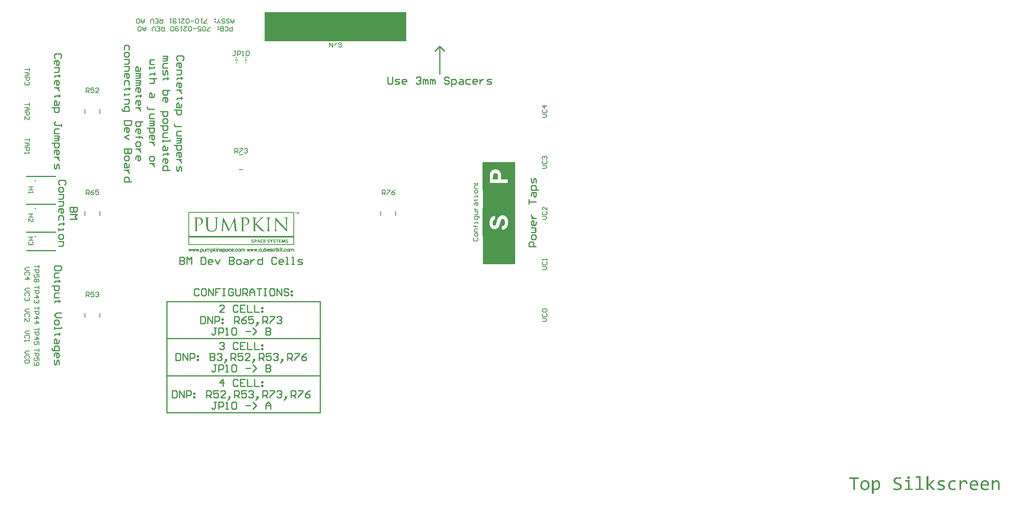
<source format=gto>
G04 Layer_Color=65535*
%FSLAX25Y25*%
%MOIN*%
G70*
G01*
G75*
%ADD24C,0.00800*%
%ADD25C,0.01000*%
%ADD26C,0.00787*%
%ADD27C,0.00600*%
%ADD28C,0.00394*%
%ADD29R,1.20000X0.25000*%
%ADD30R,0.27559X0.27559*%
%ADD31R,0.27559X0.23622*%
G36*
X170856Y-3430D02*
X170909Y-3465D01*
X170927Y-3483D01*
X170962Y-3518D01*
X171085Y-3623D01*
X171103Y-3641D01*
Y-3658D01*
X171120D01*
Y-3676D01*
X171138Y-3694D01*
X171156Y-3711D01*
X171226Y-3799D01*
X171244D01*
X171261Y-3834D01*
X171331Y-3887D01*
X171349Y-3905D01*
X171384Y-3940D01*
X171472Y-4045D01*
X171525Y-4116D01*
X171613Y-4186D01*
X171701Y-4292D01*
X171824Y-4433D01*
X171947Y-4573D01*
X172105Y-4749D01*
X172299Y-4943D01*
X172510Y-5171D01*
X172739Y-5435D01*
X173003Y-5717D01*
X173020Y-5734D01*
X173073Y-5787D01*
X173161Y-5875D01*
X173266Y-5998D01*
X173407Y-6139D01*
X173565Y-6332D01*
X173759Y-6526D01*
X173970Y-6754D01*
X174216Y-7018D01*
X174462Y-7282D01*
X174726Y-7581D01*
X175025Y-7880D01*
X175641Y-8549D01*
X176292Y-9252D01*
X176309Y-9270D01*
X176380Y-9340D01*
X176468Y-9446D01*
X176556Y-9551D01*
X176573Y-9569D01*
X176644Y-9639D01*
X176732Y-9727D01*
X176820Y-9833D01*
X176837D01*
X176855Y-9850D01*
X176908Y-9921D01*
X176925D01*
X176943Y-9956D01*
X177013Y-10008D01*
X177031Y-10026D01*
X177066Y-10061D01*
X177119Y-10114D01*
X177189Y-10184D01*
X177277Y-10290D01*
X177365Y-10396D01*
X177611Y-10659D01*
X177892Y-10976D01*
X178209Y-11328D01*
X178526Y-11680D01*
X178860Y-12049D01*
X178878Y-12067D01*
X178895Y-12084D01*
X178948Y-12137D01*
X179001Y-12207D01*
X179141Y-12366D01*
X179335Y-12559D01*
X179528Y-12770D01*
X179722Y-12981D01*
X179898Y-13175D01*
X180038Y-13316D01*
X179863Y-5382D01*
Y-5365D01*
Y-5347D01*
Y-5259D01*
X179845Y-5119D01*
Y-4960D01*
X179792Y-4626D01*
X179757Y-4450D01*
X179722Y-4327D01*
Y-4309D01*
X179704Y-4274D01*
X179616Y-4151D01*
X179564Y-4081D01*
X179476Y-4010D01*
X179370Y-3958D01*
X179247Y-3905D01*
X179229Y-3887D01*
X179001D01*
X178930Y-3870D01*
X178825Y-3852D01*
X178684D01*
X178631Y-3834D01*
X178455D01*
X178385Y-3799D01*
Y-3782D01*
X178367Y-3729D01*
Y-3711D01*
X178385Y-3676D01*
X178403Y-3641D01*
X178455Y-3623D01*
X178473D01*
X178526Y-3606D01*
X179124D01*
X179282Y-3623D01*
X179722D01*
X179827Y-3641D01*
X179950D01*
X180074Y-3658D01*
X180496D01*
X180566Y-3641D01*
X180672D01*
X180777Y-3623D01*
X181199D01*
X181305Y-3606D01*
X181762D01*
X181815Y-3623D01*
X181833D01*
X181868Y-3641D01*
X181885Y-3676D01*
X181903Y-3729D01*
Y-3746D01*
X181885Y-3764D01*
X181850Y-3799D01*
X181815Y-3817D01*
X181780Y-3834D01*
X181692D01*
X181586Y-3852D01*
X181534D01*
X181446Y-3870D01*
X181358Y-3887D01*
X181340D01*
X181305Y-3905D01*
X181235Y-3922D01*
X181147Y-3958D01*
X181076Y-4010D01*
X180988Y-4081D01*
X180918Y-4169D01*
X180865Y-4274D01*
Y-4292D01*
X180848Y-4327D01*
X180830Y-4397D01*
Y-4503D01*
X180813Y-4644D01*
X180795Y-4820D01*
X180777Y-5031D01*
Y-5277D01*
X180760Y-14406D01*
Y-14441D01*
Y-14529D01*
Y-14670D01*
Y-14828D01*
Y-14987D01*
X180742Y-15145D01*
Y-15268D01*
X180725Y-15356D01*
Y-15373D01*
X180707Y-15426D01*
X180672Y-15479D01*
X180619Y-15497D01*
X180601D01*
X180549Y-15479D01*
X180443Y-15426D01*
X180302Y-15338D01*
X180285Y-15321D01*
X180267Y-15303D01*
X180197Y-15250D01*
X180126Y-15162D01*
X180003Y-15057D01*
X179863Y-14916D01*
X179687Y-14740D01*
X179476Y-14529D01*
X179440Y-14494D01*
X179405Y-14459D01*
X179317Y-14371D01*
X179194Y-14248D01*
X179018Y-14072D01*
X178790Y-13843D01*
X178649Y-13702D01*
X178491Y-13544D01*
X178473Y-13526D01*
X178455Y-13509D01*
X178403Y-13456D01*
X178332Y-13386D01*
X178156Y-13192D01*
X177910Y-12946D01*
X177629Y-12647D01*
X177295Y-12313D01*
X176943Y-11943D01*
X176556Y-11539D01*
X176538Y-11521D01*
X176485Y-11468D01*
Y-11451D01*
X176468Y-11433D01*
X176415Y-11381D01*
X176397Y-11363D01*
X176362Y-11328D01*
X176309Y-11275D01*
X176257Y-11205D01*
X176081Y-11029D01*
X175887Y-10835D01*
X175870Y-10818D01*
X175852Y-10783D01*
X175799Y-10730D01*
X175729Y-10677D01*
X175571Y-10501D01*
X175395Y-10308D01*
X175377Y-10290D01*
X175360Y-10272D01*
Y-10255D01*
X175342D01*
X175324Y-10237D01*
X175289Y-10184D01*
X175201Y-10114D01*
X175113Y-10008D01*
X174990Y-9885D01*
X174849Y-9727D01*
X174691Y-9551D01*
X174515Y-9358D01*
X174146Y-8953D01*
X173724Y-8496D01*
X173284Y-8003D01*
X172844Y-7528D01*
X172827Y-7511D01*
X172791Y-7476D01*
X172739Y-7405D01*
X172668Y-7317D01*
X172457Y-7106D01*
X172229Y-6842D01*
X171965Y-6543D01*
X171718Y-6279D01*
X171507Y-6033D01*
X171402Y-5928D01*
X171332Y-5840D01*
X171525Y-13298D01*
Y-13316D01*
Y-13333D01*
Y-13386D01*
Y-13456D01*
X171543Y-13632D01*
X171560Y-13826D01*
X171578Y-14054D01*
X171613Y-14283D01*
X171648Y-14476D01*
X171683Y-14652D01*
Y-14670D01*
X171718Y-14705D01*
X171754Y-14775D01*
X171789Y-14846D01*
X171930Y-15004D01*
X172035Y-15057D01*
X172141Y-15110D01*
X172158D01*
X172176Y-15127D01*
X172229Y-15145D01*
X172352D01*
X172422Y-15180D01*
X172545Y-15198D01*
X172668Y-15215D01*
X172985D01*
X173003Y-15233D01*
X173020Y-15250D01*
X173038Y-15303D01*
Y-15338D01*
X173003Y-15356D01*
X172967Y-15373D01*
X172915D01*
X172844Y-15391D01*
X172369D01*
X172158Y-15373D01*
X171613D01*
X171525Y-15356D01*
X170716D01*
X170575Y-15373D01*
X169959D01*
X169801Y-15391D01*
X169555D01*
X169432Y-15373D01*
X169414D01*
X169397Y-15356D01*
X169379Y-15338D01*
X169361Y-15303D01*
Y-15285D01*
Y-15268D01*
X169397Y-15233D01*
X169414Y-15215D01*
X169713D01*
X169783Y-15198D01*
X169854Y-15180D01*
X169959Y-15162D01*
X169977Y-15145D01*
X170047D01*
X170065Y-15127D01*
X170135Y-15110D01*
X170153D01*
X170188Y-15092D01*
X170223Y-15057D01*
X170294Y-15022D01*
X170346Y-14951D01*
X170417Y-14863D01*
X170469Y-14758D01*
X170505Y-14617D01*
Y-14600D01*
X170522Y-14529D01*
X170540Y-14424D01*
X170557Y-14265D01*
Y-14072D01*
X170575Y-13808D01*
X170593Y-13491D01*
Y-13122D01*
X170610Y-4169D01*
Y-4151D01*
Y-4098D01*
Y-4028D01*
Y-3922D01*
X170628Y-3729D01*
Y-3641D01*
X170645Y-3571D01*
Y-3535D01*
X170681Y-3483D01*
X170716Y-3430D01*
X170786Y-3395D01*
X170821D01*
X170856Y-3430D01*
D02*
G37*
G36*
X136521D02*
X136556Y-3447D01*
X136591Y-3518D01*
X136609Y-3535D01*
X136626Y-3588D01*
X136644Y-3694D01*
X136662Y-3834D01*
Y-3817D01*
X137717Y-13403D01*
Y-13439D01*
X137734Y-13509D01*
Y-13597D01*
X137752Y-13720D01*
Y-13738D01*
X137770Y-13808D01*
X137787Y-13914D01*
X137805Y-14019D01*
Y-14037D01*
X137822Y-14072D01*
X137840Y-14142D01*
X137858Y-14230D01*
X137928Y-14441D01*
X138034Y-14670D01*
X138051Y-14687D01*
X138069Y-14723D01*
X138174Y-14828D01*
X138333Y-14951D01*
X138561Y-15074D01*
X138579D01*
X138614Y-15092D01*
X138684Y-15110D01*
X138772Y-15127D01*
X138966Y-15162D01*
X139177Y-15198D01*
X139335D01*
X139458Y-15215D01*
X139634D01*
X139652Y-15233D01*
X139670D01*
X139687Y-15250D01*
Y-15285D01*
Y-15303D01*
X139670Y-15321D01*
X139652Y-15356D01*
X139599Y-15373D01*
X139546D01*
X139458Y-15391D01*
X139089D01*
X138966Y-15373D01*
X138315D01*
X137998Y-15356D01*
X136925D01*
X136767Y-15338D01*
X136732D01*
X136626Y-15321D01*
X136503Y-15285D01*
X136415Y-15268D01*
X136398D01*
X136380Y-15250D01*
X136345Y-15215D01*
X136327Y-15180D01*
Y-15162D01*
Y-15145D01*
X136345Y-15110D01*
X136363Y-15092D01*
X136398D01*
X136433Y-15074D01*
X136451Y-15057D01*
X136468Y-15022D01*
X136486Y-14969D01*
Y-14951D01*
X136503Y-14916D01*
Y-14846D01*
Y-14758D01*
Y-14740D01*
Y-14723D01*
Y-14635D01*
Y-14617D01*
Y-14600D01*
Y-14512D01*
X135747Y-6438D01*
X135694D01*
X131877Y-14547D01*
Y-14564D01*
X131842Y-14617D01*
X131807Y-14687D01*
X131772Y-14775D01*
X131684Y-14969D01*
X131631Y-15057D01*
X131596Y-15127D01*
X131578Y-15162D01*
X131543Y-15215D01*
X131508Y-15303D01*
X131455Y-15356D01*
X131297D01*
X131261Y-15338D01*
X131209Y-15303D01*
X131138Y-15215D01*
X131121Y-15180D01*
X131103Y-15145D01*
X131068Y-15092D01*
X131033Y-15004D01*
X130998Y-14916D01*
X130945Y-14811D01*
X130875Y-14670D01*
Y-14652D01*
X130857Y-14617D01*
X130822Y-14564D01*
X130787Y-14494D01*
X130734Y-14388D01*
X130663Y-14265D01*
X130593Y-14125D01*
X130505Y-13966D01*
X130488Y-13949D01*
X130470Y-13878D01*
X130417Y-13790D01*
X130364Y-13667D01*
X130276Y-13526D01*
X130206Y-13368D01*
X130013Y-12999D01*
X129995Y-12964D01*
X129960Y-12876D01*
X129889Y-12753D01*
X129801Y-12577D01*
X129696Y-12383D01*
X129590Y-12172D01*
X129362Y-11715D01*
X129344Y-11697D01*
X129326Y-11627D01*
X129274Y-11521D01*
X129221Y-11416D01*
X129168Y-11293D01*
X129115Y-11187D01*
X129063Y-11099D01*
X129045Y-11064D01*
X129027Y-11029D01*
X129010Y-10994D01*
X128975Y-10923D01*
X128940Y-10818D01*
X128869Y-10677D01*
X128781Y-10501D01*
X128676Y-10290D01*
X128658Y-10255D01*
X128623Y-10167D01*
X128570Y-10044D01*
X128482Y-9868D01*
X128377Y-9657D01*
X128271Y-9410D01*
X128148Y-9147D01*
X128007Y-8865D01*
Y-8848D01*
X127990Y-8830D01*
X127954Y-8742D01*
X127884Y-8584D01*
X127796Y-8390D01*
X127691Y-8179D01*
X127585Y-7933D01*
X127339Y-7440D01*
X127321Y-7405D01*
X127286Y-7335D01*
X127233Y-7212D01*
X127181Y-7089D01*
X127128Y-6948D01*
X127057Y-6807D01*
X127022Y-6702D01*
X126987Y-6614D01*
X126917Y-6596D01*
X126301Y-13843D01*
Y-13861D01*
Y-13931D01*
Y-14019D01*
X126284Y-14125D01*
Y-14142D01*
Y-14195D01*
Y-14283D01*
Y-14388D01*
Y-14424D01*
Y-14512D01*
Y-14529D01*
Y-14547D01*
Y-14652D01*
Y-14670D01*
X126301Y-14740D01*
X126336Y-14846D01*
X126389Y-14951D01*
X126407Y-14969D01*
X126477Y-15022D01*
X126565Y-15092D01*
X126688Y-15127D01*
X126723D01*
X126811Y-15162D01*
X126917Y-15180D01*
X127040Y-15198D01*
X127128D01*
X127216Y-15215D01*
X127304D01*
X127356Y-15233D01*
X127374D01*
X127392Y-15250D01*
X127409Y-15268D01*
Y-15285D01*
Y-15303D01*
Y-15321D01*
X127374Y-15356D01*
X127339Y-15373D01*
X127286D01*
X127216Y-15391D01*
X126706D01*
X126653Y-15373D01*
X126196D01*
X126108Y-15356D01*
X125263D01*
X125122Y-15373D01*
X124788D01*
X124700Y-15391D01*
X124225D01*
X124173Y-15373D01*
X124155D01*
X124137Y-15356D01*
X124120Y-15321D01*
X124102Y-15285D01*
Y-15268D01*
X124137Y-15233D01*
X124155D01*
X124173Y-15215D01*
X124489D01*
X124542Y-15198D01*
X124612Y-15180D01*
X124718Y-15162D01*
X124735D01*
X124771Y-15145D01*
X124841Y-15127D01*
X124911Y-15074D01*
X124999Y-15022D01*
X125070Y-14951D01*
X125140Y-14846D01*
X125193Y-14723D01*
Y-14705D01*
X125210Y-14652D01*
X125228Y-14582D01*
X125246Y-14476D01*
X125281Y-14371D01*
X125298Y-14230D01*
X125351Y-13931D01*
Y-13914D01*
Y-13896D01*
Y-13878D01*
Y-13861D01*
X126459Y-3676D01*
Y-3658D01*
X126477Y-3606D01*
X126530Y-3500D01*
X126547Y-3483D01*
X126565Y-3447D01*
X126600Y-3430D01*
X126635Y-3412D01*
X126670D01*
X126723Y-3447D01*
X126741Y-3465D01*
X126794Y-3518D01*
X126811Y-3535D01*
X126829Y-3571D01*
X126846Y-3588D01*
X126882Y-3641D01*
X131648Y-13456D01*
X136239Y-3641D01*
X136257Y-3623D01*
X136275Y-3588D01*
X136345Y-3483D01*
X136363Y-3465D01*
X136380Y-3447D01*
X136433Y-3430D01*
X136486Y-3412D01*
X136503D01*
X136521Y-3430D01*
D02*
G37*
G36*
X707644Y-223300D02*
X707790Y-223318D01*
X707936Y-223373D01*
X707954D01*
X707972Y-223391D01*
X708063Y-223446D01*
X708173Y-223518D01*
X708282Y-223628D01*
X708318Y-223646D01*
X708373Y-223719D01*
X708464Y-223828D01*
X708537Y-223974D01*
X708555Y-224010D01*
X708592Y-224101D01*
X708610Y-224247D01*
X708628Y-224411D01*
Y-224429D01*
Y-224448D01*
X708610Y-224557D01*
X708592Y-224703D01*
X708537Y-224849D01*
X708519Y-224885D01*
X708464Y-224976D01*
X708391Y-225085D01*
X708282Y-225213D01*
X708264Y-225231D01*
X708191Y-225304D01*
X708082Y-225377D01*
X707936Y-225450D01*
X707899Y-225468D01*
X707808Y-225486D01*
X707662Y-225504D01*
X707499Y-225523D01*
X707462D01*
X707353Y-225504D01*
X707207Y-225486D01*
X707061Y-225450D01*
X707025Y-225432D01*
X706934Y-225377D01*
X706824Y-225304D01*
X706697Y-225213D01*
X706679Y-225177D01*
X706606Y-225104D01*
X706533Y-224994D01*
X706460Y-224849D01*
Y-224830D01*
X706442Y-224812D01*
X706424Y-224721D01*
X706405Y-224575D01*
X706387Y-224411D01*
Y-224393D01*
Y-224375D01*
X706405Y-224266D01*
X706424Y-224120D01*
X706460Y-223974D01*
Y-223956D01*
X706478Y-223938D01*
X706533Y-223846D01*
X706606Y-223737D01*
X706697Y-223628D01*
X706733Y-223591D01*
X706806Y-223537D01*
X706916Y-223446D01*
X707061Y-223373D01*
X707080D01*
X707098Y-223355D01*
X707189Y-223318D01*
X707335Y-223300D01*
X707499Y-223282D01*
X707535D01*
X707644Y-223300D01*
D02*
G37*
G36*
X782365Y-226598D02*
X782456D01*
X782583Y-226616D01*
X782875Y-226671D01*
X783184Y-226762D01*
X783494Y-226907D01*
X783804Y-227090D01*
X784077Y-227345D01*
X784114Y-227381D01*
X784187Y-227490D01*
X784278Y-227654D01*
X784405Y-227909D01*
X784533Y-228219D01*
X784624Y-228620D01*
X784697Y-229076D01*
X784733Y-229604D01*
Y-234961D01*
X783312D01*
Y-229713D01*
Y-229695D01*
Y-229677D01*
Y-229622D01*
Y-229549D01*
X783294Y-229385D01*
X783276Y-229167D01*
X783221Y-228948D01*
X783166Y-228711D01*
X783075Y-228474D01*
X782947Y-228292D01*
X782929Y-228274D01*
X782875Y-228219D01*
X782802Y-228146D01*
X782674Y-228055D01*
X782528Y-227964D01*
X782346Y-227891D01*
X782128Y-227837D01*
X781873Y-227818D01*
X781781D01*
X781709Y-227837D01*
X781526Y-227855D01*
X781344Y-227909D01*
X781326D01*
X781308Y-227928D01*
X781198Y-227964D01*
X781035Y-228055D01*
X780834Y-228183D01*
X780816D01*
X780779Y-228219D01*
X780725Y-228256D01*
X780652Y-228310D01*
X780470Y-228474D01*
X780233Y-228693D01*
X780215Y-228711D01*
X780178Y-228748D01*
X780123Y-228820D01*
X780032Y-228912D01*
X779923Y-229039D01*
X779814Y-229185D01*
X779686Y-229331D01*
X779540Y-229513D01*
Y-234961D01*
X778119D01*
Y-226725D01*
X779376D01*
X779431Y-228055D01*
X779449Y-228037D01*
X779486Y-227982D01*
X779559Y-227909D01*
X779650Y-227818D01*
X779887Y-227582D01*
X780123Y-227363D01*
X780142Y-227345D01*
X780178Y-227308D01*
X780251Y-227254D01*
X780342Y-227199D01*
X780543Y-227053D01*
X780779Y-226907D01*
X780798D01*
X780834Y-226871D01*
X780907Y-226853D01*
X780980Y-226798D01*
X781198Y-226725D01*
X781435Y-226652D01*
X781454D01*
X781490Y-226634D01*
X781563D01*
X781654Y-226616D01*
X781891Y-226598D01*
X782146Y-226579D01*
X782273D01*
X782365Y-226598D01*
D02*
G37*
G36*
X699063Y-224101D02*
X699281Y-224120D01*
X699391D01*
X699482Y-224138D01*
X699682Y-224156D01*
X699919Y-224193D01*
X699974D01*
X700047Y-224211D01*
X700119D01*
X700320Y-224247D01*
X700557Y-224284D01*
X700611D01*
X700684Y-224302D01*
X700757Y-224320D01*
X700957Y-224357D01*
X701158Y-224393D01*
Y-225705D01*
X701122D01*
X701049Y-225668D01*
X700921Y-225650D01*
X700757Y-225614D01*
X700575Y-225577D01*
X700356Y-225523D01*
X699883Y-225450D01*
X699864D01*
X699773Y-225432D01*
X699664Y-225413D01*
X699500Y-225395D01*
X699318Y-225377D01*
X699099Y-225359D01*
X698662Y-225341D01*
X698461D01*
X698243Y-225359D01*
X697969Y-225395D01*
X697660Y-225450D01*
X697350Y-225523D01*
X697077Y-225632D01*
X696822Y-225778D01*
X696803Y-225796D01*
X696731Y-225851D01*
X696639Y-225942D01*
X696530Y-226069D01*
X696421Y-226233D01*
X696330Y-226434D01*
X696257Y-226652D01*
X696239Y-226907D01*
Y-226926D01*
Y-226980D01*
X696257Y-227053D01*
X696275Y-227163D01*
X696348Y-227399D01*
X696403Y-227527D01*
X696475Y-227654D01*
X696494Y-227673D01*
X696512Y-227709D01*
X696566Y-227764D01*
X696639Y-227837D01*
X696840Y-228019D01*
X697095Y-228219D01*
X697113Y-228237D01*
X697168Y-228256D01*
X697241Y-228310D01*
X697368Y-228365D01*
X697496Y-228438D01*
X697642Y-228511D01*
X698006Y-228657D01*
X698024D01*
X698097Y-228693D01*
X698188Y-228729D01*
X698334Y-228784D01*
X698480Y-228839D01*
X698644Y-228912D01*
X699026Y-229076D01*
X699044D01*
X699117Y-229112D01*
X699227Y-229149D01*
X699354Y-229203D01*
X699518Y-229276D01*
X699682Y-229349D01*
X700065Y-229531D01*
X700083Y-229549D01*
X700156Y-229568D01*
X700247Y-229622D01*
X700375Y-229695D01*
X700666Y-229895D01*
X700957Y-230132D01*
X700976Y-230151D01*
X701030Y-230187D01*
X701103Y-230260D01*
X701194Y-230369D01*
X701286Y-230479D01*
X701395Y-230624D01*
X701595Y-230952D01*
X701614Y-230970D01*
X701632Y-231043D01*
X701668Y-231134D01*
X701723Y-231262D01*
X701778Y-231426D01*
X701814Y-231626D01*
X701832Y-231827D01*
X701850Y-232064D01*
Y-232100D01*
Y-232191D01*
X701832Y-232337D01*
X701814Y-232519D01*
X701778Y-232720D01*
X701705Y-232956D01*
X701632Y-233193D01*
X701522Y-233412D01*
X701504Y-233430D01*
X701468Y-233503D01*
X701395Y-233612D01*
X701304Y-233740D01*
X701176Y-233886D01*
X701030Y-234050D01*
X700848Y-234214D01*
X700648Y-234359D01*
X700630Y-234378D01*
X700557Y-234414D01*
X700429Y-234487D01*
X700283Y-234578D01*
X700083Y-234669D01*
X699864Y-234760D01*
X699609Y-234851D01*
X699318Y-234924D01*
X699281D01*
X699190Y-234961D01*
X699026Y-234979D01*
X698808Y-235015D01*
X698553Y-235052D01*
X698261Y-235070D01*
X697933Y-235106D01*
X697332D01*
X697186Y-235088D01*
X697058D01*
X696731Y-235070D01*
X696658D01*
X696585Y-235052D01*
X696475D01*
X696220Y-235015D01*
X695929Y-234979D01*
X695856D01*
X695783Y-234961D01*
X695692D01*
X695455Y-234924D01*
X695200Y-234888D01*
X695182D01*
X695145Y-234870D01*
X695073Y-234851D01*
X695000Y-234833D01*
X694799Y-234778D01*
X694581Y-234724D01*
Y-233321D01*
X694617Y-233339D01*
X694690Y-233357D01*
X694817Y-233394D01*
X694981Y-233448D01*
X695182Y-233521D01*
X695419Y-233576D01*
X695674Y-233631D01*
X695947Y-233685D01*
X695984D01*
X696075Y-233703D01*
X696239Y-233722D01*
X696457Y-233740D01*
X696712Y-233776D01*
X697004Y-233794D01*
X697332Y-233813D01*
X697951D01*
X698115Y-233794D01*
X698297D01*
X698498Y-233758D01*
X698698Y-233740D01*
X698899Y-233703D01*
X698917D01*
X698990Y-233685D01*
X699063Y-233649D01*
X699190Y-233631D01*
X699445Y-233521D01*
X699700Y-233394D01*
X699719Y-233376D01*
X699755Y-233357D01*
X699810Y-233303D01*
X699883Y-233248D01*
X700047Y-233084D01*
X700174Y-232865D01*
Y-232847D01*
X700192Y-232811D01*
X700229Y-232738D01*
X700247Y-232647D01*
X700283Y-232537D01*
X700302Y-232410D01*
X700320Y-232137D01*
Y-232118D01*
Y-232064D01*
X700302Y-231991D01*
X700283Y-231881D01*
X700211Y-231645D01*
X700156Y-231535D01*
X700065Y-231408D01*
X700047Y-231389D01*
X700028Y-231353D01*
X699974Y-231298D01*
X699901Y-231225D01*
X699810Y-231134D01*
X699700Y-231043D01*
X699427Y-230861D01*
X699409Y-230843D01*
X699354Y-230825D01*
X699281Y-230770D01*
X699172Y-230715D01*
X699044Y-230643D01*
X698899Y-230570D01*
X698534Y-230406D01*
X698516Y-230387D01*
X698443Y-230369D01*
X698352Y-230333D01*
X698206Y-230278D01*
X698061Y-230223D01*
X697878Y-230151D01*
X697496Y-230005D01*
X697477Y-229987D01*
X697405Y-229968D01*
X697314Y-229914D01*
X697186Y-229859D01*
X697022Y-229786D01*
X696858Y-229713D01*
X696475Y-229531D01*
X696457Y-229513D01*
X696384Y-229476D01*
X696293Y-229440D01*
X696166Y-229367D01*
X696038Y-229276D01*
X695874Y-229185D01*
X695564Y-228948D01*
X695546Y-228930D01*
X695510Y-228893D01*
X695437Y-228820D01*
X695346Y-228711D01*
X695255Y-228602D01*
X695145Y-228456D01*
X694945Y-228146D01*
X694927Y-228128D01*
X694909Y-228055D01*
X694872Y-227964D01*
X694836Y-227837D01*
X694781Y-227673D01*
X694744Y-227490D01*
X694726Y-227272D01*
X694708Y-227053D01*
Y-227035D01*
Y-226962D01*
X694726Y-226853D01*
X694744Y-226707D01*
X694763Y-226543D01*
X694799Y-226361D01*
X694854Y-226160D01*
X694927Y-225960D01*
X694945Y-225942D01*
X694963Y-225869D01*
X695036Y-225778D01*
X695109Y-225650D01*
X695200Y-225504D01*
X695328Y-225341D01*
X695473Y-225177D01*
X695637Y-225012D01*
X695655Y-224994D01*
X695728Y-224940D01*
X695838Y-224867D01*
X695984Y-224776D01*
X696147Y-224666D01*
X696366Y-224557D01*
X696603Y-224448D01*
X696876Y-224338D01*
X696913Y-224320D01*
X697022Y-224302D01*
X697168Y-224266D01*
X697386Y-224211D01*
X697660Y-224156D01*
X697969Y-224120D01*
X698316Y-224101D01*
X698698Y-224083D01*
X698880D01*
X699063Y-224101D01*
D02*
G37*
G36*
X160953Y-3623D02*
X161006Y-3641D01*
X161024D01*
X161041Y-3658D01*
X161059Y-3676D01*
X161076Y-3729D01*
Y-3764D01*
X161041Y-3817D01*
X161006D01*
X160971Y-3834D01*
X160813D01*
X160707Y-3852D01*
X160566Y-3870D01*
X160531D01*
X160461Y-3905D01*
X160338Y-3940D01*
X160179Y-3993D01*
X160144Y-4010D01*
X160091Y-4028D01*
X160074D01*
X160039Y-4045D01*
X160021D01*
X160003Y-4063D01*
X159915Y-4116D01*
X159775Y-4186D01*
X159634Y-4274D01*
X159599Y-4292D01*
X159529Y-4345D01*
X159405Y-4415D01*
X159282Y-4521D01*
X159247Y-4556D01*
X159159Y-4626D01*
X159019Y-4749D01*
X158860Y-4907D01*
X158843Y-4925D01*
X158825Y-4943D01*
X158719Y-5048D01*
X158544Y-5206D01*
X158350Y-5400D01*
X158315Y-5435D01*
X158280Y-5470D01*
X158209Y-5523D01*
X158121Y-5611D01*
X158016Y-5734D01*
X157875Y-5857D01*
X157699Y-6033D01*
X157682Y-6051D01*
X157611Y-6121D01*
X157506Y-6209D01*
X157383Y-6332D01*
X157224Y-6491D01*
X157048Y-6666D01*
X156644Y-7071D01*
X156626Y-7089D01*
X156538Y-7176D01*
X156433Y-7282D01*
X156292Y-7423D01*
X156116Y-7599D01*
X155940Y-7775D01*
X155553Y-8162D01*
X155536Y-8179D01*
X155465Y-8249D01*
X155377Y-8337D01*
X155289Y-8425D01*
X155078Y-8654D01*
X154990Y-8742D01*
X154920Y-8812D01*
X154955Y-8848D01*
X155008Y-8900D01*
X155078Y-8988D01*
X155184Y-9094D01*
X155324Y-9235D01*
X155500Y-9428D01*
X155711Y-9657D01*
X155747Y-9692D01*
X155817Y-9780D01*
X155958Y-9903D01*
X156134Y-10079D01*
X156345Y-10308D01*
X156573Y-10554D01*
X156837Y-10818D01*
X157101Y-11099D01*
X157136Y-11134D01*
X157224Y-11222D01*
X157347Y-11345D01*
X157506Y-11521D01*
X157699Y-11715D01*
X157910Y-11943D01*
X158368Y-12401D01*
X158403Y-12418D01*
X158473Y-12489D01*
X158579Y-12594D01*
X158702Y-12735D01*
X158983Y-12999D01*
X159106Y-13122D01*
X159212Y-13228D01*
X159247Y-13263D01*
X159318Y-13333D01*
X159441Y-13439D01*
X159599Y-13579D01*
X159933Y-13896D01*
X160091Y-14037D01*
X160250Y-14177D01*
X160267Y-14195D01*
X160320Y-14230D01*
X160390Y-14300D01*
X160478Y-14371D01*
X160689Y-14529D01*
X160936Y-14687D01*
X160953Y-14705D01*
X161006Y-14740D01*
X161076Y-14793D01*
X161147Y-14846D01*
X161164D01*
X161235Y-14881D01*
X161305Y-14916D01*
X161411Y-14951D01*
X161428D01*
X161463Y-14969D01*
X161481Y-14987D01*
X161534Y-15004D01*
X161551Y-15022D01*
X161604Y-15039D01*
X161622Y-15057D01*
X161674Y-15074D01*
X161692D01*
X161727Y-15092D01*
X161780D01*
X161850Y-15110D01*
X162009Y-15145D01*
X162185Y-15180D01*
X162220D01*
X162325Y-15198D01*
X162431Y-15215D01*
X162554D01*
X162642Y-15233D01*
X162660D01*
X162677Y-15250D01*
X162695Y-15268D01*
X162712Y-15303D01*
Y-15338D01*
X162677Y-15356D01*
X162642Y-15373D01*
X162589D01*
X162501Y-15391D01*
X160883D01*
X160742Y-15373D01*
X160707D01*
X160601Y-15356D01*
X160355D01*
X160267Y-15338D01*
X160056Y-15303D01*
X159828Y-15250D01*
X159810D01*
X159775Y-15233D01*
X159722Y-15215D01*
X159669Y-15180D01*
X159493Y-15092D01*
X159300Y-14969D01*
X159265Y-14951D01*
X159194Y-14899D01*
X159089Y-14828D01*
X158966Y-14740D01*
X158931Y-14723D01*
X158860Y-14652D01*
X158737Y-14547D01*
X158596Y-14441D01*
X158579Y-14424D01*
X158544Y-14388D01*
X158473Y-14336D01*
X158385Y-14248D01*
X158245Y-14125D01*
X158086Y-13966D01*
X157893Y-13773D01*
X157646Y-13526D01*
X157611Y-13491D01*
X157523Y-13403D01*
X157400Y-13263D01*
X157224Y-13069D01*
X157013Y-12841D01*
X156767Y-12594D01*
X156503Y-12313D01*
X156222Y-12014D01*
Y-11996D01*
X156186Y-11979D01*
X156134Y-11926D01*
Y-11908D01*
X156116Y-11891D01*
X156063Y-11838D01*
Y-11820D01*
X156028Y-11803D01*
X155940Y-11697D01*
X155799Y-11556D01*
X155624Y-11363D01*
X155412Y-11134D01*
X155201Y-10888D01*
X154727Y-10378D01*
X154691Y-10343D01*
X154621Y-10272D01*
X154515Y-10149D01*
X154392Y-9991D01*
X154093Y-9657D01*
X153953Y-9498D01*
X153847Y-9358D01*
X153759D01*
Y-10888D01*
Y-10906D01*
Y-10941D01*
Y-10994D01*
Y-11082D01*
Y-11187D01*
Y-11293D01*
Y-11574D01*
Y-11891D01*
Y-12225D01*
Y-12577D01*
Y-12911D01*
Y-12928D01*
Y-12946D01*
Y-13052D01*
X153777Y-13210D01*
Y-13403D01*
X153794Y-13632D01*
X153812Y-13861D01*
X153829Y-14089D01*
X153847Y-14283D01*
Y-14300D01*
Y-14336D01*
X153865Y-14406D01*
X153882Y-14494D01*
X153917Y-14670D01*
X153988Y-14863D01*
Y-14881D01*
X154005Y-14899D01*
X154093Y-14987D01*
X154146Y-15039D01*
X154234Y-15074D01*
X154322Y-15110D01*
X154445Y-15145D01*
X154463D01*
X154515Y-15162D01*
X154621D01*
X154674Y-15180D01*
X154762D01*
X154850Y-15198D01*
X154938D01*
X154990Y-15215D01*
X155113D01*
X155149Y-15233D01*
X155166Y-15250D01*
X155184Y-15268D01*
Y-15303D01*
Y-15338D01*
X155149Y-15356D01*
X155113Y-15373D01*
X155078D01*
X155025Y-15391D01*
X154322D01*
X154164Y-15373D01*
X153935D01*
X153794Y-15356D01*
X152686D01*
X152528Y-15373D01*
X151842D01*
X151736Y-15391D01*
X151507D01*
X151455Y-15373D01*
X151437Y-15356D01*
X151420Y-15338D01*
X151402Y-15303D01*
Y-15285D01*
X151420Y-15250D01*
X151455Y-15233D01*
X151525Y-15215D01*
X151631D01*
X151666Y-15198D01*
X151771D01*
X151789Y-15180D01*
X151894D01*
X151912Y-15162D01*
X151982Y-15145D01*
X152000D01*
X152018Y-15127D01*
X152123Y-15092D01*
X152229Y-15004D01*
X152299Y-14863D01*
Y-14846D01*
X152317Y-14828D01*
X152334Y-14775D01*
X152352Y-14705D01*
X152405Y-14529D01*
X152440Y-14283D01*
Y-14265D01*
X152457Y-14195D01*
Y-14072D01*
X152475Y-13931D01*
X152493Y-13738D01*
Y-13491D01*
X152510Y-13228D01*
Y-12911D01*
Y-12893D01*
Y-12876D01*
Y-12823D01*
Y-12753D01*
Y-12559D01*
X152528Y-12313D01*
Y-12014D01*
Y-11680D01*
Y-11293D01*
Y-10888D01*
Y-8126D01*
Y-8109D01*
Y-8056D01*
Y-7968D01*
Y-7845D01*
Y-7704D01*
Y-7546D01*
Y-7176D01*
Y-6790D01*
Y-6403D01*
Y-6227D01*
Y-6051D01*
Y-5910D01*
Y-5787D01*
Y-5752D01*
Y-5681D01*
Y-5576D01*
Y-5435D01*
X152510Y-5119D01*
Y-4960D01*
X152493Y-4820D01*
Y-4802D01*
Y-4784D01*
Y-4767D01*
Y-4749D01*
Y-4696D01*
X152475Y-4626D01*
Y-4538D01*
X152422Y-4345D01*
X152387Y-4257D01*
X152334Y-4169D01*
Y-4151D01*
X152317Y-4134D01*
X152281Y-4098D01*
X152229Y-4045D01*
X152158Y-4010D01*
X152070Y-3958D01*
X151965Y-3922D01*
X151824Y-3887D01*
X151806D01*
X151789Y-3870D01*
X151666D01*
X151648Y-3852D01*
X151525D01*
X151507Y-3834D01*
X151261D01*
X151191Y-3817D01*
X151173Y-3799D01*
X151156Y-3746D01*
Y-3729D01*
Y-3694D01*
X151173Y-3658D01*
X151208Y-3641D01*
X151226D01*
X151261Y-3623D01*
X151332Y-3606D01*
X151965D01*
X152070Y-3623D01*
X152545D01*
X152651Y-3641D01*
X152774D01*
X152915Y-3658D01*
X153390D01*
X153478Y-3641D01*
X153601D01*
X153759Y-3623D01*
X154375D01*
X154445Y-3606D01*
X154709D01*
X154762Y-3623D01*
X154814Y-3641D01*
X154832D01*
X154850Y-3658D01*
X154867Y-3694D01*
X154885Y-3746D01*
Y-3764D01*
X154850Y-3817D01*
X154832D01*
X154762Y-3834D01*
X154674D01*
X154568Y-3852D01*
X154551D01*
X154515Y-3870D01*
X154463D01*
X154375Y-3887D01*
X154357D01*
X154322Y-3905D01*
X154269Y-3922D01*
X154199Y-3940D01*
X154058Y-4028D01*
X153988Y-4081D01*
X153935Y-4151D01*
Y-4169D01*
X153917Y-4186D01*
X153900Y-4239D01*
X153882Y-4309D01*
X153847Y-4397D01*
X153829Y-4503D01*
X153812Y-4626D01*
X153794Y-4767D01*
Y-4784D01*
Y-4802D01*
Y-4820D01*
Y-4837D01*
Y-4890D01*
X153777Y-4960D01*
Y-5066D01*
Y-5206D01*
X153759Y-5382D01*
Y-5576D01*
Y-5787D01*
Y-5822D01*
Y-5910D01*
Y-5980D01*
Y-6068D01*
Y-6174D01*
Y-6297D01*
Y-6455D01*
Y-6631D01*
Y-6825D01*
Y-7036D01*
Y-7265D01*
Y-7528D01*
Y-7827D01*
Y-8144D01*
Y-9076D01*
X153829D01*
X153847Y-9041D01*
X153900Y-9006D01*
X153953Y-8935D01*
X154041Y-8848D01*
X154146Y-8742D01*
X154304Y-8584D01*
X154480Y-8390D01*
X154498Y-8373D01*
X154586Y-8285D01*
X154691Y-8179D01*
X154850Y-8021D01*
X155025Y-7845D01*
X155237Y-7634D01*
X155448Y-7405D01*
X155694Y-7159D01*
X155711Y-7124D01*
X155782Y-7053D01*
X155905Y-6948D01*
X156046Y-6790D01*
X156204Y-6631D01*
X156380Y-6438D01*
X156767Y-6051D01*
X156784Y-6033D01*
X156855Y-5963D01*
X156943Y-5875D01*
X157048Y-5752D01*
X157295Y-5505D01*
X157400Y-5400D01*
X157488Y-5294D01*
X157506Y-5277D01*
X157541Y-5242D01*
X157594Y-5171D01*
X157682Y-5083D01*
X157858Y-4890D01*
X158051Y-4679D01*
X158069Y-4661D01*
X158086Y-4626D01*
X158139Y-4573D01*
X158192Y-4503D01*
X158280Y-4345D01*
X158297Y-4257D01*
X158315Y-4169D01*
Y-4151D01*
Y-4081D01*
X158297Y-4028D01*
X158262Y-3958D01*
X158245Y-3940D01*
X158227Y-3922D01*
X158121Y-3852D01*
X158104D01*
X158086Y-3834D01*
X158016Y-3799D01*
X157998Y-3782D01*
X157981Y-3729D01*
Y-3711D01*
Y-3694D01*
X157998Y-3658D01*
X158033Y-3641D01*
X158051D01*
X158069Y-3623D01*
X158174Y-3606D01*
X158332D01*
X158438Y-3623D01*
X158755D01*
X158790Y-3641D01*
X159019D01*
X159106Y-3658D01*
X159581D01*
X159669Y-3641D01*
X159792D01*
X159968Y-3623D01*
X160566D01*
X160637Y-3606D01*
X160901D01*
X160953Y-3623D01*
D02*
G37*
G36*
X166565D02*
X166617Y-3641D01*
X166635D01*
X166653Y-3658D01*
X166670Y-3694D01*
X166688Y-3746D01*
Y-3764D01*
X166670Y-3782D01*
X166635Y-3817D01*
X166617D01*
X166565Y-3834D01*
X166477D01*
X166371Y-3852D01*
X166353D01*
X166318Y-3870D01*
X166265D01*
X166178Y-3887D01*
X166160D01*
X166125Y-3905D01*
X166072Y-3922D01*
X166002Y-3940D01*
X165861Y-4028D01*
X165791Y-4081D01*
X165738Y-4151D01*
Y-4169D01*
X165720Y-4186D01*
X165703Y-4239D01*
X165685Y-4309D01*
X165650Y-4397D01*
X165632Y-4503D01*
X165615Y-4626D01*
X165597Y-4767D01*
Y-4784D01*
Y-4802D01*
Y-4820D01*
Y-4837D01*
Y-4890D01*
X165579Y-4960D01*
Y-5066D01*
Y-5206D01*
X165562Y-5382D01*
Y-5576D01*
Y-5787D01*
Y-5822D01*
Y-5910D01*
Y-5980D01*
Y-6068D01*
Y-6174D01*
Y-6297D01*
Y-6455D01*
Y-6631D01*
Y-6825D01*
Y-7036D01*
Y-7265D01*
Y-7528D01*
Y-7827D01*
Y-8144D01*
Y-10888D01*
Y-10906D01*
Y-10941D01*
Y-10994D01*
Y-11082D01*
Y-11169D01*
Y-11293D01*
Y-11556D01*
Y-11873D01*
Y-12207D01*
Y-12559D01*
Y-12911D01*
Y-12928D01*
Y-12946D01*
Y-13052D01*
X165579Y-13210D01*
Y-13403D01*
Y-13632D01*
X165597Y-13861D01*
X165615Y-14089D01*
X165632Y-14283D01*
Y-14300D01*
Y-14336D01*
X165650Y-14406D01*
X165667Y-14494D01*
X165720Y-14670D01*
X165791Y-14863D01*
Y-14881D01*
X165808Y-14899D01*
X165896Y-14987D01*
X165949Y-15039D01*
X166037Y-15074D01*
X166125Y-15110D01*
X166248Y-15145D01*
X166265D01*
X166301Y-15162D01*
X166389Y-15180D01*
X166547D01*
X166600Y-15198D01*
X166670D01*
X166758Y-15215D01*
X166987D01*
X167022Y-15233D01*
X167040Y-15250D01*
X167057Y-15268D01*
X167075Y-15303D01*
Y-15338D01*
X167040Y-15356D01*
X167004Y-15373D01*
X166969D01*
X166916Y-15391D01*
X166195D01*
X166019Y-15373D01*
X165527D01*
X165421Y-15356D01*
X164454D01*
X164278Y-15373D01*
X163574D01*
X163469Y-15391D01*
X163240D01*
X163187Y-15373D01*
X163170Y-15356D01*
X163152Y-15338D01*
X163135Y-15303D01*
Y-15285D01*
X163152Y-15250D01*
X163187Y-15233D01*
X163258Y-15215D01*
X163363D01*
X163398Y-15198D01*
X163504D01*
X163522Y-15180D01*
X163627D01*
X163645Y-15162D01*
X163715Y-15145D01*
X163733D01*
X163750Y-15127D01*
X163856Y-15092D01*
X163961Y-15004D01*
X164032Y-14863D01*
Y-14846D01*
X164049Y-14828D01*
X164067Y-14775D01*
X164084Y-14705D01*
X164137Y-14529D01*
X164172Y-14283D01*
Y-14265D01*
X164190Y-14195D01*
Y-14072D01*
X164207Y-13931D01*
X164225Y-13738D01*
Y-13491D01*
X164243Y-13228D01*
Y-12911D01*
Y-12893D01*
Y-12876D01*
Y-12823D01*
Y-12753D01*
Y-12559D01*
X164260Y-12313D01*
Y-12014D01*
Y-11680D01*
Y-11293D01*
Y-10888D01*
Y-8126D01*
Y-8109D01*
Y-8056D01*
Y-7968D01*
Y-7845D01*
Y-7704D01*
Y-7546D01*
Y-7176D01*
Y-6790D01*
Y-6403D01*
Y-6227D01*
Y-6051D01*
Y-5910D01*
Y-5787D01*
Y-5752D01*
Y-5681D01*
Y-5576D01*
Y-5435D01*
X164243Y-5119D01*
Y-4960D01*
X164225Y-4820D01*
Y-4802D01*
Y-4784D01*
Y-4767D01*
Y-4749D01*
Y-4696D01*
X164207Y-4626D01*
Y-4538D01*
X164155Y-4345D01*
X164120Y-4257D01*
X164084Y-4169D01*
Y-4151D01*
X164067Y-4134D01*
X163996Y-4045D01*
X163873Y-3958D01*
X163697Y-3887D01*
X163627D01*
X163609Y-3870D01*
X163539D01*
X163486Y-3852D01*
X163346D01*
X163310Y-3834D01*
X163170D01*
X163117Y-3817D01*
X163099Y-3799D01*
X163082Y-3746D01*
Y-3729D01*
Y-3694D01*
X163099Y-3658D01*
X163135Y-3641D01*
X163152D01*
X163187Y-3623D01*
X163240Y-3606D01*
X163856D01*
X163979Y-3623D01*
X164313D01*
X164419Y-3641D01*
X164559D01*
X164700Y-3658D01*
X165157D01*
X165245Y-3641D01*
X165368D01*
X165527Y-3623D01*
X166178D01*
X166248Y-3606D01*
X166512D01*
X166565Y-3623D01*
D02*
G37*
G36*
X145633D02*
X145861Y-3641D01*
X146107Y-3676D01*
X146336Y-3711D01*
X146565Y-3764D01*
X146582D01*
X146653Y-3782D01*
X146758Y-3817D01*
X146899Y-3852D01*
X147180Y-3958D01*
X147339Y-4028D01*
X147462Y-4098D01*
X147479D01*
X147497Y-4116D01*
X147585Y-4169D01*
X147690Y-4257D01*
X147796Y-4345D01*
X147814Y-4362D01*
X147884Y-4397D01*
X147937Y-4450D01*
X148007Y-4503D01*
X148025D01*
X148042Y-4538D01*
X148095Y-4608D01*
X148113D01*
X148130Y-4626D01*
X148201Y-4714D01*
X148218Y-4732D01*
X148236Y-4767D01*
X148271Y-4820D01*
X148324Y-4907D01*
X148394Y-5013D01*
X148465Y-5136D01*
X148535Y-5277D01*
X148605Y-5435D01*
X148623Y-5453D01*
X148640Y-5505D01*
X148676Y-5593D01*
X148711Y-5717D01*
X148746Y-5840D01*
X148764Y-5998D01*
X148799Y-6174D01*
Y-6367D01*
Y-6385D01*
Y-6438D01*
Y-6526D01*
X148781Y-6649D01*
X148764Y-6790D01*
X148746Y-6948D01*
X148711Y-7124D01*
X148658Y-7317D01*
X148535Y-7757D01*
X148447Y-7968D01*
X148341Y-8197D01*
X148218Y-8425D01*
X148060Y-8636D01*
X147902Y-8865D01*
X147708Y-9059D01*
X147690Y-9076D01*
X147655Y-9094D01*
X147602Y-9147D01*
X147515Y-9217D01*
X147409Y-9287D01*
X147268Y-9375D01*
X147128Y-9481D01*
X146952Y-9569D01*
X146758Y-9657D01*
X146547Y-9762D01*
X146336Y-9850D01*
X146090Y-9921D01*
X145826Y-9991D01*
X145545Y-10026D01*
X145246Y-10061D01*
X144947Y-10079D01*
X144595D01*
X144560Y-10061D01*
X144489Y-10044D01*
X144472Y-10026D01*
X144454Y-9956D01*
Y-9938D01*
X144472Y-9903D01*
X144489Y-9868D01*
X144542Y-9850D01*
X144560D01*
X144612Y-9833D01*
X144718Y-9815D01*
X144982D01*
X145070Y-9798D01*
X145158D01*
X145281Y-9780D01*
X145545Y-9727D01*
X145844Y-9639D01*
X146160Y-9516D01*
X146494Y-9340D01*
X146793Y-9094D01*
X146811Y-9076D01*
X146829Y-9059D01*
X146916Y-8953D01*
X147040Y-8795D01*
X147198Y-8584D01*
X147339Y-8320D01*
X147462Y-8003D01*
X147550Y-7651D01*
X147585Y-7458D01*
Y-7265D01*
Y-7247D01*
Y-7212D01*
Y-7159D01*
Y-7071D01*
X147567Y-6966D01*
X147550Y-6842D01*
X147532Y-6702D01*
X147515Y-6543D01*
Y-6526D01*
X147497Y-6455D01*
X147479Y-6367D01*
X147462Y-6244D01*
X147427Y-6103D01*
X147374Y-5945D01*
X147303Y-5769D01*
X147216Y-5593D01*
X147198Y-5558D01*
X147163Y-5488D01*
X147092Y-5365D01*
X147004Y-5224D01*
Y-5206D01*
X146987Y-5189D01*
X146916Y-5101D01*
X146829Y-4995D01*
X146705Y-4872D01*
X146688Y-4855D01*
X146635Y-4802D01*
X146565Y-4732D01*
X146477Y-4661D01*
X146459Y-4644D01*
X146406Y-4608D01*
X146336Y-4556D01*
X146266Y-4503D01*
X146248Y-4485D01*
X146178Y-4450D01*
X146090Y-4397D01*
X145967Y-4327D01*
X145826Y-4257D01*
X145668Y-4204D01*
X145509Y-4151D01*
X145333Y-4134D01*
X145316D01*
X145263Y-4116D01*
X145175D01*
X145087Y-4098D01*
X144859Y-4081D01*
X144436D01*
X144331Y-4098D01*
X144190Y-4116D01*
X144155D01*
X144085Y-4134D01*
X143997Y-4151D01*
X143891Y-4169D01*
X143856Y-4186D01*
X143838Y-4221D01*
X143803Y-4274D01*
Y-4292D01*
X143786Y-4327D01*
X143768Y-4380D01*
Y-4468D01*
Y-10888D01*
Y-10906D01*
Y-10941D01*
Y-10994D01*
Y-11082D01*
Y-11169D01*
Y-11293D01*
Y-11556D01*
Y-11873D01*
Y-12207D01*
Y-12559D01*
Y-12911D01*
Y-12928D01*
Y-12946D01*
Y-13052D01*
X143786Y-13210D01*
Y-13403D01*
X143803Y-13632D01*
X143821Y-13861D01*
X143838Y-14089D01*
X143856Y-14283D01*
Y-14300D01*
Y-14336D01*
X143874Y-14406D01*
Y-14494D01*
X143926Y-14670D01*
X143997Y-14863D01*
Y-14881D01*
X144014Y-14899D01*
X144102Y-14987D01*
X144155Y-15039D01*
X144243Y-15074D01*
X144331Y-15110D01*
X144454Y-15145D01*
X144472D01*
X144507Y-15162D01*
X144595Y-15180D01*
X144753D01*
X144806Y-15198D01*
X144894D01*
X144982Y-15215D01*
X145210D01*
X145246Y-15233D01*
X145263Y-15250D01*
X145281Y-15268D01*
Y-15303D01*
Y-15338D01*
X145246Y-15356D01*
X145210Y-15373D01*
X145175D01*
X145122Y-15391D01*
X144401D01*
X144225Y-15373D01*
X143733D01*
X143627Y-15356D01*
X142695D01*
X142519Y-15373D01*
X142132D01*
X142026Y-15391D01*
X141481D01*
X141428Y-15373D01*
X141411Y-15356D01*
X141393Y-15338D01*
X141376Y-15303D01*
Y-15285D01*
X141393Y-15250D01*
X141428Y-15233D01*
X141499Y-15215D01*
X141604D01*
X141639Y-15198D01*
X141745D01*
X141763Y-15180D01*
X141868D01*
X141886Y-15162D01*
X141956Y-15145D01*
X141974D01*
X141991Y-15127D01*
X142097Y-15092D01*
X142202Y-15004D01*
X142273Y-14863D01*
Y-14846D01*
X142290Y-14828D01*
X142308Y-14775D01*
X142325Y-14705D01*
X142378Y-14529D01*
X142413Y-14283D01*
Y-14265D01*
X142431Y-14195D01*
Y-14072D01*
X142449Y-13931D01*
X142466Y-13738D01*
Y-13491D01*
X142484Y-13228D01*
Y-12911D01*
Y-12893D01*
Y-12876D01*
Y-12823D01*
Y-12753D01*
Y-12559D01*
X142501Y-12313D01*
Y-12014D01*
Y-11680D01*
Y-11293D01*
Y-10888D01*
Y-8126D01*
Y-8109D01*
Y-8056D01*
Y-7968D01*
Y-7845D01*
Y-7704D01*
Y-7546D01*
Y-7176D01*
Y-6790D01*
Y-6403D01*
Y-6227D01*
Y-6051D01*
Y-5910D01*
Y-5787D01*
Y-5752D01*
Y-5681D01*
Y-5576D01*
Y-5435D01*
X142484Y-5119D01*
Y-4960D01*
X142466Y-4820D01*
Y-4802D01*
Y-4784D01*
Y-4767D01*
Y-4749D01*
Y-4696D01*
X142449Y-4626D01*
Y-4538D01*
X142396Y-4345D01*
X142361Y-4257D01*
X142308Y-4169D01*
Y-4151D01*
X142290Y-4134D01*
X142255Y-4098D01*
X142202Y-4045D01*
X142132Y-4010D01*
X142044Y-3958D01*
X141939Y-3922D01*
X141798Y-3887D01*
X141780D01*
X141763Y-3870D01*
X141639D01*
X141622Y-3852D01*
X141499D01*
X141481Y-3834D01*
X141235D01*
X141165Y-3817D01*
X141147Y-3799D01*
X141129Y-3746D01*
Y-3729D01*
Y-3694D01*
X141147Y-3658D01*
X141182Y-3641D01*
X141200D01*
X141235Y-3623D01*
X141305Y-3606D01*
X141991D01*
X142079Y-3623D01*
X142537D01*
X142642Y-3641D01*
X142783D01*
X142924Y-3658D01*
X143539D01*
X143645Y-3641D01*
X143803D01*
X143997Y-3623D01*
X144454D01*
X144560Y-3606D01*
X145421D01*
X145633Y-3623D01*
D02*
G37*
G36*
X106248D02*
X106477Y-3641D01*
X106723Y-3676D01*
X106952Y-3711D01*
X107181Y-3764D01*
X107198D01*
X107269Y-3782D01*
X107374Y-3817D01*
X107515Y-3852D01*
X107796Y-3958D01*
X107955Y-4028D01*
X108078Y-4098D01*
X108095D01*
X108113Y-4116D01*
X108201Y-4169D01*
X108307Y-4257D01*
X108412Y-4345D01*
X108430Y-4362D01*
X108500Y-4397D01*
X108553Y-4450D01*
X108623Y-4503D01*
X108641D01*
X108658Y-4538D01*
X108711Y-4608D01*
X108729D01*
X108746Y-4626D01*
X108817Y-4714D01*
X108834Y-4732D01*
X108852Y-4767D01*
X108887Y-4820D01*
X108940Y-4907D01*
X109010Y-5013D01*
X109080Y-5136D01*
X109151Y-5277D01*
X109221Y-5435D01*
X109239Y-5453D01*
X109256Y-5505D01*
X109292Y-5593D01*
X109327Y-5717D01*
X109362Y-5840D01*
X109379Y-5998D01*
X109415Y-6174D01*
Y-6367D01*
Y-6385D01*
Y-6438D01*
Y-6526D01*
X109397Y-6649D01*
X109379Y-6790D01*
X109362Y-6948D01*
X109327Y-7124D01*
X109274Y-7317D01*
X109151Y-7757D01*
X109063Y-7968D01*
X108957Y-8197D01*
X108834Y-8425D01*
X108676Y-8636D01*
X108518Y-8865D01*
X108324Y-9059D01*
X108307Y-9076D01*
X108271Y-9094D01*
X108219Y-9147D01*
X108131Y-9217D01*
X108025Y-9287D01*
X107884Y-9375D01*
X107744Y-9481D01*
X107568Y-9569D01*
X107374Y-9657D01*
X107163Y-9762D01*
X106952Y-9850D01*
X106706Y-9921D01*
X106442Y-9991D01*
X106160Y-10026D01*
X105861Y-10061D01*
X105562Y-10079D01*
X105211D01*
X105175Y-10061D01*
X105105Y-10044D01*
X105087Y-10026D01*
X105070Y-9956D01*
Y-9938D01*
X105087Y-9903D01*
X105105Y-9868D01*
X105158Y-9850D01*
X105175D01*
X105228Y-9833D01*
X105334Y-9815D01*
X105598D01*
X105686Y-9798D01*
X105773D01*
X105897Y-9780D01*
X106160Y-9727D01*
X106459Y-9639D01*
X106776Y-9516D01*
X107110Y-9340D01*
X107409Y-9094D01*
X107427Y-9076D01*
X107445Y-9059D01*
X107533Y-8953D01*
X107656Y-8795D01*
X107814Y-8584D01*
X107955Y-8320D01*
X108078Y-8003D01*
X108166Y-7651D01*
X108201Y-7458D01*
Y-7265D01*
Y-7247D01*
Y-7212D01*
Y-7159D01*
Y-7071D01*
X108183Y-6966D01*
X108166Y-6842D01*
X108148Y-6702D01*
X108131Y-6543D01*
Y-6526D01*
X108113Y-6455D01*
X108095Y-6367D01*
X108078Y-6244D01*
X108043Y-6103D01*
X107990Y-5945D01*
X107920Y-5769D01*
X107832Y-5593D01*
X107814Y-5558D01*
X107779Y-5488D01*
X107708Y-5365D01*
X107621Y-5224D01*
Y-5206D01*
X107603Y-5189D01*
X107533Y-5101D01*
X107445Y-4995D01*
X107321Y-4872D01*
X107304Y-4855D01*
X107251Y-4802D01*
X107181Y-4732D01*
X107093Y-4661D01*
X107075Y-4644D01*
X107022Y-4608D01*
X106952Y-4556D01*
X106882Y-4503D01*
X106864Y-4485D01*
X106794Y-4450D01*
X106706Y-4397D01*
X106583Y-4327D01*
X106442Y-4257D01*
X106284Y-4204D01*
X106125Y-4151D01*
X105949Y-4134D01*
X105932D01*
X105879Y-4116D01*
X105791D01*
X105703Y-4098D01*
X105474Y-4081D01*
X105052D01*
X104947Y-4098D01*
X104806Y-4116D01*
X104771D01*
X104701Y-4134D01*
X104613Y-4151D01*
X104507Y-4169D01*
X104472Y-4186D01*
X104454Y-4221D01*
X104419Y-4274D01*
Y-4292D01*
X104402Y-4327D01*
X104384Y-4380D01*
Y-4468D01*
Y-10888D01*
Y-10906D01*
Y-10941D01*
Y-10994D01*
Y-11082D01*
Y-11169D01*
Y-11293D01*
Y-11556D01*
Y-11873D01*
Y-12207D01*
Y-12559D01*
Y-12911D01*
Y-12928D01*
Y-12946D01*
Y-13052D01*
X104402Y-13210D01*
Y-13403D01*
X104419Y-13632D01*
X104437Y-13861D01*
X104454Y-14089D01*
X104472Y-14283D01*
Y-14300D01*
Y-14336D01*
X104490Y-14406D01*
Y-14494D01*
X104542Y-14670D01*
X104613Y-14863D01*
Y-14881D01*
X104630Y-14899D01*
X104718Y-14987D01*
X104771Y-15039D01*
X104859Y-15074D01*
X104947Y-15110D01*
X105070Y-15145D01*
X105087D01*
X105123Y-15162D01*
X105211Y-15180D01*
X105369D01*
X105422Y-15198D01*
X105510D01*
X105598Y-15215D01*
X105826D01*
X105861Y-15233D01*
X105879Y-15250D01*
X105897Y-15268D01*
Y-15303D01*
Y-15338D01*
X105861Y-15356D01*
X105826Y-15373D01*
X105791D01*
X105738Y-15391D01*
X105017D01*
X104841Y-15373D01*
X104349D01*
X104243Y-15356D01*
X103311D01*
X103135Y-15373D01*
X102748D01*
X102643Y-15391D01*
X102097D01*
X102044Y-15373D01*
X102027Y-15356D01*
X102009Y-15338D01*
X101992Y-15303D01*
Y-15285D01*
X102009Y-15250D01*
X102044Y-15233D01*
X102115Y-15215D01*
X102220D01*
X102255Y-15198D01*
X102361D01*
X102379Y-15180D01*
X102484D01*
X102502Y-15162D01*
X102572Y-15145D01*
X102590D01*
X102607Y-15127D01*
X102713Y-15092D01*
X102818Y-15004D01*
X102889Y-14863D01*
Y-14846D01*
X102906Y-14828D01*
X102924Y-14775D01*
X102942Y-14705D01*
X102994Y-14529D01*
X103030Y-14283D01*
Y-14265D01*
X103047Y-14195D01*
Y-14072D01*
X103065Y-13931D01*
X103082Y-13738D01*
Y-13491D01*
X103100Y-13228D01*
Y-12911D01*
Y-12893D01*
Y-12876D01*
Y-12823D01*
Y-12753D01*
Y-12559D01*
X103117Y-12313D01*
Y-12014D01*
Y-11680D01*
Y-11293D01*
Y-10888D01*
Y-8126D01*
Y-8109D01*
Y-8056D01*
Y-7968D01*
Y-7845D01*
Y-7704D01*
Y-7546D01*
Y-7176D01*
Y-6790D01*
Y-6403D01*
Y-6227D01*
Y-6051D01*
Y-5910D01*
Y-5787D01*
Y-5752D01*
Y-5681D01*
Y-5576D01*
Y-5435D01*
X103100Y-5119D01*
Y-4960D01*
X103082Y-4820D01*
Y-4802D01*
Y-4784D01*
Y-4767D01*
Y-4749D01*
Y-4696D01*
X103065Y-4626D01*
Y-4538D01*
X103012Y-4345D01*
X102977Y-4257D01*
X102924Y-4169D01*
Y-4151D01*
X102906Y-4134D01*
X102871Y-4098D01*
X102818Y-4045D01*
X102748Y-4010D01*
X102660Y-3958D01*
X102555Y-3922D01*
X102414Y-3887D01*
X102396D01*
X102379Y-3870D01*
X102255D01*
X102238Y-3852D01*
X102115D01*
X102097Y-3834D01*
X101851D01*
X101781Y-3817D01*
X101763Y-3799D01*
X101745Y-3746D01*
Y-3729D01*
Y-3694D01*
X101763Y-3658D01*
X101798Y-3641D01*
X101816D01*
X101851Y-3623D01*
X101921Y-3606D01*
X102607D01*
X102695Y-3623D01*
X103153D01*
X103258Y-3641D01*
X103399D01*
X103540Y-3658D01*
X104155D01*
X104261Y-3641D01*
X104419D01*
X104613Y-3623D01*
X105070D01*
X105175Y-3606D01*
X106037D01*
X106248Y-3623D01*
D02*
G37*
G36*
X122449D02*
X122502Y-3641D01*
X122519D01*
X122537Y-3658D01*
X122554Y-3694D01*
X122572Y-3746D01*
Y-3764D01*
X122537Y-3817D01*
X122519D01*
X122449Y-3834D01*
X122361D01*
X122255Y-3852D01*
X122203D01*
X122150Y-3870D01*
X122062Y-3887D01*
X122044D01*
X122009Y-3905D01*
X121956Y-3922D01*
X121886Y-3940D01*
X121745Y-4028D01*
X121675Y-4081D01*
X121622Y-4151D01*
Y-4169D01*
X121605Y-4186D01*
X121587Y-4239D01*
X121569Y-4309D01*
X121534Y-4397D01*
X121517Y-4503D01*
X121499Y-4626D01*
X121481Y-4767D01*
Y-4784D01*
Y-4802D01*
Y-4820D01*
Y-4837D01*
Y-4890D01*
X121464Y-4960D01*
Y-5066D01*
Y-5206D01*
X121446Y-5382D01*
Y-5576D01*
Y-5787D01*
Y-5822D01*
Y-5910D01*
Y-5980D01*
Y-6068D01*
Y-6174D01*
Y-6297D01*
Y-6455D01*
Y-6631D01*
Y-6825D01*
Y-7036D01*
Y-7265D01*
Y-7528D01*
Y-7827D01*
Y-8144D01*
Y-9798D01*
Y-9815D01*
Y-9850D01*
Y-9903D01*
Y-9956D01*
Y-10132D01*
X121429Y-10325D01*
Y-10343D01*
Y-10360D01*
Y-10413D01*
Y-10484D01*
Y-10642D01*
Y-10835D01*
Y-10853D01*
Y-10888D01*
Y-10941D01*
X121411Y-11011D01*
Y-11099D01*
X121393Y-11205D01*
X121358Y-11468D01*
X121306Y-11767D01*
X121235Y-12119D01*
X121165Y-12471D01*
X121059Y-12841D01*
Y-12858D01*
X121042Y-12876D01*
X121024Y-12928D01*
X121007Y-12999D01*
X120919Y-13175D01*
X120813Y-13403D01*
X120672Y-13667D01*
X120496Y-13949D01*
X120285Y-14230D01*
X120021Y-14494D01*
X120004Y-14512D01*
X119933Y-14564D01*
X119845Y-14635D01*
X119740Y-14723D01*
X119722Y-14740D01*
X119670Y-14775D01*
X119582Y-14828D01*
X119476Y-14899D01*
X119441Y-14916D01*
X119353Y-14969D01*
X119212Y-15057D01*
X119036Y-15145D01*
X118825Y-15233D01*
X118579Y-15338D01*
X118333Y-15426D01*
X118069Y-15479D01*
X118034D01*
X117946Y-15497D01*
X117823Y-15514D01*
X117647Y-15549D01*
X117453Y-15567D01*
X117242Y-15602D01*
X116802Y-15620D01*
X116679D01*
X116591Y-15602D01*
X116468D01*
X116310Y-15585D01*
X116134Y-15567D01*
X115923Y-15549D01*
X115905D01*
X115817Y-15532D01*
X115712Y-15514D01*
X115554Y-15479D01*
X115378Y-15444D01*
X115167Y-15391D01*
X114709Y-15250D01*
X114692D01*
X114656Y-15233D01*
X114604Y-15198D01*
X114516Y-15162D01*
X114340Y-15074D01*
X114111Y-14969D01*
X114094D01*
X114058Y-14934D01*
X114006Y-14899D01*
X113935Y-14846D01*
X113777Y-14705D01*
X113584Y-14529D01*
X113566Y-14512D01*
X113496Y-14424D01*
X113372Y-14300D01*
X113249Y-14142D01*
X113091Y-13931D01*
X112933Y-13685D01*
X112774Y-13386D01*
X112616Y-13069D01*
Y-13052D01*
X112598Y-13034D01*
X112581Y-12964D01*
X112563Y-12893D01*
X112528Y-12805D01*
X112493Y-12682D01*
X112458Y-12541D01*
X112423Y-12383D01*
X112387Y-12207D01*
X112352Y-12014D01*
X112317Y-11803D01*
X112282Y-11556D01*
X112264Y-11310D01*
X112247Y-11029D01*
X112229Y-10747D01*
Y-10431D01*
Y-10413D01*
Y-8126D01*
Y-8109D01*
Y-8056D01*
Y-7968D01*
Y-7845D01*
Y-7704D01*
Y-7546D01*
Y-7176D01*
Y-6790D01*
Y-6403D01*
Y-6227D01*
Y-6051D01*
Y-5910D01*
Y-5787D01*
Y-5752D01*
Y-5681D01*
Y-5576D01*
Y-5435D01*
X112212Y-5119D01*
Y-4960D01*
X112194Y-4820D01*
Y-4802D01*
Y-4784D01*
Y-4767D01*
Y-4749D01*
Y-4696D01*
X112176Y-4626D01*
Y-4538D01*
X112124Y-4345D01*
X112088Y-4257D01*
X112036Y-4169D01*
Y-4151D01*
X112018Y-4134D01*
X111983Y-4098D01*
X111930Y-4045D01*
X111860Y-4010D01*
X111772Y-3958D01*
X111666Y-3922D01*
X111525Y-3887D01*
X111508D01*
X111490Y-3870D01*
X111367D01*
X111349Y-3852D01*
X111226D01*
X111209Y-3834D01*
X110963D01*
X110892Y-3817D01*
X110875Y-3799D01*
X110857Y-3746D01*
Y-3729D01*
Y-3694D01*
X110875Y-3658D01*
X110910Y-3641D01*
X110927D01*
X110963Y-3623D01*
X111033Y-3606D01*
X111737D01*
X111825Y-3623D01*
X112282D01*
X112387Y-3641D01*
X112528D01*
X112669Y-3658D01*
X113161D01*
X113249Y-3641D01*
X113390D01*
X113566Y-3623D01*
X114181D01*
X114252Y-3606D01*
X114516D01*
X114586Y-3623D01*
X114639Y-3641D01*
X114656D01*
X114674Y-3658D01*
X114692Y-3694D01*
X114709Y-3746D01*
Y-3764D01*
X114692Y-3782D01*
X114656Y-3817D01*
X114639D01*
X114568Y-3834D01*
X114481D01*
X114375Y-3852D01*
X114357D01*
X114322Y-3870D01*
X114269D01*
X114181Y-3887D01*
X114129D01*
X114023Y-3940D01*
X113883Y-4010D01*
X113812Y-4081D01*
X113759Y-4151D01*
Y-4169D01*
X113742Y-4186D01*
X113724Y-4239D01*
X113689Y-4309D01*
X113671Y-4397D01*
X113636Y-4503D01*
X113619Y-4626D01*
X113601Y-4767D01*
Y-4784D01*
Y-4802D01*
Y-4820D01*
Y-4837D01*
Y-4890D01*
Y-4960D01*
Y-5066D01*
X113584Y-5206D01*
Y-5382D01*
Y-5576D01*
Y-5787D01*
Y-5822D01*
Y-5910D01*
Y-5980D01*
Y-6068D01*
Y-6174D01*
Y-6297D01*
Y-6455D01*
Y-6631D01*
Y-6825D01*
Y-7036D01*
Y-7265D01*
Y-7528D01*
Y-7827D01*
Y-8144D01*
Y-10325D01*
Y-10343D01*
Y-10396D01*
Y-10484D01*
Y-10607D01*
X113601Y-10747D01*
Y-10906D01*
X113619Y-11275D01*
X113671Y-11680D01*
X113724Y-12102D01*
X113812Y-12506D01*
X113865Y-12682D01*
X113918Y-12858D01*
Y-12876D01*
X113935Y-12893D01*
X113970Y-12999D01*
X114058Y-13157D01*
X114146Y-13333D01*
X114269Y-13562D01*
X114410Y-13773D01*
X114568Y-14002D01*
X114744Y-14195D01*
X114762Y-14212D01*
X114832Y-14283D01*
X114920Y-14353D01*
X115026Y-14441D01*
X115043Y-14459D01*
X115114Y-14512D01*
X115202Y-14564D01*
X115307Y-14635D01*
X115325Y-14652D01*
X115378Y-14670D01*
X115466Y-14723D01*
X115571Y-14775D01*
X115712Y-14828D01*
X115853Y-14881D01*
X116169Y-14969D01*
X116187D01*
X116240Y-14987D01*
X116328Y-15004D01*
X116451D01*
X116591Y-15022D01*
X116750Y-15039D01*
X117102Y-15057D01*
X117225D01*
X117365Y-15039D01*
X117541Y-15022D01*
X117752Y-14987D01*
X117981Y-14916D01*
X118227Y-14846D01*
X118473Y-14740D01*
X118509Y-14723D01*
X118579Y-14687D01*
X118702Y-14617D01*
X118860Y-14512D01*
X119036Y-14406D01*
X119212Y-14265D01*
X119388Y-14107D01*
X119564Y-13931D01*
X119582Y-13896D01*
X119652Y-13808D01*
X119740Y-13667D01*
X119863Y-13474D01*
X119986Y-13228D01*
X120092Y-12946D01*
X120197Y-12629D01*
X120285Y-12278D01*
Y-12260D01*
X120303Y-12225D01*
Y-12172D01*
X120320Y-12102D01*
X120338Y-12014D01*
X120356Y-11908D01*
X120391Y-11627D01*
X120426Y-11310D01*
X120444Y-10941D01*
X120479Y-10536D01*
Y-10097D01*
Y-8126D01*
Y-8109D01*
Y-8056D01*
Y-7968D01*
Y-7845D01*
Y-7704D01*
Y-7546D01*
Y-7176D01*
Y-6790D01*
Y-6403D01*
Y-6227D01*
Y-6051D01*
Y-5910D01*
Y-5787D01*
Y-5752D01*
Y-5681D01*
Y-5576D01*
Y-5435D01*
X120461Y-5119D01*
Y-4960D01*
X120444Y-4820D01*
Y-4802D01*
Y-4784D01*
Y-4767D01*
Y-4749D01*
Y-4696D01*
X120426Y-4626D01*
Y-4538D01*
X120373Y-4345D01*
X120338Y-4257D01*
X120285Y-4169D01*
Y-4151D01*
X120268Y-4134D01*
X120232Y-4098D01*
X120180Y-4045D01*
X120109Y-4010D01*
X120021Y-3958D01*
X119916Y-3922D01*
X119775Y-3887D01*
X119758D01*
X119740Y-3870D01*
X119617D01*
X119599Y-3852D01*
X119476D01*
X119458Y-3834D01*
X119212D01*
X119142Y-3817D01*
X119124Y-3799D01*
X119107Y-3746D01*
Y-3729D01*
Y-3694D01*
X119124Y-3658D01*
X119159Y-3641D01*
X119177D01*
X119212Y-3623D01*
X119283Y-3606D01*
X119969D01*
X120092Y-3623D01*
X120461D01*
X120567Y-3641D01*
X120690D01*
X120813Y-3658D01*
X121218D01*
X121288Y-3641D01*
X121393D01*
X121534Y-3623D01*
X121868D01*
X121939Y-3606D01*
X122396D01*
X122449Y-3623D01*
D02*
G37*
G36*
X736067Y-226598D02*
X736250D01*
X736669Y-226634D01*
X736687D01*
X736778Y-226652D01*
X736887D01*
X737051Y-226671D01*
X737234Y-226707D01*
X737434Y-226725D01*
X737671Y-226780D01*
X737908Y-226816D01*
Y-228092D01*
X737871D01*
X737798Y-228055D01*
X737671Y-228037D01*
X737489Y-228001D01*
X737306Y-227964D01*
X737088Y-227928D01*
X736632Y-227855D01*
X736614D01*
X736523Y-227837D01*
X736414Y-227818D01*
X736268Y-227800D01*
X736104D01*
X735940Y-227782D01*
X735576Y-227764D01*
X735393D01*
X735266Y-227782D01*
X734974Y-227800D01*
X734683Y-227855D01*
X734664D01*
X734628Y-227873D01*
X734555Y-227891D01*
X734464Y-227909D01*
X734282Y-228001D01*
X734082Y-228092D01*
X734045Y-228110D01*
X733954Y-228183D01*
X733863Y-228292D01*
X733772Y-228420D01*
X733753Y-228456D01*
X733735Y-228547D01*
X733699Y-228675D01*
X733681Y-228839D01*
Y-228857D01*
Y-228875D01*
X733699Y-228966D01*
X733717Y-229094D01*
X733753Y-229240D01*
X733772Y-229276D01*
X733826Y-229349D01*
X733936Y-229458D01*
X734082Y-229586D01*
X734100D01*
X734118Y-229622D01*
X734173Y-229640D01*
X734245Y-229695D01*
X734355Y-229750D01*
X734464Y-229804D01*
X734592Y-229859D01*
X734737Y-229932D01*
X734756D01*
X734810Y-229968D01*
X734901Y-229987D01*
X735029Y-230041D01*
X735193Y-230096D01*
X735375Y-230151D01*
X735576Y-230205D01*
X735812Y-230278D01*
X735849Y-230296D01*
X735940Y-230314D01*
X736067Y-230351D01*
X736250Y-230424D01*
X736450Y-230479D01*
X736651Y-230570D01*
X736851Y-230643D01*
X737051Y-230734D01*
X737070Y-230752D01*
X737143Y-230770D01*
X737215Y-230825D01*
X737343Y-230879D01*
X737598Y-231062D01*
X737853Y-231262D01*
X737871Y-231280D01*
X737908Y-231317D01*
X737962Y-231371D01*
X738035Y-231444D01*
X738181Y-231645D01*
X738254Y-231772D01*
X738309Y-231900D01*
Y-231918D01*
X738327Y-231954D01*
X738363Y-232045D01*
X738381Y-232137D01*
X738418Y-232264D01*
X738436Y-232392D01*
X738454Y-232720D01*
Y-232738D01*
Y-232792D01*
Y-232884D01*
X738436Y-232975D01*
X738381Y-233230D01*
X738290Y-233503D01*
Y-233521D01*
X738272Y-233558D01*
X738236Y-233631D01*
X738181Y-233703D01*
X738054Y-233904D01*
X737889Y-234122D01*
X737871Y-234141D01*
X737853Y-234159D01*
X737798Y-234214D01*
X737725Y-234268D01*
X737525Y-234414D01*
X737288Y-234578D01*
X737270D01*
X737234Y-234614D01*
X737161Y-234633D01*
X737070Y-234687D01*
X736851Y-234778D01*
X736578Y-234870D01*
X736559D01*
X736523Y-234888D01*
X736432Y-234906D01*
X736341Y-234924D01*
X736232Y-234961D01*
X736086Y-234979D01*
X735794Y-235033D01*
X735776D01*
X735721Y-235052D01*
X735648D01*
X735539Y-235070D01*
X735302Y-235088D01*
X735011Y-235106D01*
X734701D01*
X734501Y-235088D01*
X734264D01*
X734009Y-235070D01*
X733462Y-235033D01*
X733426D01*
X733353Y-235015D01*
X733207Y-234997D01*
X733043Y-234979D01*
X732824Y-234942D01*
X732606Y-234906D01*
X732114Y-234797D01*
Y-233485D01*
X732150D01*
X732241Y-233521D01*
X732369Y-233558D01*
X732551Y-233612D01*
X732770Y-233667D01*
X733006Y-233722D01*
X733535Y-233813D01*
X733571D01*
X733662Y-233831D01*
X733790Y-233849D01*
X733972D01*
X734191Y-233867D01*
X734428Y-233886D01*
X734956Y-233904D01*
X735120D01*
X735302Y-233886D01*
X735521Y-233867D01*
X735776Y-233831D01*
X736031Y-233794D01*
X736268Y-233722D01*
X736468Y-233631D01*
X736486Y-233612D01*
X736541Y-233576D01*
X736632Y-233521D01*
X736723Y-233430D01*
X736814Y-233321D01*
X736906Y-233175D01*
X736960Y-233011D01*
X736978Y-232829D01*
Y-232811D01*
Y-232792D01*
X736960Y-232701D01*
X736942Y-232574D01*
X736887Y-232446D01*
X736869Y-232410D01*
X736833Y-232337D01*
X736742Y-232228D01*
X736596Y-232100D01*
X736559Y-232064D01*
X736505Y-232045D01*
X736450Y-231991D01*
X736359Y-231954D01*
X736250Y-231900D01*
X736104Y-231827D01*
X735958Y-231772D01*
X735940D01*
X735885Y-231736D01*
X735794Y-231699D01*
X735648Y-231645D01*
X735485Y-231590D01*
X735284Y-231517D01*
X735065Y-231444D01*
X734792Y-231371D01*
X734774D01*
X734701Y-231335D01*
X734592Y-231317D01*
X734464Y-231262D01*
X734300Y-231207D01*
X734136Y-231153D01*
X733772Y-231007D01*
X733753Y-230989D01*
X733699Y-230970D01*
X733608Y-230916D01*
X733498Y-230861D01*
X733225Y-230715D01*
X732952Y-230515D01*
X732934Y-230497D01*
X732897Y-230460D01*
X732824Y-230406D01*
X732752Y-230314D01*
X732569Y-230114D01*
X732405Y-229841D01*
Y-229823D01*
X732369Y-229768D01*
X732351Y-229695D01*
X732314Y-229586D01*
X732278Y-229458D01*
X732260Y-229294D01*
X732223Y-229112D01*
Y-228930D01*
Y-228912D01*
Y-228875D01*
Y-228802D01*
X732241Y-228711D01*
X732260Y-228602D01*
X732278Y-228474D01*
X732369Y-228183D01*
Y-228165D01*
X732405Y-228110D01*
X732442Y-228037D01*
X732496Y-227928D01*
X732569Y-227818D01*
X732660Y-227691D01*
X732788Y-227545D01*
X732915Y-227417D01*
X732934Y-227399D01*
X732988Y-227363D01*
X733079Y-227290D01*
X733189Y-227199D01*
X733334Y-227108D01*
X733517Y-227017D01*
X733717Y-226907D01*
X733954Y-226816D01*
X733990Y-226798D01*
X734082Y-226780D01*
X734209Y-226743D01*
X734410Y-226689D01*
X734646Y-226652D01*
X734920Y-226616D01*
X735248Y-226598D01*
X735594Y-226579D01*
X735922D01*
X736067Y-226598D01*
D02*
G37*
G36*
X665246Y-225486D02*
X662076D01*
Y-234961D01*
X660600D01*
Y-225486D01*
X657430D01*
Y-224247D01*
X665246D01*
Y-225486D01*
D02*
G37*
G36*
X708446Y-233776D02*
X710906D01*
Y-234961D01*
X704310D01*
Y-233776D01*
X707007D01*
Y-227909D01*
X704583D01*
Y-226725D01*
X708446D01*
Y-233776D01*
D02*
G37*
G36*
X772580Y-226598D02*
X772781Y-226616D01*
X773018Y-226652D01*
X773273Y-226689D01*
X773528Y-226762D01*
X773783Y-226853D01*
X773819Y-226871D01*
X773892Y-226907D01*
X774020Y-226962D01*
X774184Y-227053D01*
X774348Y-227163D01*
X774548Y-227290D01*
X774730Y-227454D01*
X774913Y-227636D01*
X774931Y-227654D01*
X774985Y-227727D01*
X775076Y-227837D01*
X775168Y-227964D01*
X775277Y-228146D01*
X775405Y-228347D01*
X775514Y-228584D01*
X775605Y-228839D01*
X775623Y-228875D01*
X775641Y-228966D01*
X775678Y-229112D01*
X775732Y-229294D01*
X775769Y-229531D01*
X775805Y-229786D01*
X775823Y-230078D01*
X775842Y-230406D01*
Y-230424D01*
Y-230460D01*
Y-230515D01*
Y-230588D01*
Y-230752D01*
X775823Y-230934D01*
Y-230970D01*
Y-231062D01*
Y-231171D01*
X775805Y-231298D01*
X770030D01*
Y-231317D01*
Y-231353D01*
Y-231426D01*
X770048Y-231499D01*
Y-231608D01*
X770066Y-231736D01*
X770121Y-232027D01*
X770193Y-232337D01*
X770321Y-232665D01*
X770485Y-232975D01*
X770722Y-233248D01*
X770758Y-233284D01*
X770850Y-233357D01*
X771013Y-233467D01*
X771250Y-233576D01*
X771542Y-233703D01*
X771888Y-233813D01*
X772289Y-233886D01*
X772763Y-233922D01*
X773218D01*
X773473Y-233904D01*
X773528D01*
X773601Y-233886D01*
X773692D01*
X773929Y-233849D01*
X774165Y-233831D01*
X774184D01*
X774220Y-233813D01*
X774293D01*
X774384Y-233794D01*
X774585Y-233758D01*
X774821Y-233722D01*
X774840D01*
X774876Y-233703D01*
X774931Y-233685D01*
X775004Y-233667D01*
X775204Y-233631D01*
X775405Y-233576D01*
Y-234742D01*
X775386D01*
X775295Y-234760D01*
X775186Y-234797D01*
X775022Y-234833D01*
X774821Y-234870D01*
X774603Y-234924D01*
X774348Y-234961D01*
X774074Y-234997D01*
X774038D01*
X773947Y-235015D01*
X773801Y-235033D01*
X773619Y-235052D01*
X773382Y-235070D01*
X773127Y-235088D01*
X772854Y-235106D01*
X772380D01*
X772180Y-235088D01*
X771943Y-235070D01*
X771651Y-235033D01*
X771341Y-234997D01*
X771032Y-234924D01*
X770740Y-234833D01*
X770704Y-234815D01*
X770613Y-234778D01*
X770467Y-234705D01*
X770303Y-234614D01*
X770103Y-234505D01*
X769884Y-234359D01*
X769683Y-234195D01*
X769483Y-233995D01*
X769465Y-233977D01*
X769410Y-233904D01*
X769319Y-233776D01*
X769210Y-233631D01*
X769082Y-233430D01*
X768973Y-233211D01*
X768845Y-232938D01*
X768754Y-232665D01*
Y-232647D01*
Y-232628D01*
X768718Y-232519D01*
X768681Y-232355D01*
X768645Y-232137D01*
X768608Y-231863D01*
X768572Y-231572D01*
X768554Y-231225D01*
X768536Y-230861D01*
Y-230843D01*
Y-230825D01*
Y-230715D01*
X768554Y-230551D01*
X768572Y-230333D01*
X768590Y-230096D01*
X768645Y-229823D01*
X768700Y-229531D01*
X768772Y-229240D01*
Y-229221D01*
X768791Y-229203D01*
X768827Y-229112D01*
X768882Y-228966D01*
X768955Y-228766D01*
X769064Y-228565D01*
X769191Y-228328D01*
X769337Y-228092D01*
X769501Y-227873D01*
X769519Y-227855D01*
X769592Y-227782D01*
X769702Y-227673D01*
X769829Y-227527D01*
X770011Y-227381D01*
X770212Y-227217D01*
X770430Y-227071D01*
X770685Y-226926D01*
X770722Y-226907D01*
X770813Y-226871D01*
X770959Y-226816D01*
X771141Y-226743D01*
X771378Y-226689D01*
X771651Y-226634D01*
X771943Y-226598D01*
X772271Y-226579D01*
X772416D01*
X772580Y-226598D01*
D02*
G37*
G36*
X670967D02*
X671168Y-226616D01*
X671423Y-226652D01*
X671678Y-226707D01*
X671951Y-226780D01*
X672225Y-226871D01*
X672261Y-226889D01*
X672352Y-226926D01*
X672480Y-226980D01*
X672644Y-227071D01*
X672826Y-227181D01*
X673026Y-227326D01*
X673227Y-227490D01*
X673409Y-227673D01*
X673427Y-227691D01*
X673482Y-227764D01*
X673573Y-227873D01*
X673682Y-228037D01*
X673810Y-228219D01*
X673937Y-228456D01*
X674047Y-228711D01*
X674156Y-228984D01*
X674174Y-229021D01*
X674192Y-229130D01*
X674247Y-229294D01*
X674302Y-229495D01*
X674338Y-229768D01*
X674393Y-230078D01*
X674411Y-230424D01*
X674429Y-230788D01*
Y-230806D01*
Y-230825D01*
Y-230879D01*
Y-230952D01*
X674411Y-231134D01*
X674393Y-231371D01*
X674356Y-231645D01*
X674320Y-231936D01*
X674247Y-232246D01*
X674156Y-232556D01*
X674138Y-232592D01*
X674101Y-232683D01*
X674047Y-232829D01*
X673955Y-233011D01*
X673846Y-233230D01*
X673719Y-233467D01*
X673555Y-233703D01*
X673373Y-233922D01*
X673354Y-233940D01*
X673281Y-234013D01*
X673172Y-234122D01*
X673026Y-234250D01*
X672844Y-234378D01*
X672644Y-234523D01*
X672389Y-234669D01*
X672133Y-234797D01*
X672097Y-234815D01*
X672006Y-234851D01*
X671860Y-234888D01*
X671660Y-234942D01*
X671405Y-235015D01*
X671131Y-235052D01*
X670822Y-235088D01*
X670475Y-235106D01*
X670330D01*
X670148Y-235088D01*
X669947Y-235070D01*
X669692Y-235033D01*
X669419Y-234997D01*
X669145Y-234924D01*
X668872Y-234833D01*
X668836Y-234815D01*
X668763Y-234778D01*
X668635Y-234724D01*
X668471Y-234633D01*
X668271Y-234523D01*
X668089Y-234378D01*
X667888Y-234214D01*
X667688Y-234031D01*
X667670Y-234013D01*
X667615Y-233940D01*
X667524Y-233831D01*
X667415Y-233667D01*
X667305Y-233485D01*
X667178Y-233248D01*
X667068Y-232993D01*
X666959Y-232720D01*
Y-232701D01*
X666941Y-232683D01*
X666923Y-232574D01*
X666886Y-232410D01*
X666831Y-232191D01*
X666777Y-231918D01*
X666740Y-231608D01*
X666722Y-231262D01*
X666704Y-230898D01*
Y-230879D01*
Y-230861D01*
Y-230806D01*
Y-230734D01*
X666722Y-230551D01*
X666740Y-230333D01*
X666759Y-230060D01*
X666813Y-229768D01*
X666868Y-229458D01*
X666959Y-229167D01*
Y-229149D01*
X666977Y-229130D01*
X667014Y-229039D01*
X667068Y-228875D01*
X667160Y-228693D01*
X667269Y-228474D01*
X667415Y-228256D01*
X667560Y-228019D01*
X667742Y-227800D01*
X667761Y-227782D01*
X667834Y-227709D01*
X667943Y-227600D01*
X668089Y-227472D01*
X668271Y-227326D01*
X668490Y-227181D01*
X668726Y-227035D01*
X668982Y-226907D01*
X669018Y-226889D01*
X669109Y-226853D01*
X669255Y-226798D01*
X669455Y-226743D01*
X669710Y-226689D01*
X669984Y-226634D01*
X670293Y-226598D01*
X670640Y-226579D01*
X670785D01*
X670967Y-226598D01*
D02*
G37*
G36*
X763343D02*
X763543Y-226616D01*
X763780Y-226652D01*
X764035Y-226689D01*
X764290Y-226762D01*
X764545Y-226853D01*
X764582Y-226871D01*
X764655Y-226907D01*
X764782Y-226962D01*
X764946Y-227053D01*
X765110Y-227163D01*
X765311Y-227290D01*
X765493Y-227454D01*
X765675Y-227636D01*
X765693Y-227654D01*
X765748Y-227727D01*
X765839Y-227837D01*
X765930Y-227964D01*
X766039Y-228146D01*
X766167Y-228347D01*
X766276Y-228584D01*
X766367Y-228839D01*
X766386Y-228875D01*
X766404Y-228966D01*
X766440Y-229112D01*
X766495Y-229294D01*
X766531Y-229531D01*
X766568Y-229786D01*
X766586Y-230078D01*
X766604Y-230406D01*
Y-230424D01*
Y-230460D01*
Y-230515D01*
Y-230588D01*
Y-230752D01*
X766586Y-230934D01*
Y-230970D01*
Y-231062D01*
Y-231171D01*
X766568Y-231298D01*
X760792D01*
Y-231317D01*
Y-231353D01*
Y-231426D01*
X760810Y-231499D01*
Y-231608D01*
X760828Y-231736D01*
X760883Y-232027D01*
X760956Y-232337D01*
X761084Y-232665D01*
X761247Y-232975D01*
X761484Y-233248D01*
X761521Y-233284D01*
X761612Y-233357D01*
X761776Y-233467D01*
X762013Y-233576D01*
X762304Y-233703D01*
X762650Y-233813D01*
X763051Y-233886D01*
X763525Y-233922D01*
X763980D01*
X764236Y-233904D01*
X764290D01*
X764363Y-233886D01*
X764454D01*
X764691Y-233849D01*
X764928Y-233831D01*
X764946D01*
X764983Y-233813D01*
X765056D01*
X765147Y-233794D01*
X765347Y-233758D01*
X765584Y-233722D01*
X765602D01*
X765639Y-233703D01*
X765693Y-233685D01*
X765766Y-233667D01*
X765967Y-233631D01*
X766167Y-233576D01*
Y-234742D01*
X766149D01*
X766058Y-234760D01*
X765948Y-234797D01*
X765784Y-234833D01*
X765584Y-234870D01*
X765365Y-234924D01*
X765110Y-234961D01*
X764837Y-234997D01*
X764800D01*
X764709Y-235015D01*
X764564Y-235033D01*
X764381Y-235052D01*
X764145Y-235070D01*
X763889Y-235088D01*
X763616Y-235106D01*
X763142D01*
X762942Y-235088D01*
X762705Y-235070D01*
X762414Y-235033D01*
X762104Y-234997D01*
X761794Y-234924D01*
X761503Y-234833D01*
X761466Y-234815D01*
X761375Y-234778D01*
X761229Y-234705D01*
X761065Y-234614D01*
X760865Y-234505D01*
X760646Y-234359D01*
X760446Y-234195D01*
X760245Y-233995D01*
X760227Y-233977D01*
X760173Y-233904D01*
X760081Y-233776D01*
X759972Y-233631D01*
X759845Y-233430D01*
X759735Y-233211D01*
X759608Y-232938D01*
X759517Y-232665D01*
Y-232647D01*
Y-232628D01*
X759480Y-232519D01*
X759444Y-232355D01*
X759407Y-232137D01*
X759371Y-231863D01*
X759334Y-231572D01*
X759316Y-231225D01*
X759298Y-230861D01*
Y-230843D01*
Y-230825D01*
Y-230715D01*
X759316Y-230551D01*
X759334Y-230333D01*
X759353Y-230096D01*
X759407Y-229823D01*
X759462Y-229531D01*
X759535Y-229240D01*
Y-229221D01*
X759553Y-229203D01*
X759589Y-229112D01*
X759644Y-228966D01*
X759717Y-228766D01*
X759826Y-228565D01*
X759954Y-228328D01*
X760100Y-228092D01*
X760264Y-227873D01*
X760282Y-227855D01*
X760355Y-227782D01*
X760464Y-227673D01*
X760592Y-227527D01*
X760774Y-227381D01*
X760974Y-227217D01*
X761193Y-227071D01*
X761448Y-226926D01*
X761484Y-226907D01*
X761576Y-226871D01*
X761721Y-226816D01*
X761903Y-226743D01*
X762140Y-226689D01*
X762414Y-226634D01*
X762705Y-226598D01*
X763033Y-226579D01*
X763179D01*
X763343Y-226598D01*
D02*
G37*
G36*
X755162D02*
X755253D01*
X755381Y-226616D01*
X755672Y-226689D01*
X755982Y-226780D01*
X756292Y-226926D01*
X756601Y-227144D01*
X756747Y-227272D01*
X756875Y-227417D01*
X756911Y-227454D01*
X756929Y-227509D01*
X756984Y-227563D01*
X757021Y-227654D01*
X757075Y-227764D01*
X757148Y-227891D01*
X757203Y-228037D01*
X757257Y-228201D01*
X757312Y-228365D01*
X757367Y-228565D01*
X757421Y-228784D01*
X757458Y-229039D01*
X757476Y-229294D01*
X757494Y-229568D01*
Y-229859D01*
X756055D01*
Y-229841D01*
Y-229804D01*
Y-229750D01*
Y-229677D01*
X756037Y-229495D01*
X756018Y-229276D01*
X755982Y-229021D01*
X755927Y-228766D01*
X755836Y-228511D01*
X755727Y-228310D01*
X755709Y-228292D01*
X755672Y-228237D01*
X755581Y-228146D01*
X755472Y-228055D01*
X755326Y-227982D01*
X755162Y-227891D01*
X754962Y-227837D01*
X754725Y-227818D01*
X754615D01*
X754561Y-227837D01*
X754379Y-227855D01*
X754160Y-227928D01*
X754142D01*
X754105Y-227946D01*
X754051Y-227964D01*
X753978Y-228001D01*
X753777Y-228110D01*
X753559Y-228256D01*
X753541Y-228274D01*
X753504Y-228292D01*
X753449Y-228347D01*
X753358Y-228401D01*
X753158Y-228602D01*
X752903Y-228839D01*
X752885Y-228857D01*
X752848Y-228893D01*
X752775Y-228966D01*
X752684Y-229076D01*
X752575Y-229203D01*
X752447Y-229331D01*
X752320Y-229495D01*
X752174Y-229677D01*
Y-234961D01*
X750735D01*
Y-226725D01*
X752028D01*
X752065Y-228256D01*
Y-228237D01*
X752101Y-228219D01*
X752192Y-228110D01*
X752338Y-227964D01*
X752520Y-227764D01*
X752739Y-227563D01*
X752976Y-227345D01*
X753231Y-227144D01*
X753504Y-226980D01*
X753541Y-226962D01*
X753632Y-226926D01*
X753759Y-226853D01*
X753960Y-226780D01*
X754160Y-226707D01*
X754415Y-226634D01*
X754670Y-226598D01*
X754943Y-226579D01*
X755071D01*
X755162Y-226598D01*
D02*
G37*
G36*
X680934D02*
X681098Y-226616D01*
X681298Y-226652D01*
X681499Y-226707D01*
X681717Y-226780D01*
X681918Y-226889D01*
X681936Y-226907D01*
X682009Y-226944D01*
X682100Y-227017D01*
X682227Y-227108D01*
X682373Y-227217D01*
X682519Y-227363D01*
X682665Y-227527D01*
X682810Y-227727D01*
X682829Y-227746D01*
X682865Y-227818D01*
X682938Y-227928D01*
X683011Y-228092D01*
X683102Y-228274D01*
X683193Y-228492D01*
X683284Y-228748D01*
X683357Y-229021D01*
Y-229057D01*
X683393Y-229149D01*
X683412Y-229312D01*
X683448Y-229513D01*
X683485Y-229750D01*
X683503Y-230041D01*
X683539Y-230351D01*
Y-230697D01*
Y-230715D01*
Y-230752D01*
Y-230806D01*
Y-230879D01*
X683521Y-231098D01*
X683503Y-231353D01*
X683466Y-231663D01*
X683412Y-231973D01*
X683339Y-232300D01*
X683229Y-232628D01*
X683211Y-232665D01*
X683175Y-232756D01*
X683102Y-232902D01*
X683011Y-233102D01*
X682883Y-233303D01*
X682738Y-233540D01*
X682574Y-233758D01*
X682373Y-233977D01*
X682355Y-233995D01*
X682282Y-234068D01*
X682155Y-234159D01*
X682009Y-234286D01*
X681827Y-234414D01*
X681590Y-234560D01*
X681353Y-234687D01*
X681079Y-234797D01*
X681043Y-234815D01*
X680952Y-234833D01*
X680806Y-234870D01*
X680606Y-234924D01*
X680369Y-234979D01*
X680096Y-235015D01*
X679804Y-235033D01*
X679494Y-235052D01*
X679239D01*
X679003Y-235033D01*
X678711Y-234997D01*
X678638D01*
X678565Y-234979D01*
X678474Y-234961D01*
X678346D01*
X678219Y-234942D01*
X677927Y-234888D01*
Y-238331D01*
X676506D01*
Y-226725D01*
X677764D01*
X677855Y-228110D01*
Y-228092D01*
X677891Y-228074D01*
X677964Y-227964D01*
X678091Y-227818D01*
X678255Y-227654D01*
X678456Y-227454D01*
X678675Y-227254D01*
X678911Y-227071D01*
X679166Y-226926D01*
X679203Y-226907D01*
X679294Y-226871D01*
X679422Y-226816D01*
X679622Y-226743D01*
X679841Y-226689D01*
X680096Y-226634D01*
X680387Y-226598D01*
X680679Y-226579D01*
X680806D01*
X680934Y-226598D01*
D02*
G37*
G36*
X745669Y-226634D02*
X745870D01*
X746070Y-226652D01*
X746489Y-226707D01*
X746508D01*
X746580Y-226725D01*
X746690Y-226743D01*
X746836Y-226780D01*
X747000Y-226816D01*
X747182Y-226871D01*
X747564Y-226998D01*
Y-228365D01*
X747546Y-228347D01*
X747473Y-228328D01*
X747364Y-228274D01*
X747218Y-228219D01*
X747054Y-228146D01*
X746872Y-228074D01*
X746471Y-227964D01*
X746453D01*
X746380Y-227946D01*
X746271Y-227928D01*
X746125Y-227891D01*
X745943Y-227873D01*
X745760Y-227855D01*
X745323Y-227837D01*
X745232D01*
X745123Y-227855D01*
X744995D01*
X744831Y-227891D01*
X744649Y-227928D01*
X744467Y-227982D01*
X744285Y-228055D01*
X744267D01*
X744212Y-228092D01*
X744102Y-228146D01*
X743993Y-228201D01*
X743866Y-228292D01*
X743720Y-228401D01*
X743574Y-228511D01*
X743428Y-228657D01*
X743410Y-228675D01*
X743374Y-228729D01*
X743301Y-228802D01*
X743228Y-228912D01*
X743119Y-229057D01*
X743027Y-229221D01*
X742936Y-229403D01*
X742845Y-229604D01*
Y-229622D01*
X742809Y-229695D01*
X742791Y-229823D01*
X742754Y-229968D01*
X742718Y-230169D01*
X742681Y-230387D01*
X742663Y-230624D01*
X742645Y-230898D01*
Y-230916D01*
Y-230970D01*
Y-231043D01*
X742663Y-231134D01*
Y-231262D01*
X742681Y-231408D01*
X742736Y-231736D01*
X742827Y-232082D01*
X742936Y-232465D01*
X743119Y-232811D01*
X743356Y-233120D01*
X743392Y-233157D01*
X743483Y-233230D01*
X743647Y-233357D01*
X743884Y-233485D01*
X744175Y-233612D01*
X744522Y-233740D01*
X744922Y-233813D01*
X745378Y-233849D01*
X745597D01*
X745742Y-233831D01*
X745906Y-233813D01*
X746107Y-233794D01*
X746508Y-233722D01*
X746526D01*
X746599Y-233703D01*
X746708Y-233667D01*
X746854Y-233631D01*
X747000Y-233576D01*
X747182Y-233503D01*
X747564Y-233321D01*
Y-234651D01*
X747546D01*
X747473Y-234687D01*
X747364Y-234724D01*
X747218Y-234778D01*
X747036Y-234815D01*
X746836Y-234870D01*
X746416Y-234961D01*
X746398D01*
X746307Y-234979D01*
X746198Y-234997D01*
X746052Y-235015D01*
X745870Y-235033D01*
X745651Y-235052D01*
X745196Y-235070D01*
X745014D01*
X744868Y-235052D01*
X744704Y-235033D01*
X744522Y-235015D01*
X744321Y-234979D01*
X744084Y-234942D01*
X743611Y-234815D01*
X743356Y-234724D01*
X743100Y-234614D01*
X742864Y-234505D01*
X742627Y-234359D01*
X742390Y-234195D01*
X742189Y-234013D01*
X742171Y-233995D01*
X742153Y-233959D01*
X742098Y-233904D01*
X742025Y-233813D01*
X741953Y-233703D01*
X741861Y-233576D01*
X741770Y-233412D01*
X741679Y-233230D01*
X741570Y-233029D01*
X741479Y-232792D01*
X741388Y-232537D01*
X741315Y-232264D01*
X741242Y-231973D01*
X741187Y-231645D01*
X741169Y-231298D01*
X741151Y-230934D01*
Y-230916D01*
Y-230898D01*
Y-230843D01*
Y-230770D01*
X741169Y-230588D01*
X741187Y-230351D01*
X741224Y-230078D01*
X741278Y-229768D01*
X741351Y-229458D01*
X741442Y-229167D01*
Y-229149D01*
X741461Y-229130D01*
X741497Y-229039D01*
X741570Y-228875D01*
X741661Y-228693D01*
X741789Y-228474D01*
X741934Y-228256D01*
X742098Y-228019D01*
X742299Y-227800D01*
X742317Y-227782D01*
X742390Y-227709D01*
X742517Y-227600D01*
X742663Y-227472D01*
X742864Y-227345D01*
X743082Y-227199D01*
X743337Y-227053D01*
X743611Y-226926D01*
X743647Y-226907D01*
X743738Y-226871D01*
X743902Y-226835D01*
X744102Y-226762D01*
X744358Y-226707D01*
X744649Y-226671D01*
X744959Y-226634D01*
X745287Y-226616D01*
X745524D01*
X745669Y-226634D01*
D02*
G37*
G36*
X717684Y-233776D02*
X720143D01*
Y-234961D01*
X713548D01*
Y-233776D01*
X716244D01*
Y-224539D01*
X713821D01*
Y-223373D01*
X717684D01*
Y-233776D01*
D02*
G37*
G36*
X724297Y-230497D02*
X727996Y-226725D01*
X729891D01*
X726028Y-230533D01*
X730110Y-234961D01*
X728142D01*
X724297Y-230551D01*
Y-234961D01*
X722876D01*
Y-223373D01*
X724297D01*
Y-230497D01*
D02*
G37*
G36*
X170250Y-22085D02*
X170315Y-22090D01*
X170389Y-22099D01*
X170463Y-22113D01*
X170532Y-22127D01*
X170542D01*
X170565Y-22136D01*
X170597Y-22145D01*
X170643Y-22154D01*
X170689Y-22168D01*
X170745Y-22187D01*
X170800Y-22205D01*
X170851Y-22229D01*
X170703Y-22764D01*
X170699D01*
X170689Y-22755D01*
X170666Y-22746D01*
X170639Y-22737D01*
X170606Y-22723D01*
X170565Y-22704D01*
X170514Y-22691D01*
X170458Y-22672D01*
X170454Y-22667D01*
X170431Y-22663D01*
X170398Y-22654D01*
X170357Y-22644D01*
X170301Y-22635D01*
X170241Y-22630D01*
X170172Y-22621D01*
X170056D01*
X170019Y-22626D01*
X169973Y-22630D01*
X169918Y-22644D01*
X169867Y-22658D01*
X169816Y-22681D01*
X169770Y-22709D01*
X169765Y-22714D01*
X169756Y-22723D01*
X169738Y-22741D01*
X169719Y-22764D01*
X169701Y-22792D01*
X169682Y-22829D01*
X169673Y-22866D01*
X169668Y-22908D01*
Y-22912D01*
Y-22917D01*
X169673Y-22949D01*
X169682Y-22991D01*
X169696Y-23032D01*
X169701Y-23042D01*
X169719Y-23065D01*
X169752Y-23092D01*
X169793Y-23129D01*
X169798D01*
X169807Y-23139D01*
X169821Y-23148D01*
X169839Y-23157D01*
X169867Y-23171D01*
X169895Y-23189D01*
X169964Y-23222D01*
X169969D01*
X169983Y-23231D01*
X170006Y-23240D01*
X170033Y-23249D01*
X170070Y-23263D01*
X170112Y-23282D01*
X170158Y-23300D01*
X170209Y-23319D01*
X170213D01*
X170227Y-23323D01*
X170246Y-23333D01*
X170274Y-23347D01*
X170306Y-23360D01*
X170343Y-23374D01*
X170431Y-23416D01*
X170523Y-23467D01*
X170620Y-23527D01*
X170708Y-23596D01*
X170749Y-23633D01*
X170786Y-23670D01*
X170796Y-23679D01*
X170814Y-23707D01*
X170846Y-23753D01*
X170879Y-23813D01*
X170911Y-23887D01*
X170943Y-23979D01*
X170962Y-24081D01*
X170971Y-24192D01*
Y-24201D01*
Y-24224D01*
X170967Y-24257D01*
X170962Y-24303D01*
X170953Y-24354D01*
X170939Y-24414D01*
X170920Y-24474D01*
X170897Y-24539D01*
X170893Y-24548D01*
X170883Y-24566D01*
X170865Y-24599D01*
X170842Y-24635D01*
X170809Y-24682D01*
X170773Y-24733D01*
X170726Y-24783D01*
X170676Y-24829D01*
X170671Y-24834D01*
X170648Y-24848D01*
X170620Y-24871D01*
X170579Y-24899D01*
X170523Y-24931D01*
X170463Y-24963D01*
X170389Y-25001D01*
X170310Y-25028D01*
X170306D01*
X170301Y-25033D01*
X170287D01*
X170274Y-25037D01*
X170223Y-25051D01*
X170163Y-25060D01*
X170084Y-25074D01*
X169996Y-25088D01*
X169899Y-25093D01*
X169789Y-25098D01*
X169747D01*
X169696Y-25093D01*
X169636Y-25088D01*
X169562Y-25084D01*
X169483Y-25074D01*
X169400Y-25060D01*
X169313Y-25042D01*
X169308D01*
X169303Y-25037D01*
X169276Y-25033D01*
X169234Y-25019D01*
X169183Y-25005D01*
X169128Y-24987D01*
X169068Y-24968D01*
X169008Y-24940D01*
X168957Y-24917D01*
X169096Y-24372D01*
X169100Y-24377D01*
X169119Y-24381D01*
X169146Y-24395D01*
X169183Y-24414D01*
X169229Y-24432D01*
X169285Y-24455D01*
X169350Y-24474D01*
X169419Y-24497D01*
X169428D01*
X169451Y-24506D01*
X169493Y-24515D01*
X169544Y-24525D01*
X169608Y-24534D01*
X169678Y-24543D01*
X169752Y-24548D01*
X169830Y-24552D01*
X169867D01*
X169909Y-24548D01*
X169959Y-24543D01*
X170015Y-24534D01*
X170075Y-24515D01*
X170130Y-24497D01*
X170176Y-24469D01*
X170181Y-24464D01*
X170195Y-24455D01*
X170213Y-24432D01*
X170237Y-24409D01*
X170260Y-24372D01*
X170278Y-24335D01*
X170292Y-24289D01*
X170297Y-24238D01*
Y-24234D01*
Y-24215D01*
X170292Y-24187D01*
X170283Y-24160D01*
X170269Y-24123D01*
X170246Y-24086D01*
X170218Y-24049D01*
X170181Y-24012D01*
X170176Y-24007D01*
X170158Y-23998D01*
X170130Y-23979D01*
X170089Y-23952D01*
X170038Y-23924D01*
X169973Y-23896D01*
X169895Y-23859D01*
X169802Y-23827D01*
X169798D01*
X169789Y-23822D01*
X169765Y-23813D01*
X169742Y-23804D01*
X169710Y-23790D01*
X169678Y-23776D01*
X169594Y-23735D01*
X169497Y-23688D01*
X169400Y-23628D01*
X169303Y-23564D01*
X169216Y-23490D01*
X169211Y-23485D01*
X169206Y-23481D01*
X169183Y-23453D01*
X169146Y-23406D01*
X169105Y-23347D01*
X169063Y-23268D01*
X169031Y-23176D01*
X169003Y-23074D01*
X168998Y-23019D01*
X168994Y-22958D01*
Y-22949D01*
Y-22926D01*
X168998Y-22889D01*
X169003Y-22848D01*
X169012Y-22792D01*
X169026Y-22732D01*
X169045Y-22672D01*
X169068Y-22612D01*
X169072Y-22603D01*
X169082Y-22584D01*
X169100Y-22557D01*
X169123Y-22515D01*
X169156Y-22473D01*
X169193Y-22427D01*
X169234Y-22381D01*
X169285Y-22335D01*
X169290Y-22330D01*
X169313Y-22316D01*
X169340Y-22293D01*
X169386Y-22270D01*
X169437Y-22238D01*
X169497Y-22210D01*
X169562Y-22178D01*
X169636Y-22150D01*
X169641D01*
X169645Y-22145D01*
X169673Y-22141D01*
X169714Y-22127D01*
X169775Y-22113D01*
X169839Y-22104D01*
X169922Y-22090D01*
X170010Y-22085D01*
X170103Y-22081D01*
X170190D01*
X170250Y-22085D01*
D02*
G37*
G36*
X180992D02*
X181057Y-22090D01*
X181131Y-22099D01*
X181204Y-22113D01*
X181274Y-22127D01*
X181283D01*
X181306Y-22136D01*
X181339Y-22145D01*
X181385Y-22154D01*
X181431Y-22168D01*
X181486Y-22187D01*
X181542Y-22205D01*
X181593Y-22229D01*
X181445Y-22764D01*
X181440D01*
X181431Y-22755D01*
X181408Y-22746D01*
X181380Y-22737D01*
X181348Y-22723D01*
X181306Y-22704D01*
X181255Y-22691D01*
X181200Y-22672D01*
X181195Y-22667D01*
X181172Y-22663D01*
X181140Y-22654D01*
X181098Y-22644D01*
X181043Y-22635D01*
X180983Y-22630D01*
X180913Y-22621D01*
X180798D01*
X180761Y-22626D01*
X180715Y-22630D01*
X180659Y-22644D01*
X180608Y-22658D01*
X180558Y-22681D01*
X180511Y-22709D01*
X180507Y-22714D01*
X180498Y-22723D01*
X180479Y-22741D01*
X180461Y-22764D01*
X180442Y-22792D01*
X180424Y-22829D01*
X180414Y-22866D01*
X180410Y-22908D01*
Y-22912D01*
Y-22917D01*
X180414Y-22949D01*
X180424Y-22991D01*
X180438Y-23032D01*
X180442Y-23042D01*
X180461Y-23065D01*
X180493Y-23092D01*
X180535Y-23129D01*
X180539D01*
X180548Y-23139D01*
X180562Y-23148D01*
X180581Y-23157D01*
X180608Y-23171D01*
X180636Y-23189D01*
X180705Y-23222D01*
X180710D01*
X180724Y-23231D01*
X180747Y-23240D01*
X180775Y-23249D01*
X180812Y-23263D01*
X180853Y-23282D01*
X180900Y-23300D01*
X180950Y-23319D01*
X180955D01*
X180969Y-23323D01*
X180987Y-23333D01*
X181015Y-23347D01*
X181047Y-23360D01*
X181084Y-23374D01*
X181172Y-23416D01*
X181264Y-23467D01*
X181362Y-23527D01*
X181449Y-23596D01*
X181491Y-23633D01*
X181528Y-23670D01*
X181537Y-23679D01*
X181556Y-23707D01*
X181588Y-23753D01*
X181620Y-23813D01*
X181653Y-23887D01*
X181685Y-23979D01*
X181703Y-24081D01*
X181713Y-24192D01*
Y-24201D01*
Y-24224D01*
X181708Y-24257D01*
X181703Y-24303D01*
X181694Y-24354D01*
X181680Y-24414D01*
X181662Y-24474D01*
X181639Y-24539D01*
X181634Y-24548D01*
X181625Y-24566D01*
X181606Y-24599D01*
X181583Y-24635D01*
X181551Y-24682D01*
X181514Y-24733D01*
X181468Y-24783D01*
X181417Y-24829D01*
X181412Y-24834D01*
X181389Y-24848D01*
X181362Y-24871D01*
X181320Y-24899D01*
X181264Y-24931D01*
X181204Y-24963D01*
X181131Y-25001D01*
X181052Y-25028D01*
X181047D01*
X181043Y-25033D01*
X181029D01*
X181015Y-25037D01*
X180964Y-25051D01*
X180904Y-25060D01*
X180826Y-25074D01*
X180738Y-25088D01*
X180641Y-25093D01*
X180530Y-25098D01*
X180488D01*
X180438Y-25093D01*
X180377Y-25088D01*
X180304Y-25084D01*
X180225Y-25074D01*
X180142Y-25060D01*
X180054Y-25042D01*
X180050D01*
X180045Y-25037D01*
X180017Y-25033D01*
X179976Y-25019D01*
X179925Y-25005D01*
X179869Y-24987D01*
X179809Y-24968D01*
X179749Y-24940D01*
X179698Y-24917D01*
X179837Y-24372D01*
X179842Y-24377D01*
X179860Y-24381D01*
X179888Y-24395D01*
X179925Y-24414D01*
X179971Y-24432D01*
X180026Y-24455D01*
X180091Y-24474D01*
X180160Y-24497D01*
X180170D01*
X180193Y-24506D01*
X180234Y-24515D01*
X180285Y-24525D01*
X180350Y-24534D01*
X180419Y-24543D01*
X180493Y-24548D01*
X180571Y-24552D01*
X180608D01*
X180650Y-24548D01*
X180701Y-24543D01*
X180756Y-24534D01*
X180816Y-24515D01*
X180872Y-24497D01*
X180918Y-24469D01*
X180923Y-24464D01*
X180937Y-24455D01*
X180955Y-24432D01*
X180978Y-24409D01*
X181001Y-24372D01*
X181020Y-24335D01*
X181034Y-24289D01*
X181038Y-24238D01*
Y-24234D01*
Y-24215D01*
X181034Y-24187D01*
X181024Y-24160D01*
X181010Y-24123D01*
X180987Y-24086D01*
X180960Y-24049D01*
X180923Y-24012D01*
X180918Y-24007D01*
X180900Y-23998D01*
X180872Y-23979D01*
X180830Y-23952D01*
X180779Y-23924D01*
X180715Y-23896D01*
X180636Y-23859D01*
X180544Y-23827D01*
X180539D01*
X180530Y-23822D01*
X180507Y-23813D01*
X180484Y-23804D01*
X180451Y-23790D01*
X180419Y-23776D01*
X180336Y-23735D01*
X180239Y-23688D01*
X180142Y-23628D01*
X180045Y-23564D01*
X179957Y-23490D01*
X179953Y-23485D01*
X179948Y-23481D01*
X179925Y-23453D01*
X179888Y-23406D01*
X179846Y-23347D01*
X179805Y-23268D01*
X179772Y-23176D01*
X179745Y-23074D01*
X179740Y-23019D01*
X179735Y-22958D01*
Y-22949D01*
Y-22926D01*
X179740Y-22889D01*
X179745Y-22848D01*
X179754Y-22792D01*
X179768Y-22732D01*
X179786Y-22672D01*
X179809Y-22612D01*
X179814Y-22603D01*
X179823Y-22584D01*
X179842Y-22557D01*
X179865Y-22515D01*
X179897Y-22473D01*
X179934Y-22427D01*
X179976Y-22381D01*
X180026Y-22335D01*
X180031Y-22330D01*
X180054Y-22316D01*
X180082Y-22293D01*
X180128Y-22270D01*
X180179Y-22238D01*
X180239Y-22210D01*
X180304Y-22178D01*
X180377Y-22150D01*
X180382D01*
X180387Y-22145D01*
X180414Y-22141D01*
X180456Y-22127D01*
X180516Y-22113D01*
X180581Y-22104D01*
X180664Y-22090D01*
X180752Y-22085D01*
X180844Y-22081D01*
X180932D01*
X180992Y-22085D01*
D02*
G37*
G36*
X151752D02*
X151817Y-22090D01*
X151891Y-22099D01*
X151964Y-22113D01*
X152034Y-22127D01*
X152043D01*
X152066Y-22136D01*
X152099Y-22145D01*
X152145Y-22154D01*
X152191Y-22168D01*
X152246Y-22187D01*
X152302Y-22205D01*
X152353Y-22229D01*
X152205Y-22764D01*
X152200D01*
X152191Y-22755D01*
X152168Y-22746D01*
X152140Y-22737D01*
X152108Y-22723D01*
X152066Y-22704D01*
X152015Y-22691D01*
X151960Y-22672D01*
X151955Y-22667D01*
X151932Y-22663D01*
X151900Y-22654D01*
X151858Y-22644D01*
X151803Y-22635D01*
X151743Y-22630D01*
X151673Y-22621D01*
X151558D01*
X151521Y-22626D01*
X151475Y-22630D01*
X151419Y-22644D01*
X151368Y-22658D01*
X151318Y-22681D01*
X151271Y-22709D01*
X151267Y-22714D01*
X151258Y-22723D01*
X151239Y-22741D01*
X151221Y-22764D01*
X151202Y-22792D01*
X151184Y-22829D01*
X151174Y-22866D01*
X151170Y-22908D01*
Y-22912D01*
Y-22917D01*
X151174Y-22949D01*
X151184Y-22991D01*
X151198Y-23032D01*
X151202Y-23042D01*
X151221Y-23065D01*
X151253Y-23092D01*
X151295Y-23129D01*
X151299D01*
X151309Y-23139D01*
X151322Y-23148D01*
X151341Y-23157D01*
X151368Y-23171D01*
X151396Y-23189D01*
X151465Y-23222D01*
X151470D01*
X151484Y-23231D01*
X151507Y-23240D01*
X151535Y-23249D01*
X151572Y-23263D01*
X151613Y-23282D01*
X151660Y-23300D01*
X151710Y-23319D01*
X151715D01*
X151729Y-23323D01*
X151747Y-23333D01*
X151775Y-23347D01*
X151807Y-23360D01*
X151844Y-23374D01*
X151932Y-23416D01*
X152025Y-23467D01*
X152122Y-23527D01*
X152209Y-23596D01*
X152251Y-23633D01*
X152288Y-23670D01*
X152297Y-23679D01*
X152316Y-23707D01*
X152348Y-23753D01*
X152380Y-23813D01*
X152413Y-23887D01*
X152445Y-23979D01*
X152463Y-24081D01*
X152473Y-24192D01*
Y-24201D01*
Y-24224D01*
X152468Y-24257D01*
X152463Y-24303D01*
X152454Y-24354D01*
X152440Y-24414D01*
X152422Y-24474D01*
X152399Y-24539D01*
X152394Y-24548D01*
X152385Y-24566D01*
X152366Y-24599D01*
X152343Y-24635D01*
X152311Y-24682D01*
X152274Y-24733D01*
X152228Y-24783D01*
X152177Y-24829D01*
X152172Y-24834D01*
X152149Y-24848D01*
X152122Y-24871D01*
X152080Y-24899D01*
X152025Y-24931D01*
X151964Y-24963D01*
X151891Y-25001D01*
X151812Y-25028D01*
X151807D01*
X151803Y-25033D01*
X151789D01*
X151775Y-25037D01*
X151724Y-25051D01*
X151664Y-25060D01*
X151586Y-25074D01*
X151498Y-25088D01*
X151401Y-25093D01*
X151290Y-25098D01*
X151248D01*
X151198Y-25093D01*
X151137Y-25088D01*
X151064Y-25084D01*
X150985Y-25074D01*
X150902Y-25060D01*
X150814Y-25042D01*
X150810D01*
X150805Y-25037D01*
X150777Y-25033D01*
X150736Y-25019D01*
X150685Y-25005D01*
X150629Y-24987D01*
X150569Y-24968D01*
X150509Y-24940D01*
X150458Y-24917D01*
X150597Y-24372D01*
X150602Y-24377D01*
X150620Y-24381D01*
X150648Y-24395D01*
X150685Y-24414D01*
X150731Y-24432D01*
X150786Y-24455D01*
X150851Y-24474D01*
X150920Y-24497D01*
X150930D01*
X150953Y-24506D01*
X150994Y-24515D01*
X151045Y-24525D01*
X151110Y-24534D01*
X151179Y-24543D01*
X151253Y-24548D01*
X151332Y-24552D01*
X151368D01*
X151410Y-24548D01*
X151461Y-24543D01*
X151516Y-24534D01*
X151576Y-24515D01*
X151632Y-24497D01*
X151678Y-24469D01*
X151683Y-24464D01*
X151697Y-24455D01*
X151715Y-24432D01*
X151738Y-24409D01*
X151761Y-24372D01*
X151780Y-24335D01*
X151794Y-24289D01*
X151798Y-24238D01*
Y-24234D01*
Y-24215D01*
X151794Y-24187D01*
X151784Y-24160D01*
X151770Y-24123D01*
X151747Y-24086D01*
X151720Y-24049D01*
X151683Y-24012D01*
X151678Y-24007D01*
X151660Y-23998D01*
X151632Y-23979D01*
X151590Y-23952D01*
X151540Y-23924D01*
X151475Y-23896D01*
X151396Y-23859D01*
X151304Y-23827D01*
X151299D01*
X151290Y-23822D01*
X151267Y-23813D01*
X151244Y-23804D01*
X151211Y-23790D01*
X151179Y-23776D01*
X151096Y-23735D01*
X150999Y-23688D01*
X150902Y-23628D01*
X150805Y-23564D01*
X150717Y-23490D01*
X150713Y-23485D01*
X150708Y-23481D01*
X150685Y-23453D01*
X150648Y-23406D01*
X150606Y-23347D01*
X150565Y-23268D01*
X150532Y-23176D01*
X150505Y-23074D01*
X150500Y-23019D01*
X150495Y-22958D01*
Y-22949D01*
Y-22926D01*
X150500Y-22889D01*
X150505Y-22848D01*
X150514Y-22792D01*
X150528Y-22732D01*
X150546Y-22672D01*
X150569Y-22612D01*
X150574Y-22603D01*
X150583Y-22584D01*
X150602Y-22557D01*
X150625Y-22515D01*
X150657Y-22473D01*
X150694Y-22427D01*
X150736Y-22381D01*
X150786Y-22335D01*
X150791Y-22330D01*
X150814Y-22316D01*
X150842Y-22293D01*
X150888Y-22270D01*
X150939Y-22238D01*
X150999Y-22210D01*
X151064Y-22178D01*
X151137Y-22150D01*
X151142D01*
X151147Y-22145D01*
X151174Y-22141D01*
X151216Y-22127D01*
X151276Y-22113D01*
X151341Y-22104D01*
X151424Y-22090D01*
X151512Y-22085D01*
X151604Y-22081D01*
X151692D01*
X151752Y-22085D01*
D02*
G37*
G36*
X165275D02*
X165339Y-22090D01*
X165413Y-22099D01*
X165487Y-22113D01*
X165557Y-22127D01*
X165566D01*
X165589Y-22136D01*
X165621Y-22145D01*
X165667Y-22154D01*
X165714Y-22168D01*
X165769Y-22187D01*
X165824Y-22205D01*
X165875Y-22229D01*
X165727Y-22764D01*
X165723D01*
X165714Y-22755D01*
X165691Y-22746D01*
X165663Y-22737D01*
X165630Y-22723D01*
X165589Y-22704D01*
X165538Y-22691D01*
X165483Y-22672D01*
X165478Y-22667D01*
X165455Y-22663D01*
X165423Y-22654D01*
X165381Y-22644D01*
X165325Y-22635D01*
X165266Y-22630D01*
X165196Y-22621D01*
X165081D01*
X165044Y-22626D01*
X164997Y-22630D01*
X164942Y-22644D01*
X164891Y-22658D01*
X164840Y-22681D01*
X164794Y-22709D01*
X164790Y-22714D01*
X164780Y-22723D01*
X164762Y-22741D01*
X164743Y-22764D01*
X164725Y-22792D01*
X164707Y-22829D01*
X164697Y-22866D01*
X164693Y-22908D01*
Y-22912D01*
Y-22917D01*
X164697Y-22949D01*
X164707Y-22991D01*
X164720Y-23032D01*
X164725Y-23042D01*
X164743Y-23065D01*
X164776Y-23092D01*
X164817Y-23129D01*
X164822D01*
X164831Y-23139D01*
X164845Y-23148D01*
X164864Y-23157D01*
X164891Y-23171D01*
X164919Y-23189D01*
X164988Y-23222D01*
X164993D01*
X165007Y-23231D01*
X165030Y-23240D01*
X165058Y-23249D01*
X165094Y-23263D01*
X165136Y-23282D01*
X165182Y-23300D01*
X165233Y-23319D01*
X165238D01*
X165252Y-23323D01*
X165270Y-23333D01*
X165298Y-23347D01*
X165330Y-23360D01*
X165367Y-23374D01*
X165455Y-23416D01*
X165547Y-23467D01*
X165644Y-23527D01*
X165732Y-23596D01*
X165774Y-23633D01*
X165811Y-23670D01*
X165820Y-23679D01*
X165838Y-23707D01*
X165871Y-23753D01*
X165903Y-23813D01*
X165935Y-23887D01*
X165968Y-23979D01*
X165986Y-24081D01*
X165995Y-24192D01*
Y-24201D01*
Y-24224D01*
X165991Y-24257D01*
X165986Y-24303D01*
X165977Y-24354D01*
X165963Y-24414D01*
X165945Y-24474D01*
X165921Y-24539D01*
X165917Y-24548D01*
X165908Y-24566D01*
X165889Y-24599D01*
X165866Y-24635D01*
X165834Y-24682D01*
X165797Y-24733D01*
X165751Y-24783D01*
X165700Y-24829D01*
X165695Y-24834D01*
X165672Y-24848D01*
X165644Y-24871D01*
X165603Y-24899D01*
X165547Y-24931D01*
X165487Y-24963D01*
X165413Y-25001D01*
X165335Y-25028D01*
X165330D01*
X165325Y-25033D01*
X165312D01*
X165298Y-25037D01*
X165247Y-25051D01*
X165187Y-25060D01*
X165108Y-25074D01*
X165021Y-25088D01*
X164924Y-25093D01*
X164813Y-25098D01*
X164771D01*
X164720Y-25093D01*
X164660Y-25088D01*
X164586Y-25084D01*
X164508Y-25074D01*
X164425Y-25060D01*
X164337Y-25042D01*
X164332D01*
X164328Y-25037D01*
X164300Y-25033D01*
X164258Y-25019D01*
X164207Y-25005D01*
X164152Y-24987D01*
X164092Y-24968D01*
X164032Y-24940D01*
X163981Y-24917D01*
X164120Y-24372D01*
X164124Y-24377D01*
X164143Y-24381D01*
X164171Y-24395D01*
X164207Y-24414D01*
X164254Y-24432D01*
X164309Y-24455D01*
X164374Y-24474D01*
X164443Y-24497D01*
X164452D01*
X164476Y-24506D01*
X164517Y-24515D01*
X164568Y-24525D01*
X164632Y-24534D01*
X164702Y-24543D01*
X164776Y-24548D01*
X164854Y-24552D01*
X164891D01*
X164933Y-24548D01*
X164984Y-24543D01*
X165039Y-24534D01*
X165099Y-24515D01*
X165155Y-24497D01*
X165201Y-24469D01*
X165205Y-24464D01*
X165219Y-24455D01*
X165238Y-24432D01*
X165261Y-24409D01*
X165284Y-24372D01*
X165302Y-24335D01*
X165316Y-24289D01*
X165321Y-24238D01*
Y-24234D01*
Y-24215D01*
X165316Y-24187D01*
X165307Y-24160D01*
X165293Y-24123D01*
X165270Y-24086D01*
X165242Y-24049D01*
X165205Y-24012D01*
X165201Y-24007D01*
X165182Y-23998D01*
X165155Y-23979D01*
X165113Y-23952D01*
X165062Y-23924D01*
X164997Y-23896D01*
X164919Y-23859D01*
X164827Y-23827D01*
X164822D01*
X164813Y-23822D01*
X164790Y-23813D01*
X164767Y-23804D01*
X164734Y-23790D01*
X164702Y-23776D01*
X164619Y-23735D01*
X164522Y-23688D01*
X164425Y-23628D01*
X164328Y-23564D01*
X164240Y-23490D01*
X164235Y-23485D01*
X164231Y-23481D01*
X164207Y-23453D01*
X164171Y-23406D01*
X164129Y-23347D01*
X164087Y-23268D01*
X164055Y-23176D01*
X164027Y-23074D01*
X164023Y-23019D01*
X164018Y-22958D01*
Y-22949D01*
Y-22926D01*
X164023Y-22889D01*
X164027Y-22848D01*
X164037Y-22792D01*
X164050Y-22732D01*
X164069Y-22672D01*
X164092Y-22612D01*
X164097Y-22603D01*
X164106Y-22584D01*
X164124Y-22557D01*
X164147Y-22515D01*
X164180Y-22473D01*
X164217Y-22427D01*
X164258Y-22381D01*
X164309Y-22335D01*
X164314Y-22330D01*
X164337Y-22316D01*
X164365Y-22293D01*
X164411Y-22270D01*
X164462Y-22238D01*
X164522Y-22210D01*
X164586Y-22178D01*
X164660Y-22150D01*
X164665D01*
X164670Y-22145D01*
X164697Y-22141D01*
X164739Y-22127D01*
X164799Y-22113D01*
X164864Y-22104D01*
X164947Y-22090D01*
X165034Y-22085D01*
X165127Y-22081D01*
X165215D01*
X165275Y-22085D01*
D02*
G37*
G36*
X159929D02*
X159999Y-22090D01*
X160073Y-22099D01*
X160146Y-22108D01*
X160220Y-22122D01*
X160230D01*
X160253Y-22131D01*
X160285Y-22136D01*
X160327Y-22150D01*
X160419Y-22173D01*
X160461Y-22192D01*
X160498Y-22205D01*
X160359Y-22737D01*
X160354D01*
X160341Y-22727D01*
X160318Y-22723D01*
X160290Y-22714D01*
X160257Y-22700D01*
X160216Y-22686D01*
X160170Y-22677D01*
X160119Y-22663D01*
X160114D01*
X160096Y-22658D01*
X160068Y-22649D01*
X160031Y-22644D01*
X159980Y-22635D01*
X159929Y-22630D01*
X159865Y-22626D01*
X159768D01*
X159731Y-22630D01*
X159680Y-22635D01*
X159625Y-22640D01*
X159564Y-22654D01*
X159500Y-22667D01*
X159435Y-22691D01*
X159426Y-22695D01*
X159407Y-22700D01*
X159375Y-22714D01*
X159333Y-22737D01*
X159287Y-22760D01*
X159236Y-22792D01*
X159190Y-22829D01*
X159139Y-22871D01*
X159135Y-22875D01*
X159121Y-22889D01*
X159098Y-22917D01*
X159070Y-22949D01*
X159038Y-22995D01*
X159005Y-23046D01*
X158968Y-23106D01*
X158941Y-23171D01*
X158936Y-23180D01*
X158932Y-23203D01*
X158918Y-23240D01*
X158908Y-23291D01*
X158895Y-23356D01*
X158881Y-23425D01*
X158876Y-23508D01*
X158871Y-23596D01*
Y-23601D01*
Y-23614D01*
Y-23638D01*
X158876Y-23670D01*
X158881Y-23707D01*
X158885Y-23748D01*
X158890Y-23795D01*
X158904Y-23845D01*
X158932Y-23956D01*
X158973Y-24072D01*
X159001Y-24132D01*
X159038Y-24187D01*
X159075Y-24238D01*
X159116Y-24289D01*
X159121Y-24294D01*
X159125Y-24298D01*
X159144Y-24312D01*
X159162Y-24330D01*
X159186Y-24349D01*
X159218Y-24367D01*
X159255Y-24391D01*
X159296Y-24414D01*
X159343Y-24441D01*
X159394Y-24464D01*
X159449Y-24483D01*
X159509Y-24501D01*
X159578Y-24520D01*
X159648Y-24534D01*
X159726Y-24539D01*
X159805Y-24543D01*
X159860D01*
X159902Y-24539D01*
X159948D01*
X159999Y-24534D01*
X160110Y-24520D01*
X160114D01*
X160137Y-24515D01*
X160165Y-24511D01*
X160197Y-24501D01*
X160239Y-24492D01*
X160281Y-24478D01*
X160322Y-24464D01*
X160364Y-24451D01*
X160456Y-24973D01*
X160451D01*
X160442Y-24982D01*
X160419Y-24991D01*
X160391Y-25001D01*
X160350Y-25014D01*
X160304Y-25028D01*
X160243Y-25042D01*
X160174Y-25056D01*
X160165D01*
X160137Y-25060D01*
X160096Y-25070D01*
X160040Y-25074D01*
X159971Y-25084D01*
X159892Y-25093D01*
X159805Y-25098D01*
X159643D01*
X159611Y-25093D01*
X159574D01*
X159527Y-25088D01*
X159481Y-25084D01*
X159380Y-25070D01*
X159264Y-25051D01*
X159149Y-25024D01*
X159038Y-24987D01*
X159033D01*
X159024Y-24982D01*
X159010Y-24973D01*
X158992Y-24968D01*
X158936Y-24940D01*
X158871Y-24908D01*
X158793Y-24862D01*
X158714Y-24811D01*
X158636Y-24751D01*
X158557Y-24682D01*
Y-24677D01*
X158548Y-24672D01*
X158525Y-24645D01*
X158493Y-24603D01*
X158451Y-24548D01*
X158405Y-24478D01*
X158359Y-24400D01*
X158312Y-24312D01*
X158271Y-24215D01*
Y-24210D01*
X158266Y-24201D01*
X158262Y-24187D01*
X158257Y-24169D01*
X158248Y-24141D01*
X158238Y-24113D01*
X158225Y-24039D01*
X158206Y-23952D01*
X158188Y-23850D01*
X158178Y-23744D01*
X158174Y-23628D01*
Y-23624D01*
Y-23610D01*
Y-23591D01*
Y-23564D01*
X158178Y-23531D01*
Y-23494D01*
X158183Y-23453D01*
X158188Y-23406D01*
X158206Y-23305D01*
X158225Y-23194D01*
X158257Y-23078D01*
X158299Y-22968D01*
Y-22963D01*
X158303Y-22954D01*
X158312Y-22940D01*
X158322Y-22917D01*
X158349Y-22866D01*
X158386Y-22797D01*
X158437Y-22723D01*
X158497Y-22640D01*
X158562Y-22561D01*
X158640Y-22483D01*
X158645Y-22478D01*
X158650Y-22473D01*
X158663Y-22464D01*
X158677Y-22450D01*
X158724Y-22418D01*
X158784Y-22372D01*
X158862Y-22325D01*
X158945Y-22275D01*
X159042Y-22229D01*
X159149Y-22187D01*
X159153D01*
X159162Y-22182D01*
X159176Y-22178D01*
X159199Y-22168D01*
X159227Y-22164D01*
X159259Y-22154D01*
X159296Y-22145D01*
X159338Y-22131D01*
X159430Y-22113D01*
X159537Y-22099D01*
X159652Y-22085D01*
X159772Y-22081D01*
X159865D01*
X159929Y-22085D01*
D02*
G37*
G36*
X374016Y19685D02*
X346457D01*
Y43307D01*
X374016D01*
Y19685D01*
D02*
G37*
G36*
X374016Y-19685D02*
X346457D01*
Y3937D01*
X374016D01*
Y-19685D01*
D02*
G37*
G36*
X189019Y750D02*
X188303D01*
Y-1045D01*
X188008D01*
Y750D01*
X187302D01*
Y1013D01*
X189019D01*
Y750D01*
D02*
G37*
G36*
X191209Y-1045D02*
X190914D01*
Y556D01*
X190279Y-238D01*
X190224D01*
X189586Y556D01*
Y-1045D01*
X189291D01*
Y1013D01*
X189573D01*
X190253Y167D01*
X190930Y1013D01*
X191209D01*
Y-1045D01*
D02*
G37*
G36*
X167788Y-23836D02*
Y-25056D01*
X167127D01*
Y-23855D01*
X166199Y-22122D01*
X166961D01*
X167257Y-22829D01*
X167261Y-22838D01*
X167271Y-22857D01*
X167280Y-22889D01*
X167298Y-22926D01*
X167317Y-22972D01*
X167335Y-23019D01*
X167377Y-23120D01*
X167381Y-23125D01*
X167386Y-23143D01*
X167395Y-23166D01*
X167409Y-23203D01*
X167423Y-23245D01*
X167441Y-23291D01*
X167483Y-23393D01*
X167492D01*
Y-23388D01*
X167502Y-23370D01*
X167511Y-23342D01*
X167520Y-23305D01*
X167538Y-23263D01*
X167552Y-23217D01*
X167589Y-23120D01*
X167594Y-23115D01*
X167599Y-23097D01*
X167612Y-23069D01*
X167626Y-23032D01*
X167645Y-22991D01*
X167663Y-22940D01*
X167691Y-22885D01*
X167714Y-22829D01*
X168010Y-22122D01*
X168754D01*
X167788Y-23836D01*
D02*
G37*
G36*
X173457Y-22681D02*
X172658D01*
Y-25056D01*
X171997D01*
Y-22681D01*
X171202D01*
Y-22122D01*
X173457D01*
Y-22681D01*
D02*
G37*
G36*
X179301Y-25056D02*
X178659D01*
X178613Y-23933D01*
Y-23929D01*
Y-23919D01*
Y-23905D01*
Y-23887D01*
Y-23864D01*
X178608Y-23832D01*
Y-23762D01*
X178603Y-23679D01*
Y-23582D01*
X178599Y-23476D01*
X178594Y-23365D01*
Y-23360D01*
Y-23351D01*
Y-23333D01*
Y-23310D01*
Y-23282D01*
X178590Y-23249D01*
Y-23212D01*
Y-23171D01*
Y-23074D01*
X178585Y-22963D01*
Y-22848D01*
Y-22727D01*
X178576D01*
Y-22732D01*
X178571Y-22741D01*
X178567Y-22755D01*
X178562Y-22778D01*
X178557Y-22801D01*
X178548Y-22834D01*
X178530Y-22908D01*
X178502Y-22995D01*
X178479Y-23092D01*
X178446Y-23199D01*
X178414Y-23310D01*
Y-23314D01*
X178409Y-23323D01*
X178405Y-23337D01*
X178400Y-23360D01*
X178391Y-23388D01*
X178382Y-23416D01*
X178363Y-23490D01*
X178335Y-23573D01*
X178308Y-23670D01*
X178243Y-23864D01*
X177887Y-25010D01*
X177370D01*
X177056Y-23873D01*
Y-23868D01*
X177051Y-23859D01*
X177047Y-23845D01*
X177042Y-23827D01*
X177037Y-23804D01*
X177028Y-23776D01*
X177009Y-23707D01*
X176986Y-23624D01*
X176963Y-23531D01*
X176940Y-23425D01*
X176912Y-23319D01*
Y-23314D01*
X176908Y-23305D01*
Y-23291D01*
X176903Y-23268D01*
X176894Y-23240D01*
X176889Y-23208D01*
X176875Y-23134D01*
X176857Y-23046D01*
X176834Y-22945D01*
X176815Y-22838D01*
X176792Y-22727D01*
X176783D01*
Y-22732D01*
Y-22741D01*
Y-22755D01*
Y-22778D01*
X176778Y-22806D01*
Y-22838D01*
Y-22917D01*
X176774Y-23009D01*
X176769Y-23115D01*
X176765Y-23231D01*
X176760Y-23351D01*
Y-23356D01*
Y-23365D01*
Y-23383D01*
Y-23406D01*
X176755Y-23434D01*
Y-23467D01*
X176751Y-23545D01*
X176746Y-23638D01*
Y-23735D01*
X176737Y-23943D01*
X176677Y-25056D01*
X176067D01*
X176252Y-22122D01*
X177134D01*
X177421Y-23102D01*
Y-23106D01*
X177425Y-23111D01*
X177430Y-23129D01*
X177435Y-23148D01*
X177448Y-23199D01*
X177467Y-23263D01*
X177485Y-23342D01*
X177508Y-23434D01*
X177536Y-23527D01*
X177559Y-23628D01*
Y-23633D01*
X177564Y-23642D01*
Y-23656D01*
X177568Y-23674D01*
X177578Y-23698D01*
X177582Y-23725D01*
X177596Y-23795D01*
X177615Y-23873D01*
X177633Y-23961D01*
X177652Y-24058D01*
X177670Y-24155D01*
X177689D01*
Y-24150D01*
X177693Y-24141D01*
Y-24127D01*
X177698Y-24109D01*
X177707Y-24086D01*
X177712Y-24058D01*
X177726Y-23993D01*
X177749Y-23910D01*
X177767Y-23822D01*
X177795Y-23725D01*
X177818Y-23624D01*
Y-23619D01*
X177823Y-23610D01*
X177827Y-23596D01*
X177832Y-23577D01*
X177837Y-23550D01*
X177846Y-23522D01*
X177864Y-23453D01*
X177887Y-23374D01*
X177910Y-23286D01*
X177966Y-23102D01*
X178275Y-22122D01*
X179144D01*
X179301Y-25056D01*
D02*
G37*
G36*
X162701Y-22667D02*
X161560D01*
Y-23277D01*
X162637D01*
Y-23818D01*
X161560D01*
Y-24511D01*
X162761D01*
Y-25056D01*
X160900D01*
Y-22122D01*
X162701D01*
Y-22667D01*
D02*
G37*
G36*
X175614D02*
X174473D01*
Y-23277D01*
X175550D01*
Y-23818D01*
X174473D01*
Y-24511D01*
X175674D01*
Y-25056D01*
X173812D01*
Y-22122D01*
X175614D01*
Y-22667D01*
D02*
G37*
G36*
X157915Y-25056D02*
X157199D01*
X156973Y-24303D01*
X156132D01*
X155924Y-25056D01*
X155240D01*
X156136Y-22122D01*
X157000D01*
X157915Y-25056D01*
D02*
G37*
G36*
X153919Y-22104D02*
X153970Y-22108D01*
X154030Y-22113D01*
X154094Y-22118D01*
X154159Y-22127D01*
X154307Y-22159D01*
X154455Y-22201D01*
X154529Y-22229D01*
X154598Y-22261D01*
X154658Y-22298D01*
X154718Y-22339D01*
X154723Y-22344D01*
X154741Y-22358D01*
X154769Y-22386D01*
X154801Y-22418D01*
X154838Y-22459D01*
X154875Y-22506D01*
X154912Y-22561D01*
X154944Y-22626D01*
X154949Y-22635D01*
X154958Y-22654D01*
X154972Y-22691D01*
X154991Y-22737D01*
X155005Y-22797D01*
X155018Y-22861D01*
X155028Y-22940D01*
X155032Y-23019D01*
Y-23023D01*
Y-23028D01*
Y-23055D01*
X155028Y-23097D01*
X155023Y-23152D01*
X155014Y-23212D01*
X155005Y-23277D01*
X154986Y-23347D01*
X154963Y-23416D01*
X154958Y-23425D01*
X154949Y-23444D01*
X154935Y-23476D01*
X154912Y-23517D01*
X154884Y-23568D01*
X154847Y-23614D01*
X154806Y-23665D01*
X154760Y-23716D01*
X154750Y-23721D01*
X154732Y-23739D01*
X154695Y-23767D01*
X154644Y-23804D01*
X154584Y-23841D01*
X154515Y-23878D01*
X154436Y-23915D01*
X154348Y-23947D01*
X154344D01*
X154339Y-23952D01*
X154325D01*
X154307Y-23956D01*
X154256Y-23970D01*
X154191Y-23984D01*
X154108Y-23998D01*
X154016Y-24007D01*
X153914Y-24016D01*
X153808Y-24021D01*
X153679D01*
X153655Y-24016D01*
X153623Y-24012D01*
X153586Y-24007D01*
Y-25056D01*
X152926D01*
Y-22164D01*
X152935D01*
X152953Y-22159D01*
X152986Y-22154D01*
X153027Y-22145D01*
X153083Y-22141D01*
X153143Y-22131D01*
X153217Y-22127D01*
X153295Y-22118D01*
X153318D01*
X153337Y-22113D01*
X153383D01*
X153443Y-22108D01*
X153521Y-22104D01*
X153609D01*
X153711Y-22099D01*
X153882D01*
X153919Y-22104D01*
D02*
G37*
%LPC*%
G36*
X171331Y-5822D02*
Y-5840D01*
X171332Y-5840D01*
X171331Y-5822D01*
D02*
G37*
G36*
X772398Y-227727D02*
X772034D01*
X771924Y-227746D01*
X771797Y-227764D01*
X771651Y-227800D01*
X771341Y-227909D01*
X771323D01*
X771287Y-227946D01*
X771214Y-227982D01*
X771123Y-228037D01*
X770904Y-228201D01*
X770685Y-228420D01*
X770667Y-228438D01*
X770649Y-228474D01*
X770594Y-228547D01*
X770521Y-228638D01*
X770449Y-228748D01*
X770376Y-228893D01*
X770230Y-229203D01*
Y-229221D01*
X770212Y-229276D01*
X770175Y-229367D01*
X770139Y-229495D01*
X770103Y-229640D01*
X770084Y-229823D01*
X770030Y-230205D01*
X774366D01*
Y-230187D01*
Y-230114D01*
Y-230005D01*
Y-229877D01*
X774348Y-229731D01*
X774330Y-229568D01*
X774238Y-229221D01*
Y-229203D01*
X774220Y-229149D01*
X774184Y-229057D01*
X774147Y-228948D01*
X774020Y-228693D01*
X773838Y-228438D01*
X773819Y-228420D01*
X773783Y-228383D01*
X773728Y-228328D01*
X773655Y-228256D01*
X773546Y-228165D01*
X773437Y-228092D01*
X773145Y-227928D01*
X773127Y-227909D01*
X773072Y-227891D01*
X772981Y-227855D01*
X772872Y-227818D01*
X772744Y-227782D01*
X772580Y-227764D01*
X772398Y-227727D01*
D02*
G37*
G36*
X670767Y-227800D02*
X670457D01*
X670330Y-227818D01*
X670184Y-227837D01*
X670002Y-227855D01*
X669820Y-227909D01*
X669637Y-227964D01*
X669455Y-228055D01*
X669437Y-228074D01*
X669382Y-228110D01*
X669291Y-228165D01*
X669200Y-228237D01*
X669072Y-228328D01*
X668945Y-228438D01*
X668708Y-228729D01*
X668690Y-228748D01*
X668653Y-228802D01*
X668617Y-228893D01*
X668544Y-229003D01*
X668471Y-229149D01*
X668417Y-229312D01*
X668344Y-229495D01*
X668289Y-229695D01*
Y-229713D01*
X668271Y-229786D01*
X668253Y-229895D01*
X668234Y-230041D01*
X668198Y-230223D01*
X668180Y-230424D01*
X668161Y-230861D01*
Y-230898D01*
Y-230989D01*
X668180Y-231134D01*
Y-231317D01*
X668198Y-231517D01*
X668234Y-231754D01*
X668326Y-232209D01*
Y-232228D01*
X668362Y-232300D01*
X668398Y-232410D01*
X668453Y-232537D01*
X668599Y-232847D01*
X668799Y-233157D01*
X668818Y-233175D01*
X668854Y-233211D01*
X668927Y-233284D01*
X669018Y-233357D01*
X669127Y-233448D01*
X669255Y-233540D01*
X669546Y-233722D01*
X669564D01*
X669619Y-233758D01*
X669729Y-233776D01*
X669838Y-233813D01*
X670002Y-233849D01*
X670166Y-233867D01*
X670366Y-233904D01*
X670676D01*
X670785Y-233886D01*
X670949Y-233867D01*
X671113Y-233849D01*
X671295Y-233794D01*
X671478Y-233740D01*
X671660Y-233667D01*
X671678Y-233649D01*
X671733Y-233612D01*
X671824Y-233558D01*
X671933Y-233485D01*
X672042Y-233394D01*
X672170Y-233266D01*
X672407Y-232993D01*
X672425Y-232975D01*
X672462Y-232920D01*
X672498Y-232829D01*
X672571Y-232720D01*
X672644Y-232574D01*
X672698Y-232410D01*
X672771Y-232228D01*
X672826Y-232027D01*
Y-232009D01*
X672844Y-231936D01*
X672881Y-231809D01*
X672899Y-231663D01*
X672935Y-231499D01*
X672953Y-231298D01*
X672972Y-230861D01*
Y-230825D01*
Y-230734D01*
Y-230588D01*
X672953Y-230406D01*
X672935Y-230205D01*
X672899Y-229968D01*
X672844Y-229750D01*
X672789Y-229531D01*
Y-229513D01*
X672753Y-229440D01*
X672717Y-229331D01*
X672662Y-229185D01*
X672516Y-228893D01*
X672425Y-228729D01*
X672316Y-228584D01*
X672297Y-228565D01*
X672261Y-228529D01*
X672188Y-228456D01*
X672097Y-228365D01*
X671988Y-228274D01*
X671860Y-228183D01*
X671551Y-228001D01*
X671532Y-227982D01*
X671478Y-227964D01*
X671386Y-227928D01*
X671259Y-227891D01*
X671113Y-227855D01*
X670949Y-227837D01*
X670767Y-227800D01*
D02*
G37*
G36*
X763161Y-227727D02*
X762796D01*
X762687Y-227746D01*
X762559Y-227764D01*
X762414Y-227800D01*
X762104Y-227909D01*
X762086D01*
X762049Y-227946D01*
X761976Y-227982D01*
X761885Y-228037D01*
X761667Y-228201D01*
X761448Y-228420D01*
X761430Y-228438D01*
X761412Y-228474D01*
X761357Y-228547D01*
X761284Y-228638D01*
X761211Y-228748D01*
X761138Y-228893D01*
X760992Y-229203D01*
Y-229221D01*
X760974Y-229276D01*
X760938Y-229367D01*
X760901Y-229495D01*
X760865Y-229640D01*
X760847Y-229823D01*
X760792Y-230205D01*
X765128D01*
Y-230187D01*
Y-230114D01*
Y-230005D01*
Y-229877D01*
X765110Y-229731D01*
X765092Y-229568D01*
X765001Y-229221D01*
Y-229203D01*
X764983Y-229149D01*
X764946Y-229057D01*
X764910Y-228948D01*
X764782Y-228693D01*
X764600Y-228438D01*
X764582Y-228420D01*
X764545Y-228383D01*
X764491Y-228328D01*
X764418Y-228256D01*
X764309Y-228165D01*
X764199Y-228092D01*
X763908Y-227928D01*
X763889Y-227909D01*
X763835Y-227891D01*
X763744Y-227855D01*
X763634Y-227818D01*
X763507Y-227782D01*
X763343Y-227764D01*
X763161Y-227727D01*
D02*
G37*
G36*
X680551Y-227818D02*
X680278D01*
X680223Y-227837D01*
X680041Y-227855D01*
X679841Y-227909D01*
X679822D01*
X679786Y-227928D01*
X679731Y-227946D01*
X679658Y-227982D01*
X679476Y-228074D01*
X679257Y-228201D01*
X679239D01*
X679203Y-228237D01*
X679148Y-228274D01*
X679075Y-228347D01*
X678875Y-228511D01*
X678620Y-228748D01*
X678602Y-228766D01*
X678565Y-228802D01*
X678492Y-228875D01*
X678419Y-228966D01*
X678310Y-229094D01*
X678183Y-229240D01*
X678055Y-229385D01*
X677927Y-229568D01*
Y-233558D01*
X677946D01*
X678000Y-233576D01*
X678073Y-233612D01*
X678183Y-233649D01*
X678292Y-233685D01*
X678438Y-233740D01*
X678747Y-233813D01*
X678766D01*
X678820Y-233831D01*
X678911Y-233849D01*
X679021D01*
X679148Y-233867D01*
X679294Y-233886D01*
X679604Y-233904D01*
X679713D01*
X679786Y-233886D01*
X680005Y-233867D01*
X680260Y-233813D01*
X680551Y-233703D01*
X680843Y-233576D01*
X681134Y-233376D01*
X681280Y-233266D01*
X681407Y-233120D01*
Y-233102D01*
X681444Y-233084D01*
X681462Y-233029D01*
X681517Y-232975D01*
X681571Y-232884D01*
X681626Y-232792D01*
X681681Y-232665D01*
X681754Y-232537D01*
X681808Y-232373D01*
X681863Y-232209D01*
X681918Y-232009D01*
X681972Y-231790D01*
X682027Y-231572D01*
X682045Y-231317D01*
X682082Y-231062D01*
Y-230770D01*
Y-230734D01*
Y-230661D01*
Y-230533D01*
X682063Y-230369D01*
Y-230187D01*
X682045Y-229987D01*
X681972Y-229586D01*
Y-229568D01*
X681954Y-229495D01*
X681936Y-229385D01*
X681899Y-229258D01*
X681808Y-228966D01*
X681681Y-228657D01*
Y-228638D01*
X681644Y-228584D01*
X681608Y-228511D01*
X681535Y-228420D01*
X681371Y-228219D01*
X681152Y-228037D01*
X681134Y-228019D01*
X681098Y-228001D01*
X681025Y-227964D01*
X680934Y-227928D01*
X680824Y-227891D01*
X680697Y-227855D01*
X680551Y-227818D01*
D02*
G37*
G36*
X357568Y37292D02*
X357328D01*
X356693Y37248D01*
X356103Y37160D01*
X355622Y37007D01*
X355184Y36854D01*
X355009Y36767D01*
X354856Y36679D01*
X354725Y36614D01*
X354594Y36526D01*
X354506Y36482D01*
X354441Y36439D01*
X354419Y36395D01*
X354397D01*
X354003Y36045D01*
X353675Y35695D01*
X353413Y35323D01*
X353216Y34995D01*
X353085Y34689D01*
X352975Y34449D01*
X352954Y34361D01*
X352932Y34295D01*
X352910Y34252D01*
Y34230D01*
X352866Y34055D01*
X352822Y33836D01*
X352800Y33574D01*
X352779Y33311D01*
X352735Y32699D01*
X352691Y32087D01*
Y31802D01*
Y31518D01*
X352669Y31277D01*
Y31037D01*
Y30862D01*
Y30731D01*
Y30621D01*
Y30599D01*
Y25701D01*
X367803D01*
Y28762D01*
X362095D01*
Y30753D01*
Y31124D01*
Y31474D01*
X362073Y31802D01*
Y32108D01*
X362051Y32393D01*
X362030Y32655D01*
X362008Y32896D01*
X361986Y33093D01*
Y33289D01*
X361964Y33443D01*
X361942Y33596D01*
X361920Y33705D01*
Y33792D01*
X361898Y33858D01*
Y33880D01*
Y33902D01*
X361811Y34208D01*
X361701Y34492D01*
X361592Y34755D01*
X361461Y34995D01*
X361352Y35192D01*
X361264Y35345D01*
X361198Y35433D01*
X361177Y35476D01*
X360958Y35761D01*
X360717Y36001D01*
X360455Y36242D01*
X360236Y36417D01*
X360017Y36570D01*
X359842Y36679D01*
X359733Y36745D01*
X359689Y36767D01*
X359318Y36942D01*
X358924Y37073D01*
X358508Y37160D01*
X358137Y37226D01*
X357831Y37270D01*
X357677D01*
X357568Y37292D01*
D02*
G37*
%LPD*%
G36*
X357634Y34121D02*
X357852Y34099D01*
X358049Y34033D01*
X358224Y33967D01*
X358377Y33902D01*
X358487Y33858D01*
X358552Y33814D01*
X358574Y33792D01*
X358749Y33661D01*
X358902Y33486D01*
X359033Y33333D01*
X359143Y33180D01*
X359208Y33049D01*
X359274Y32939D01*
X359296Y32852D01*
X359318Y32830D01*
X359361Y32699D01*
X359383Y32546D01*
X359449Y32196D01*
X359493Y31802D01*
X359514Y31409D01*
Y31015D01*
X359536Y30862D01*
Y30709D01*
Y30599D01*
Y30512D01*
Y30446D01*
Y30424D01*
Y28762D01*
X355228D01*
Y30228D01*
Y30534D01*
Y30796D01*
Y31037D01*
X355250Y31255D01*
Y31452D01*
X355272Y31649D01*
Y31934D01*
X355294Y32152D01*
X355315Y32305D01*
X355337Y32393D01*
Y32415D01*
X355403Y32677D01*
X355490Y32918D01*
X355600Y33136D01*
X355731Y33311D01*
X355840Y33443D01*
X355928Y33552D01*
X355993Y33617D01*
X356015Y33639D01*
X356234Y33814D01*
X356453Y33924D01*
X356693Y34011D01*
X356912Y34077D01*
X357109Y34121D01*
X357262Y34142D01*
X357393D01*
X357634Y34121D01*
D02*
G37*
%LPC*%
G36*
X363626Y-1718D02*
X363407D01*
X362882Y-1740D01*
X362423Y-1805D01*
X362008Y-1914D01*
X361658Y-2024D01*
X361373Y-2133D01*
X361177Y-2242D01*
X361045Y-2308D01*
X361002Y-2330D01*
X360652Y-2571D01*
X360346Y-2855D01*
X360083Y-3139D01*
X359864Y-3402D01*
X359689Y-3642D01*
X359558Y-3839D01*
X359471Y-3970D01*
X359449Y-3992D01*
Y-4014D01*
X359339Y-4233D01*
X359230Y-4451D01*
X359033Y-4976D01*
X358858Y-5523D01*
X358683Y-6048D01*
X358618Y-6288D01*
X358552Y-6529D01*
X358487Y-6748D01*
X358443Y-6923D01*
X358399Y-7076D01*
X358377Y-7185D01*
X358355Y-7273D01*
Y-7294D01*
X358246Y-7688D01*
X358159Y-8038D01*
X358071Y-8366D01*
X357984Y-8672D01*
X357896Y-8913D01*
X357809Y-9153D01*
X357721Y-9350D01*
X357656Y-9525D01*
X357590Y-9678D01*
X357524Y-9788D01*
X357481Y-9897D01*
X357437Y-9963D01*
X357371Y-10072D01*
X357349Y-10094D01*
X357196Y-10247D01*
X357043Y-10356D01*
X356890Y-10422D01*
X356737Y-10466D01*
X356628Y-10509D01*
X356518Y-10531D01*
X356431D01*
X356212Y-10509D01*
X356037Y-10466D01*
X355862Y-10378D01*
X355731Y-10291D01*
X355622Y-10203D01*
X355556Y-10116D01*
X355512Y-10072D01*
X355490Y-10050D01*
X355294Y-9744D01*
X355162Y-9416D01*
X355053Y-9066D01*
X354987Y-8738D01*
X354944Y-8454D01*
X354922Y-8213D01*
Y-8125D01*
Y-8060D01*
Y-8016D01*
Y-7994D01*
X354944Y-7535D01*
X355009Y-7141D01*
X355097Y-6813D01*
X355184Y-6551D01*
X355272Y-6332D01*
X355359Y-6179D01*
X355425Y-6092D01*
X355447Y-6070D01*
X355665Y-5851D01*
X355928Y-5654D01*
X356190Y-5501D01*
X356475Y-5392D01*
X356715Y-5304D01*
X356912Y-5260D01*
X357065Y-5217D01*
X357109D01*
X356999Y-2155D01*
X356606Y-2177D01*
X356256Y-2242D01*
X355906Y-2330D01*
X355600Y-2439D01*
X355294Y-2549D01*
X355009Y-2680D01*
X354769Y-2811D01*
X354528Y-2942D01*
X354331Y-3095D01*
X354156Y-3227D01*
X354003Y-3358D01*
X353872Y-3467D01*
X353785Y-3555D01*
X353719Y-3620D01*
X353675Y-3664D01*
X353653Y-3686D01*
X353435Y-3970D01*
X353238Y-4276D01*
X353063Y-4604D01*
X352910Y-4954D01*
X352800Y-5304D01*
X352691Y-5654D01*
X352538Y-6354D01*
X352494Y-6682D01*
X352450Y-6966D01*
X352429Y-7251D01*
X352407Y-7491D01*
X352385Y-7688D01*
Y-7819D01*
Y-7907D01*
Y-7951D01*
X352407Y-8585D01*
X352472Y-9153D01*
X352560Y-9656D01*
X352647Y-10094D01*
X352713Y-10291D01*
X352757Y-10466D01*
X352800Y-10597D01*
X352844Y-10728D01*
X352888Y-10815D01*
X352910Y-10881D01*
X352932Y-10925D01*
Y-10947D01*
X353150Y-11384D01*
X353391Y-11756D01*
X353653Y-12084D01*
X353894Y-12346D01*
X354113Y-12565D01*
X354288Y-12696D01*
X354419Y-12806D01*
X354441Y-12828D01*
X354463D01*
X354834Y-13046D01*
X355228Y-13199D01*
X355600Y-13309D01*
X355928Y-13374D01*
X356212Y-13418D01*
X356431Y-13462D01*
X356628D01*
X356956Y-13440D01*
X357284Y-13396D01*
X357568Y-13331D01*
X357852Y-13243D01*
X358377Y-13024D01*
X358837Y-12762D01*
X359033Y-12653D01*
X359187Y-12521D01*
X359339Y-12412D01*
X359471Y-12303D01*
X359558Y-12215D01*
X359624Y-12150D01*
X359668Y-12106D01*
X359689Y-12084D01*
X359842Y-11887D01*
X359996Y-11647D01*
X360149Y-11406D01*
X360280Y-11122D01*
X360542Y-10575D01*
X360761Y-10006D01*
X360849Y-9722D01*
X360936Y-9482D01*
X361002Y-9241D01*
X361067Y-9044D01*
X361111Y-8891D01*
X361155Y-8760D01*
X361177Y-8672D01*
Y-8650D01*
X361264Y-8301D01*
X361352Y-7994D01*
X361417Y-7710D01*
X361483Y-7447D01*
X361548Y-7229D01*
X361592Y-7032D01*
X361658Y-6857D01*
X361701Y-6704D01*
X361723Y-6573D01*
X361767Y-6463D01*
X361811Y-6310D01*
X361855Y-6223D01*
Y-6201D01*
X361964Y-5917D01*
X362073Y-5698D01*
X362183Y-5501D01*
X362292Y-5348D01*
X362380Y-5239D01*
X362445Y-5173D01*
X362489Y-5129D01*
X362511Y-5108D01*
X362664Y-4998D01*
X362817Y-4911D01*
X362970Y-4867D01*
X363101Y-4823D01*
X363232Y-4801D01*
X363342Y-4779D01*
X363429D01*
X363735Y-4801D01*
X363998Y-4889D01*
X364260Y-5020D01*
X364479Y-5151D01*
X364654Y-5304D01*
X364785Y-5414D01*
X364873Y-5501D01*
X364895Y-5545D01*
X365091Y-5851D01*
X365244Y-6201D01*
X365354Y-6573D01*
X365419Y-6923D01*
X365463Y-7251D01*
X365507Y-7513D01*
Y-7622D01*
Y-7688D01*
Y-7732D01*
Y-7754D01*
X365485Y-8257D01*
X365398Y-8694D01*
X365288Y-9066D01*
X365157Y-9394D01*
X365026Y-9656D01*
X364916Y-9831D01*
X364829Y-9941D01*
X364807Y-9984D01*
X364501Y-10269D01*
X364173Y-10487D01*
X363801Y-10684D01*
X363429Y-10815D01*
X363101Y-10925D01*
X362839Y-11012D01*
X362751Y-11034D01*
X362664D01*
X362620Y-11056D01*
X362598D01*
X362882Y-14030D01*
X363342Y-13965D01*
X363779Y-13877D01*
X364195Y-13746D01*
X364566Y-13637D01*
X364916Y-13484D01*
X365244Y-13331D01*
X365529Y-13178D01*
X365791Y-13024D01*
X366010Y-12871D01*
X366207Y-12718D01*
X366382Y-12587D01*
X366535Y-12456D01*
X366644Y-12368D01*
X366710Y-12281D01*
X366754Y-12237D01*
X366775Y-12215D01*
X367016Y-11909D01*
X367213Y-11581D01*
X367388Y-11231D01*
X367541Y-10859D01*
X367650Y-10509D01*
X367759Y-10138D01*
X367913Y-9416D01*
X367978Y-9088D01*
X368022Y-8782D01*
X368044Y-8519D01*
X368066Y-8279D01*
X368088Y-8082D01*
Y-7929D01*
Y-7819D01*
Y-7797D01*
X368066Y-7098D01*
X368000Y-6463D01*
X367913Y-5895D01*
X367869Y-5654D01*
X367803Y-5414D01*
X367759Y-5217D01*
X367716Y-5042D01*
X367672Y-4889D01*
X367628Y-4758D01*
X367584Y-4648D01*
X367563Y-4583D01*
X367541Y-4539D01*
Y-4517D01*
X367300Y-4036D01*
X367038Y-3642D01*
X366775Y-3270D01*
X366491Y-2986D01*
X366250Y-2767D01*
X366032Y-2592D01*
X365900Y-2505D01*
X365879Y-2461D01*
X365857D01*
X365419Y-2221D01*
X365004Y-2024D01*
X364588Y-1893D01*
X364195Y-1805D01*
X363889Y-1761D01*
X363735Y-1740D01*
X363626Y-1718D01*
D02*
G37*
G36*
X156547Y-22621D02*
X156534D01*
Y-22626D01*
X156529Y-22644D01*
X156524Y-22672D01*
X156515Y-22704D01*
X156506Y-22746D01*
X156497Y-22797D01*
X156488Y-22852D01*
X156474Y-22908D01*
Y-22912D01*
X156469Y-22935D01*
X156460Y-22963D01*
X156455Y-23000D01*
X156441Y-23042D01*
X156432Y-23092D01*
X156404Y-23189D01*
X156224Y-23809D01*
X156876D01*
X156691Y-23189D01*
Y-23185D01*
X156686Y-23166D01*
X156677Y-23139D01*
X156672Y-23102D01*
X156658Y-23060D01*
X156649Y-23014D01*
X156622Y-22903D01*
Y-22894D01*
X156617Y-22875D01*
X156608Y-22848D01*
X156598Y-22811D01*
X156589Y-22764D01*
X156575Y-22718D01*
X156547Y-22621D01*
D02*
G37*
G36*
X153849Y-22603D02*
X153785D01*
X153748Y-22607D01*
X153660Y-22612D01*
X153619Y-22616D01*
X153586Y-22626D01*
Y-23499D01*
X153600D01*
X153614Y-23504D01*
X153642D01*
X153669Y-23508D01*
X153706D01*
X153752Y-23513D01*
X153845D01*
X153896Y-23508D01*
X153956Y-23499D01*
X154020Y-23481D01*
X154090Y-23462D01*
X154159Y-23430D01*
X154219Y-23388D01*
X154224Y-23383D01*
X154242Y-23365D01*
X154265Y-23337D01*
X154298Y-23296D01*
X154325Y-23249D01*
X154348Y-23189D01*
X154367Y-23115D01*
X154372Y-23037D01*
Y-23032D01*
Y-23028D01*
Y-23005D01*
X154367Y-22968D01*
X154353Y-22921D01*
X154339Y-22871D01*
X154316Y-22815D01*
X154284Y-22764D01*
X154237Y-22718D01*
X154233Y-22714D01*
X154214Y-22700D01*
X154182Y-22681D01*
X154140Y-22658D01*
X154085Y-22640D01*
X154016Y-22621D01*
X153937Y-22607D01*
X153849Y-22603D01*
D02*
G37*
%LPD*%
D24*
X-32191Y27559D02*
G03*
X-32191Y27559I-400J0D01*
G01*
Y3937D02*
G03*
X-32191Y3937I-400J0D01*
G01*
Y-19685D02*
G03*
X-32191Y-19685I-400J0D01*
G01*
X97463Y-26656D02*
Y844D01*
X186463Y-26656D02*
Y844D01*
X97463Y-26656D02*
X186463D01*
X97463Y-19456D02*
X186463D01*
X97463Y-20256D02*
X186463D01*
X97463Y844D02*
X186463D01*
D25*
X-40354Y-15748D02*
X-15748D01*
X-40354Y-31496D02*
X-15748D01*
X-40354Y7874D02*
X-15748D01*
X-40354Y31496D02*
X-15748D01*
X78740Y-74803D02*
X208661D01*
Y-169291D02*
Y-74803D01*
X78740Y-169291D02*
X208661D01*
X78740D02*
Y-74803D01*
Y-106295D02*
X208661D01*
Y-106299D02*
Y-106295D01*
X78740Y-137795D02*
X208661D01*
X310070Y118110D02*
Y141732D01*
X314007Y137795D01*
X306133D02*
X310070Y141732D01*
X2816Y4998D02*
X-3182D01*
Y1999D01*
X-2182Y1000D01*
X-1182D01*
X-183Y1999D01*
Y4998D01*
Y1999D01*
X817Y1000D01*
X1816D01*
X2816Y1999D01*
Y4998D01*
X-3182Y-1000D02*
X2816D01*
X817Y-2999D01*
X2816Y-4998D01*
X-3182D01*
X-7781Y23992D02*
X-6781Y24992D01*
Y26991D01*
X-7781Y27991D01*
X-11780D01*
X-12779Y26991D01*
Y24992D01*
X-11780Y23992D01*
X-12779Y20993D02*
Y18994D01*
X-11780Y17994D01*
X-9781D01*
X-8781Y18994D01*
Y20993D01*
X-9781Y21993D01*
X-11780D01*
X-12779Y20993D01*
Y15995D02*
X-8781D01*
Y12996D01*
X-9781Y11996D01*
X-12779D01*
Y9997D02*
X-8781D01*
Y6998D01*
X-9781Y5998D01*
X-12779D01*
Y1000D02*
Y2999D01*
X-11780Y3999D01*
X-9781D01*
X-8781Y2999D01*
Y1000D01*
X-9781Y-0D01*
X-10780D01*
Y3999D01*
X-8781Y-5998D02*
Y-2999D01*
X-9781Y-1999D01*
X-11780D01*
X-12779Y-2999D01*
Y-5998D01*
X-7781Y-8997D02*
X-8781D01*
Y-7997D01*
Y-9997D01*
Y-8997D01*
X-11780D01*
X-12779Y-9997D01*
Y-12996D02*
Y-14995D01*
Y-13995D01*
X-8781D01*
Y-12996D01*
X-12779Y-18994D02*
Y-20993D01*
X-11780Y-21993D01*
X-9781D01*
X-8781Y-20993D01*
Y-18994D01*
X-9781Y-17994D01*
X-11780D01*
X-12779Y-18994D01*
Y-23992D02*
X-8781D01*
Y-26991D01*
X-9781Y-27991D01*
X-12779D01*
X127237Y-83952D02*
X123238D01*
X127237Y-79954D01*
Y-78954D01*
X126237Y-77955D01*
X124238D01*
X123238Y-78954D01*
X139233D02*
X138233Y-77955D01*
X136234D01*
X135234Y-78954D01*
Y-82953D01*
X136234Y-83952D01*
X138233D01*
X139233Y-82953D01*
X145231Y-77955D02*
X141232D01*
Y-83952D01*
X145231D01*
X141232Y-80954D02*
X143232D01*
X147231Y-77955D02*
Y-83952D01*
X151229D01*
X153229Y-77955D02*
Y-83952D01*
X157227D01*
X159227Y-79954D02*
X160226D01*
Y-80954D01*
X159227D01*
Y-79954D01*
Y-82953D02*
X160226D01*
Y-83952D01*
X159227D01*
Y-82953D01*
X107243Y-87552D02*
Y-93550D01*
X110242D01*
X111242Y-92550D01*
Y-88552D01*
X110242Y-87552D01*
X107243D01*
X113242Y-93550D02*
Y-87552D01*
X117240Y-93550D01*
Y-87552D01*
X119240Y-93550D02*
Y-87552D01*
X122239D01*
X123238Y-88552D01*
Y-90551D01*
X122239Y-91551D01*
X119240D01*
X125238Y-89552D02*
X126237D01*
Y-90551D01*
X125238D01*
Y-89552D01*
Y-92550D02*
X126237D01*
Y-93550D01*
X125238D01*
Y-92550D01*
X136234Y-93550D02*
Y-87552D01*
X139233D01*
X140233Y-88552D01*
Y-90551D01*
X139233Y-91551D01*
X136234D01*
X138233D02*
X140233Y-93550D01*
X146231Y-87552D02*
X144231Y-88552D01*
X142232Y-90551D01*
Y-92550D01*
X143232Y-93550D01*
X145231D01*
X146231Y-92550D01*
Y-91551D01*
X145231Y-90551D01*
X142232D01*
X152229Y-87552D02*
X148230D01*
Y-90551D01*
X150230Y-89552D01*
X151229D01*
X152229Y-90551D01*
Y-92550D01*
X151229Y-93550D01*
X149230D01*
X148230Y-92550D01*
X155228Y-94550D02*
X156228Y-93550D01*
Y-92550D01*
X155228D01*
Y-93550D01*
X156228D01*
X155228Y-94550D01*
X154228Y-95550D01*
X160226Y-93550D02*
Y-87552D01*
X163225D01*
X164225Y-88552D01*
Y-90551D01*
X163225Y-91551D01*
X160226D01*
X162226D02*
X164225Y-93550D01*
X166224Y-87552D02*
X170223D01*
Y-88552D01*
X166224Y-92550D01*
Y-93550D01*
X172222Y-88552D02*
X173222Y-87552D01*
X175222D01*
X176221Y-88552D01*
Y-89552D01*
X175222Y-90551D01*
X174222D01*
X175222D01*
X176221Y-91551D01*
Y-92550D01*
X175222Y-93550D01*
X173222D01*
X172222Y-92550D01*
X120739Y-97150D02*
X118740D01*
X119739D01*
Y-102148D01*
X118740Y-103148D01*
X117740D01*
X116740Y-102148D01*
X122738Y-103148D02*
Y-97150D01*
X125738D01*
X126737Y-98150D01*
Y-100149D01*
X125738Y-101148D01*
X122738D01*
X128736Y-103148D02*
X130736D01*
X129736D01*
Y-97150D01*
X128736Y-98150D01*
X133735D02*
X134734Y-97150D01*
X136734D01*
X137734Y-98150D01*
Y-102148D01*
X136734Y-103148D01*
X134734D01*
X133735Y-102148D01*
Y-98150D01*
X145731Y-100149D02*
X149730D01*
X151729Y-103148D02*
X154728Y-100149D01*
X151729Y-97150D01*
X162725D02*
Y-103148D01*
X165725D01*
X166724Y-102148D01*
Y-101148D01*
X165725Y-100149D01*
X162725D01*
X165725D01*
X166724Y-99149D01*
Y-98150D01*
X165725Y-97150D01*
X162725D01*
X106213Y-64930D02*
X105213Y-63930D01*
X103214D01*
X102214Y-64930D01*
Y-68928D01*
X103214Y-69928D01*
X105213D01*
X106213Y-68928D01*
X111211Y-63930D02*
X109212D01*
X108212Y-64930D01*
Y-68928D01*
X109212Y-69928D01*
X111211D01*
X112211Y-68928D01*
Y-64930D01*
X111211Y-63930D01*
X114210Y-69928D02*
Y-63930D01*
X118209Y-69928D01*
Y-63930D01*
X124207D02*
X120208D01*
Y-66929D01*
X122208D01*
X120208D01*
Y-69928D01*
X126206Y-63930D02*
X128206D01*
X127206D01*
Y-69928D01*
X126206D01*
X128206D01*
X135204Y-64930D02*
X134204Y-63930D01*
X132204D01*
X131205Y-64930D01*
Y-68928D01*
X132204Y-69928D01*
X134204D01*
X135204Y-68928D01*
Y-66929D01*
X133204D01*
X137203Y-63930D02*
Y-68928D01*
X138203Y-69928D01*
X140202D01*
X141202Y-68928D01*
Y-63930D01*
X143201Y-69928D02*
Y-63930D01*
X146200D01*
X147200Y-64930D01*
Y-66929D01*
X146200Y-67929D01*
X143201D01*
X145200D02*
X147200Y-69928D01*
X149199D02*
Y-65929D01*
X151198Y-63930D01*
X153198Y-65929D01*
Y-69928D01*
Y-66929D01*
X149199D01*
X155197Y-63930D02*
X159196D01*
X157196D01*
Y-69928D01*
X161195Y-63930D02*
X163195D01*
X162195D01*
Y-69928D01*
X161195D01*
X163195D01*
X169193Y-63930D02*
X167193D01*
X166193Y-64930D01*
Y-68928D01*
X167193Y-69928D01*
X169193D01*
X170192Y-68928D01*
Y-64930D01*
X169193Y-63930D01*
X172192Y-69928D02*
Y-63930D01*
X176190Y-69928D01*
Y-63930D01*
X182188Y-64930D02*
X181189Y-63930D01*
X179189D01*
X178190Y-64930D01*
Y-65929D01*
X179189Y-66929D01*
X181189D01*
X182188Y-67929D01*
Y-68928D01*
X181189Y-69928D01*
X179189D01*
X178190Y-68928D01*
X184188Y-65929D02*
X185187D01*
Y-66929D01*
X184188D01*
Y-65929D01*
Y-68928D02*
X185187D01*
Y-69928D01*
X184188D01*
Y-68928D01*
X92123Y129828D02*
X93122Y130828D01*
Y132827D01*
X92123Y133827D01*
X88124D01*
X87124Y132827D01*
Y130828D01*
X88124Y129828D01*
X87124Y124830D02*
Y126829D01*
X88124Y127829D01*
X90123D01*
X91123Y126829D01*
Y124830D01*
X90123Y123830D01*
X89123D01*
Y127829D01*
X87124Y121830D02*
X91123D01*
Y118832D01*
X90123Y117832D01*
X87124D01*
X92123Y114833D02*
X91123D01*
Y115832D01*
Y113833D01*
Y114833D01*
X88124D01*
X87124Y113833D01*
Y107835D02*
Y109834D01*
X88124Y110834D01*
X90123D01*
X91123Y109834D01*
Y107835D01*
X90123Y106835D01*
X89123D01*
Y110834D01*
X91123Y104836D02*
X87124D01*
X89123D01*
X90123Y103836D01*
X91123Y102837D01*
Y101837D01*
X92123Y97838D02*
X91123D01*
Y98838D01*
Y96839D01*
Y97838D01*
X88124D01*
X87124Y96839D01*
X91123Y92840D02*
Y90841D01*
X90123Y89841D01*
X87124D01*
Y92840D01*
X88124Y93840D01*
X89123Y92840D01*
Y89841D01*
X85125Y87841D02*
X91123D01*
Y84842D01*
X90123Y83843D01*
X88124D01*
X87124Y84842D01*
Y87841D01*
X85125Y75845D02*
Y74846D01*
X86124Y73846D01*
X91123D01*
Y69847D02*
X88124D01*
X87124Y68848D01*
Y65849D01*
X91123D01*
X87124Y63849D02*
X91123D01*
Y62850D01*
X90123Y61850D01*
X87124D01*
X90123D01*
X91123Y60850D01*
X90123Y59851D01*
X87124D01*
X85125Y57851D02*
X91123D01*
Y54852D01*
X90123Y53852D01*
X88124D01*
X87124Y54852D01*
Y57851D01*
Y48854D02*
Y50854D01*
X88124Y51853D01*
X90123D01*
X91123Y50854D01*
Y48854D01*
X90123Y47855D01*
X89123D01*
Y51853D01*
X91123Y45855D02*
X87124D01*
X89123D01*
X90123Y44855D01*
X91123Y43856D01*
Y42856D01*
X87124Y39857D02*
Y36858D01*
X88124Y35858D01*
X89123Y36858D01*
Y38857D01*
X90123Y39857D01*
X91123Y38857D01*
Y35858D01*
X75527Y133327D02*
X79526D01*
Y132327D01*
X78526Y131327D01*
X75527D01*
X78526D01*
X79526Y130328D01*
X78526Y129328D01*
X75527D01*
X79526Y127329D02*
X76527D01*
X75527Y126329D01*
Y123330D01*
X79526D01*
X75527Y121331D02*
Y118332D01*
X76527Y117332D01*
X77526Y118332D01*
Y120331D01*
X78526Y121331D01*
X79526Y120331D01*
Y117332D01*
X80525Y114333D02*
X79526D01*
Y115333D01*
Y113333D01*
Y114333D01*
X76527D01*
X75527Y113333D01*
X81525Y104336D02*
X75527D01*
Y101337D01*
X76527Y100338D01*
X77526D01*
X78526D01*
X79526Y101337D01*
Y104336D01*
X75527Y95339D02*
Y97338D01*
X76527Y98338D01*
X78526D01*
X79526Y97338D01*
Y95339D01*
X78526Y94339D01*
X77526D01*
Y98338D01*
X73528Y86342D02*
X79526D01*
Y83343D01*
X78526Y82343D01*
X76527D01*
X75527Y83343D01*
Y86342D01*
Y79344D02*
Y77345D01*
X76527Y76345D01*
X78526D01*
X79526Y77345D01*
Y79344D01*
X78526Y80344D01*
X76527D01*
X75527Y79344D01*
X73528Y74346D02*
X79526D01*
Y71347D01*
X78526Y70347D01*
X76527D01*
X75527Y71347D01*
Y74346D01*
X79526Y68348D02*
X76527D01*
X75527Y67348D01*
Y64349D01*
X79526D01*
X75527Y62350D02*
Y60350D01*
Y61350D01*
X81525D01*
Y62350D01*
X79526Y56352D02*
Y54352D01*
X78526Y53353D01*
X75527D01*
Y56352D01*
X76527Y57351D01*
X77526Y56352D01*
Y53353D01*
X80525Y50354D02*
X79526D01*
Y51353D01*
Y49354D01*
Y50354D01*
X76527D01*
X75527Y49354D01*
Y43356D02*
Y45355D01*
X76527Y46355D01*
X78526D01*
X79526Y45355D01*
Y43356D01*
X78526Y42356D01*
X77526D01*
Y46355D01*
X81525Y36358D02*
X75527D01*
Y39357D01*
X76527Y40357D01*
X78526D01*
X79526Y39357D01*
Y36358D01*
X67929Y130328D02*
X64930D01*
X63930Y129328D01*
X64930Y128328D01*
X63930Y127329D01*
X64930Y126329D01*
X67929D01*
X63930Y124330D02*
Y122330D01*
Y123330D01*
X67929D01*
Y124330D01*
X68928Y118332D02*
X67929D01*
Y119331D01*
Y117332D01*
Y118332D01*
X64930D01*
X63930Y117332D01*
X69928Y114333D02*
X63930D01*
X66929D01*
X67929Y113333D01*
Y111334D01*
X66929Y110334D01*
X63930D01*
X67929Y101337D02*
Y99338D01*
X66929Y98338D01*
X63930D01*
Y101337D01*
X64930Y102337D01*
X65929Y101337D01*
Y98338D01*
X61931Y90341D02*
Y89341D01*
X62930Y88341D01*
X67929D01*
Y84343D02*
X64930D01*
X63930Y83343D01*
Y80344D01*
X67929D01*
X63930Y78345D02*
X67929D01*
Y77345D01*
X66929Y76345D01*
X63930D01*
X66929D01*
X67929Y75346D01*
X66929Y74346D01*
X63930D01*
X61931Y72347D02*
X67929D01*
Y69348D01*
X66929Y68348D01*
X64930D01*
X63930Y69348D01*
Y72347D01*
Y63349D02*
Y65349D01*
X64930Y66348D01*
X66929D01*
X67929Y65349D01*
Y63349D01*
X66929Y62350D01*
X65929D01*
Y66348D01*
X67929Y60350D02*
X63930D01*
X65929D01*
X66929Y59351D01*
X67929Y58351D01*
Y57351D01*
X63930Y47355D02*
Y45355D01*
X64930Y44356D01*
X66929D01*
X67929Y45355D01*
Y47355D01*
X66929Y48354D01*
X64930D01*
X63930Y47355D01*
X67929Y42356D02*
X63930D01*
X65929D01*
X66929Y41357D01*
X67929Y40357D01*
Y39357D01*
X56332Y123830D02*
Y121830D01*
X55332Y120831D01*
X52333D01*
Y123830D01*
X53333Y124830D01*
X54332Y123830D01*
Y120831D01*
X52333Y118832D02*
X56332D01*
Y117832D01*
X55332Y116832D01*
X52333D01*
X55332D01*
X56332Y115832D01*
X55332Y114833D01*
X52333D01*
Y112833D02*
X56332D01*
Y111834D01*
X55332Y110834D01*
X52333D01*
X55332D01*
X56332Y109834D01*
X55332Y108835D01*
X52333D01*
Y103836D02*
Y105836D01*
X53333Y106835D01*
X55332D01*
X56332Y105836D01*
Y103836D01*
X55332Y102837D01*
X54332D01*
Y106835D01*
X57331Y99838D02*
X56332D01*
Y100837D01*
Y98838D01*
Y99838D01*
X53333D01*
X52333Y98838D01*
Y92840D02*
Y94839D01*
X53333Y95839D01*
X55332D01*
X56332Y94839D01*
Y92840D01*
X55332Y91840D01*
X54332D01*
Y95839D01*
X56332Y89841D02*
X52333D01*
X54332D01*
X55332Y88841D01*
X56332Y87841D01*
Y86842D01*
X58331Y77845D02*
X52333D01*
Y74846D01*
X53333Y73846D01*
X54332D01*
X55332D01*
X56332Y74846D01*
Y77845D01*
X52333Y68848D02*
Y70847D01*
X53333Y71847D01*
X55332D01*
X56332Y70847D01*
Y68848D01*
X55332Y67848D01*
X54332D01*
Y71847D01*
X52333Y64849D02*
X57331D01*
X55332D01*
Y65849D01*
Y63849D01*
Y64849D01*
X57331D01*
X58331Y63849D01*
X52333Y59851D02*
Y57851D01*
X53333Y56852D01*
X55332D01*
X56332Y57851D01*
Y59851D01*
X55332Y60850D01*
X53333D01*
X52333Y59851D01*
X56332Y54852D02*
X52333D01*
X54332D01*
X55332Y53852D01*
X56332Y52853D01*
Y51853D01*
X52333Y45855D02*
Y47855D01*
X53333Y48854D01*
X55332D01*
X56332Y47855D01*
Y45855D01*
X55332Y44855D01*
X54332D01*
Y48854D01*
X46734Y138825D02*
Y141824D01*
X45734Y142824D01*
X43735D01*
X42735Y141824D01*
Y138825D01*
Y135826D02*
Y133827D01*
X43735Y132827D01*
X45734D01*
X46734Y133827D01*
Y135826D01*
X45734Y136826D01*
X43735D01*
X42735Y135826D01*
Y130828D02*
X46734D01*
Y127829D01*
X45734Y126829D01*
X42735D01*
Y124830D02*
X46734D01*
Y121830D01*
X45734Y120831D01*
X42735D01*
Y115832D02*
Y117832D01*
X43735Y118832D01*
X45734D01*
X46734Y117832D01*
Y115832D01*
X45734Y114833D01*
X44735D01*
Y118832D01*
X46734Y108835D02*
Y111834D01*
X45734Y112833D01*
X43735D01*
X42735Y111834D01*
Y108835D01*
X47734Y105836D02*
X46734D01*
Y106835D01*
Y104836D01*
Y105836D01*
X43735D01*
X42735Y104836D01*
Y101837D02*
Y99838D01*
Y100837D01*
X46734D01*
Y101837D01*
X42735Y96839D02*
X46734D01*
Y93840D01*
X45734Y92840D01*
X42735D01*
X40736Y88841D02*
Y87841D01*
X41736Y86842D01*
X46734D01*
Y89841D01*
X45734Y90841D01*
X43735D01*
X42735Y89841D01*
Y86842D01*
X48733Y78844D02*
X42735D01*
Y75845D01*
X43735Y74846D01*
X47734D01*
X48733Y75845D01*
Y78844D01*
X42735Y69847D02*
Y71847D01*
X43735Y72846D01*
X45734D01*
X46734Y71847D01*
Y69847D01*
X45734Y68848D01*
X44735D01*
Y72846D01*
X46734Y66848D02*
X42735Y64849D01*
X46734Y62850D01*
X48733Y54852D02*
X42735D01*
Y51853D01*
X43735Y50854D01*
X44735D01*
X45734Y51853D01*
Y54852D01*
Y51853D01*
X46734Y50854D01*
X47734D01*
X48733Y51853D01*
Y54852D01*
X42735Y47855D02*
Y45855D01*
X43735Y44855D01*
X45734D01*
X46734Y45855D01*
Y47855D01*
X45734Y48854D01*
X43735D01*
X42735Y47855D01*
X46734Y41856D02*
Y39857D01*
X45734Y38857D01*
X42735D01*
Y41856D01*
X43735Y42856D01*
X44735Y41856D01*
Y38857D01*
X46734Y36858D02*
X42735D01*
X44735D01*
X45734Y35858D01*
X46734Y34859D01*
Y33859D01*
X48733Y26861D02*
X42735D01*
Y29860D01*
X43735Y30860D01*
X45734D01*
X46734Y29860D01*
Y26861D01*
X126237Y-146945D02*
Y-140947D01*
X123238Y-143946D01*
X127237D01*
X139233Y-141946D02*
X138233Y-140947D01*
X136234D01*
X135234Y-141946D01*
Y-145945D01*
X136234Y-146945D01*
X138233D01*
X139233Y-145945D01*
X145231Y-140947D02*
X141232D01*
Y-146945D01*
X145231D01*
X141232Y-143946D02*
X143232D01*
X147231Y-140947D02*
Y-146945D01*
X151229D01*
X153229Y-140947D02*
Y-146945D01*
X157227D01*
X159227Y-142946D02*
X160226D01*
Y-143946D01*
X159227D01*
Y-142946D01*
Y-145945D02*
X160226D01*
Y-146945D01*
X159227D01*
Y-145945D01*
X83251Y-150544D02*
Y-156542D01*
X86250D01*
X87250Y-155543D01*
Y-151544D01*
X86250Y-150544D01*
X83251D01*
X89249Y-156542D02*
Y-150544D01*
X93248Y-156542D01*
Y-150544D01*
X95247Y-156542D02*
Y-150544D01*
X98246D01*
X99246Y-151544D01*
Y-153543D01*
X98246Y-154543D01*
X95247D01*
X101245Y-152544D02*
X102245D01*
Y-153543D01*
X101245D01*
Y-152544D01*
Y-155543D02*
X102245D01*
Y-156542D01*
X101245D01*
Y-155543D01*
X112242Y-156542D02*
Y-150544D01*
X115241D01*
X116241Y-151544D01*
Y-153543D01*
X115241Y-154543D01*
X112242D01*
X114241D02*
X116241Y-156542D01*
X122239Y-150544D02*
X118240D01*
Y-153543D01*
X120239Y-152544D01*
X121239D01*
X122239Y-153543D01*
Y-155543D01*
X121239Y-156542D01*
X119240D01*
X118240Y-155543D01*
X128237Y-156542D02*
X124238D01*
X128237Y-152544D01*
Y-151544D01*
X127237Y-150544D01*
X125238D01*
X124238Y-151544D01*
X131236Y-157542D02*
X132235Y-156542D01*
Y-155543D01*
X131236D01*
Y-156542D01*
X132235D01*
X131236Y-157542D01*
X130236Y-158542D01*
X136234Y-156542D02*
Y-150544D01*
X139233D01*
X140233Y-151544D01*
Y-153543D01*
X139233Y-154543D01*
X136234D01*
X138233D02*
X140233Y-156542D01*
X146231Y-150544D02*
X142232D01*
Y-153543D01*
X144231Y-152544D01*
X145231D01*
X146231Y-153543D01*
Y-155543D01*
X145231Y-156542D01*
X143232D01*
X142232Y-155543D01*
X148230Y-151544D02*
X149230Y-150544D01*
X151229D01*
X152229Y-151544D01*
Y-152544D01*
X151229Y-153543D01*
X150230D01*
X151229D01*
X152229Y-154543D01*
Y-155543D01*
X151229Y-156542D01*
X149230D01*
X148230Y-155543D01*
X155228Y-157542D02*
X156228Y-156542D01*
Y-155543D01*
X155228D01*
Y-156542D01*
X156228D01*
X155228Y-157542D01*
X154228Y-158542D01*
X160226Y-156542D02*
Y-150544D01*
X163225D01*
X164225Y-151544D01*
Y-153543D01*
X163225Y-154543D01*
X160226D01*
X162226D02*
X164225Y-156542D01*
X166224Y-150544D02*
X170223D01*
Y-151544D01*
X166224Y-155543D01*
Y-156542D01*
X172222Y-151544D02*
X173222Y-150544D01*
X175222D01*
X176221Y-151544D01*
Y-152544D01*
X175222Y-153543D01*
X174222D01*
X175222D01*
X176221Y-154543D01*
Y-155543D01*
X175222Y-156542D01*
X173222D01*
X172222Y-155543D01*
X179220Y-157542D02*
X180220Y-156542D01*
Y-155543D01*
X179220D01*
Y-156542D01*
X180220D01*
X179220Y-157542D01*
X178220Y-158542D01*
X184219Y-156542D02*
Y-150544D01*
X187218D01*
X188217Y-151544D01*
Y-153543D01*
X187218Y-154543D01*
X184219D01*
X186218D02*
X188217Y-156542D01*
X190217Y-150544D02*
X194215D01*
Y-151544D01*
X190217Y-155543D01*
Y-156542D01*
X200213Y-150544D02*
X198214Y-151544D01*
X196215Y-153543D01*
Y-155543D01*
X197214Y-156542D01*
X199214D01*
X200213Y-155543D01*
Y-154543D01*
X199214Y-153543D01*
X196215D01*
X120739Y-160142D02*
X118740D01*
X119739D01*
Y-165140D01*
X118740Y-166140D01*
X117740D01*
X116740Y-165140D01*
X122738Y-166140D02*
Y-160142D01*
X125738D01*
X126737Y-161142D01*
Y-163141D01*
X125738Y-164141D01*
X122738D01*
X128736Y-166140D02*
X130736D01*
X129736D01*
Y-160142D01*
X128736Y-161142D01*
X133735D02*
X134734Y-160142D01*
X136734D01*
X137734Y-161142D01*
Y-165140D01*
X136734Y-166140D01*
X134734D01*
X133735Y-165140D01*
Y-161142D01*
X145731Y-163141D02*
X149730D01*
X151729Y-166140D02*
X154728Y-163141D01*
X151729Y-160142D01*
X162725Y-166140D02*
Y-162141D01*
X164725Y-160142D01*
X166724Y-162141D01*
Y-166140D01*
Y-163141D01*
X162725D01*
X123238Y-110450D02*
X124238Y-109450D01*
X126237D01*
X127237Y-110450D01*
Y-111450D01*
X126237Y-112450D01*
X125238D01*
X126237D01*
X127237Y-113449D01*
Y-114449D01*
X126237Y-115449D01*
X124238D01*
X123238Y-114449D01*
X139233Y-110450D02*
X138233Y-109450D01*
X136234D01*
X135234Y-110450D01*
Y-114449D01*
X136234Y-115449D01*
X138233D01*
X139233Y-114449D01*
X145231Y-109450D02*
X141232D01*
Y-115449D01*
X145231D01*
X141232Y-112450D02*
X143232D01*
X147231Y-109450D02*
Y-115449D01*
X151229D01*
X153229Y-109450D02*
Y-115449D01*
X157227D01*
X159227Y-111450D02*
X160226D01*
Y-112450D01*
X159227D01*
Y-111450D01*
Y-114449D02*
X160226D01*
Y-115449D01*
X159227D01*
Y-114449D01*
X86250Y-119048D02*
Y-125046D01*
X89249D01*
X90249Y-124047D01*
Y-120048D01*
X89249Y-119048D01*
X86250D01*
X92248Y-125046D02*
Y-119048D01*
X96247Y-125046D01*
Y-119048D01*
X98246Y-125046D02*
Y-119048D01*
X101245D01*
X102245Y-120048D01*
Y-122047D01*
X101245Y-123047D01*
X98246D01*
X104244Y-121048D02*
X105244D01*
Y-122047D01*
X104244D01*
Y-121048D01*
Y-124047D02*
X105244D01*
Y-125046D01*
X104244D01*
Y-124047D01*
X115241Y-119048D02*
Y-125046D01*
X118240D01*
X119240Y-124047D01*
Y-123047D01*
X118240Y-122047D01*
X115241D01*
X118240D01*
X119240Y-121048D01*
Y-120048D01*
X118240Y-119048D01*
X115241D01*
X121239Y-120048D02*
X122239Y-119048D01*
X124238D01*
X125238Y-120048D01*
Y-121048D01*
X124238Y-122047D01*
X123238D01*
X124238D01*
X125238Y-123047D01*
Y-124047D01*
X124238Y-125046D01*
X122239D01*
X121239Y-124047D01*
X128237Y-126046D02*
X129236Y-125046D01*
Y-124047D01*
X128237D01*
Y-125046D01*
X129236D01*
X128237Y-126046D01*
X127237Y-127046D01*
X133235Y-125046D02*
Y-119048D01*
X136234D01*
X137234Y-120048D01*
Y-122047D01*
X136234Y-123047D01*
X133235D01*
X135234D02*
X137234Y-125046D01*
X143232Y-119048D02*
X139233D01*
Y-122047D01*
X141232Y-121048D01*
X142232D01*
X143232Y-122047D01*
Y-124047D01*
X142232Y-125046D01*
X140233D01*
X139233Y-124047D01*
X149230Y-125046D02*
X145231D01*
X149230Y-121048D01*
Y-120048D01*
X148230Y-119048D01*
X146231D01*
X145231Y-120048D01*
X152229Y-126046D02*
X153229Y-125046D01*
Y-124047D01*
X152229D01*
Y-125046D01*
X153229D01*
X152229Y-126046D01*
X151229Y-127046D01*
X157227Y-125046D02*
Y-119048D01*
X160226D01*
X161226Y-120048D01*
Y-122047D01*
X160226Y-123047D01*
X157227D01*
X159227D02*
X161226Y-125046D01*
X167224Y-119048D02*
X163225D01*
Y-122047D01*
X165225Y-121048D01*
X166224D01*
X167224Y-122047D01*
Y-124047D01*
X166224Y-125046D01*
X164225D01*
X163225Y-124047D01*
X169223Y-120048D02*
X170223Y-119048D01*
X172222D01*
X173222Y-120048D01*
Y-121048D01*
X172222Y-122047D01*
X171223D01*
X172222D01*
X173222Y-123047D01*
Y-124047D01*
X172222Y-125046D01*
X170223D01*
X169223Y-124047D01*
X176221Y-126046D02*
X177221Y-125046D01*
Y-124047D01*
X176221D01*
Y-125046D01*
X177221D01*
X176221Y-126046D01*
X175222Y-127046D01*
X181219Y-125046D02*
Y-119048D01*
X184219D01*
X185218Y-120048D01*
Y-122047D01*
X184219Y-123047D01*
X181219D01*
X183219D02*
X185218Y-125046D01*
X187218Y-119048D02*
X191216D01*
Y-120048D01*
X187218Y-124047D01*
Y-125046D01*
X197214Y-119048D02*
X195215Y-120048D01*
X193216Y-122047D01*
Y-124047D01*
X194215Y-125046D01*
X196215D01*
X197214Y-124047D01*
Y-123047D01*
X196215Y-122047D01*
X193216D01*
X120739Y-128646D02*
X118740D01*
X119739D01*
Y-133644D01*
X118740Y-134644D01*
X117740D01*
X116740Y-133644D01*
X122738Y-134644D02*
Y-128646D01*
X125738D01*
X126737Y-129646D01*
Y-131645D01*
X125738Y-132645D01*
X122738D01*
X128736Y-134644D02*
X130736D01*
X129736D01*
Y-128646D01*
X128736Y-129646D01*
X133735D02*
X134734Y-128646D01*
X136734D01*
X137734Y-129646D01*
Y-133644D01*
X136734Y-134644D01*
X134734D01*
X133735Y-133644D01*
Y-129646D01*
X145731Y-131645D02*
X149730D01*
X151729Y-134644D02*
X154728Y-131645D01*
X151729Y-128646D01*
X162725D02*
Y-134644D01*
X165725D01*
X166724Y-133644D01*
Y-132645D01*
X165725Y-131645D01*
X162725D01*
X165725D01*
X166724Y-130645D01*
Y-129646D01*
X165725Y-128646D01*
X162725D01*
X89749Y-37355D02*
Y-43353D01*
X92748D01*
X93748Y-42354D01*
Y-41354D01*
X92748Y-40354D01*
X89749D01*
X92748D01*
X93748Y-39355D01*
Y-38355D01*
X92748Y-37355D01*
X89749D01*
X95747Y-43353D02*
Y-37355D01*
X97746Y-39355D01*
X99746Y-37355D01*
Y-43353D01*
X107743Y-37355D02*
Y-43353D01*
X110742D01*
X111742Y-42354D01*
Y-38355D01*
X110742Y-37355D01*
X107743D01*
X116740Y-43353D02*
X114741D01*
X113741Y-42354D01*
Y-40354D01*
X114741Y-39355D01*
X116740D01*
X117740Y-40354D01*
Y-41354D01*
X113741D01*
X119739Y-39355D02*
X121739Y-43353D01*
X123738Y-39355D01*
X131736Y-37355D02*
Y-43353D01*
X134734D01*
X135734Y-42354D01*
Y-41354D01*
X134734Y-40354D01*
X131736D01*
X134734D01*
X135734Y-39355D01*
Y-38355D01*
X134734Y-37355D01*
X131736D01*
X138733Y-43353D02*
X140733D01*
X141732Y-42354D01*
Y-40354D01*
X140733Y-39355D01*
X138733D01*
X137734Y-40354D01*
Y-42354D01*
X138733Y-43353D01*
X144731Y-39355D02*
X146731D01*
X147730Y-40354D01*
Y-43353D01*
X144731D01*
X143732Y-42354D01*
X144731Y-41354D01*
X147730D01*
X149730Y-39355D02*
Y-43353D01*
Y-41354D01*
X150729Y-40354D01*
X151729Y-39355D01*
X152729D01*
X159727Y-37355D02*
Y-43353D01*
X156727D01*
X155728Y-42354D01*
Y-40354D01*
X156727Y-39355D01*
X159727D01*
X171723Y-38355D02*
X170723Y-37355D01*
X168724D01*
X167724Y-38355D01*
Y-42354D01*
X168724Y-43353D01*
X170723D01*
X171723Y-42354D01*
X176721Y-43353D02*
X174722D01*
X173722Y-42354D01*
Y-40354D01*
X174722Y-39355D01*
X176721D01*
X177721Y-40354D01*
Y-41354D01*
X173722D01*
X179720Y-43353D02*
X181719D01*
X180720D01*
Y-37355D01*
X179720D01*
X184718Y-43353D02*
X186718D01*
X185718D01*
Y-37355D01*
X184718D01*
X189717Y-43353D02*
X192716D01*
X193716Y-42354D01*
X192716Y-41354D01*
X190716D01*
X189717Y-40354D01*
X190716Y-39355D01*
X193716D01*
X-11687Y131600D02*
X-10688Y132599D01*
Y134599D01*
X-11687Y135598D01*
X-15686D01*
X-16686Y134599D01*
Y132599D01*
X-15686Y131600D01*
X-16686Y126601D02*
Y128601D01*
X-15686Y129600D01*
X-13687D01*
X-12687Y128601D01*
Y126601D01*
X-13687Y125601D01*
X-14686D01*
Y129600D01*
X-16686Y123602D02*
X-12687D01*
Y120603D01*
X-13687Y119604D01*
X-16686D01*
X-11687Y116604D02*
X-12687D01*
Y117604D01*
Y115605D01*
Y116604D01*
X-15686D01*
X-16686Y115605D01*
Y109607D02*
Y111606D01*
X-15686Y112606D01*
X-13687D01*
X-12687Y111606D01*
Y109607D01*
X-13687Y108607D01*
X-14686D01*
Y112606D01*
X-12687Y106608D02*
X-16686D01*
X-14686D01*
X-13687Y105608D01*
X-12687Y104608D01*
Y103609D01*
X-11687Y99610D02*
X-12687D01*
Y100610D01*
Y98610D01*
Y99610D01*
X-15686D01*
X-16686Y98610D01*
X-12687Y94612D02*
Y92612D01*
X-13687Y91612D01*
X-16686D01*
Y94612D01*
X-15686Y95611D01*
X-14686Y94612D01*
Y91612D01*
X-18685Y89613D02*
X-12687D01*
Y86614D01*
X-13687Y85615D01*
X-15686D01*
X-16686Y86614D01*
Y89613D01*
X-10688Y73618D02*
Y75618D01*
Y74618D01*
X-15686D01*
X-16686Y75618D01*
Y76617D01*
X-15686Y77617D01*
X-12687Y71619D02*
X-15686D01*
X-16686Y70619D01*
Y67620D01*
X-12687D01*
X-16686Y65621D02*
X-12687D01*
Y64621D01*
X-13687Y63622D01*
X-16686D01*
X-13687D01*
X-12687Y62622D01*
X-13687Y61622D01*
X-16686D01*
X-18685Y59623D02*
X-12687D01*
Y56624D01*
X-13687Y55624D01*
X-15686D01*
X-16686Y56624D01*
Y59623D01*
Y50626D02*
Y52625D01*
X-15686Y53625D01*
X-13687D01*
X-12687Y52625D01*
Y50626D01*
X-13687Y49626D01*
X-14686D01*
Y53625D01*
X-12687Y47627D02*
X-16686D01*
X-14686D01*
X-13687Y46627D01*
X-12687Y45627D01*
Y44628D01*
X-16686Y41629D02*
Y38630D01*
X-15686Y37630D01*
X-14686Y38630D01*
Y40629D01*
X-13687Y41629D01*
X-12687Y40629D01*
Y37630D01*
X-10688Y-47627D02*
Y-45627D01*
X-11687Y-44628D01*
X-15686D01*
X-16686Y-45627D01*
Y-47627D01*
X-15686Y-48627D01*
X-11687D01*
X-10688Y-47627D01*
X-12687Y-50626D02*
X-15686D01*
X-16686Y-51626D01*
Y-54624D01*
X-12687D01*
X-11687Y-57624D02*
X-12687D01*
Y-56624D01*
Y-58623D01*
Y-57624D01*
X-15686D01*
X-16686Y-58623D01*
X-18685Y-61622D02*
X-12687D01*
Y-64621D01*
X-13687Y-65621D01*
X-15686D01*
X-16686Y-64621D01*
Y-61622D01*
X-12687Y-67620D02*
X-15686D01*
X-16686Y-68620D01*
Y-71619D01*
X-12687D01*
X-11687Y-74618D02*
X-12687D01*
Y-73618D01*
Y-75618D01*
Y-74618D01*
X-15686D01*
X-16686Y-75618D01*
X-10688Y-84615D02*
X-14686D01*
X-16686Y-86614D01*
X-14686Y-88613D01*
X-10688D01*
X-16686Y-91613D02*
Y-93612D01*
X-15686Y-94612D01*
X-13687D01*
X-12687Y-93612D01*
Y-91613D01*
X-13687Y-90613D01*
X-15686D01*
X-16686Y-91613D01*
Y-96611D02*
Y-98610D01*
Y-97611D01*
X-10688D01*
Y-96611D01*
X-11687Y-102609D02*
X-12687D01*
Y-101609D01*
Y-103609D01*
Y-102609D01*
X-15686D01*
X-16686Y-103609D01*
X-12687Y-107607D02*
Y-109607D01*
X-13687Y-110606D01*
X-16686D01*
Y-107607D01*
X-15686Y-106608D01*
X-14686Y-107607D01*
Y-110606D01*
X-18685Y-114605D02*
Y-115605D01*
X-17685Y-116604D01*
X-12687D01*
Y-113605D01*
X-13687Y-112606D01*
X-15686D01*
X-16686Y-113605D01*
Y-116604D01*
Y-121603D02*
Y-119604D01*
X-15686Y-118604D01*
X-13687D01*
X-12687Y-119604D01*
Y-121603D01*
X-13687Y-122602D01*
X-14686D01*
Y-118604D01*
X-16686Y-124602D02*
Y-127601D01*
X-15686Y-128601D01*
X-14686Y-127601D01*
Y-125602D01*
X-13687Y-124602D01*
X-12687Y-125602D01*
Y-128601D01*
X391883Y-28146D02*
X385884D01*
Y-25148D01*
X386884Y-24148D01*
X388884D01*
X389883Y-25148D01*
Y-28146D01*
X391883Y-21149D02*
Y-19149D01*
X390883Y-18150D01*
X388884D01*
X387884Y-19149D01*
Y-21149D01*
X388884Y-22148D01*
X390883D01*
X391883Y-21149D01*
X387884Y-16150D02*
X390883D01*
X391883Y-15151D01*
X390883Y-14151D01*
X391883Y-13151D01*
X390883Y-12152D01*
X387884D01*
X391883Y-7153D02*
Y-9153D01*
X390883Y-10152D01*
X388884D01*
X387884Y-9153D01*
Y-7153D01*
X388884Y-6154D01*
X389883D01*
Y-10152D01*
X387884Y-4154D02*
X391883D01*
X389883D01*
X388884Y-3155D01*
X387884Y-2155D01*
Y-1155D01*
X385884Y7842D02*
Y11841D01*
Y9841D01*
X391883D01*
X387884Y14840D02*
Y16839D01*
X388884Y17839D01*
X391883D01*
Y14840D01*
X390883Y13840D01*
X389883Y14840D01*
Y17839D01*
X393882Y19838D02*
X387884D01*
Y22837D01*
X388884Y23837D01*
X390883D01*
X391883Y22837D01*
Y19838D01*
Y25836D02*
Y28835D01*
X390883Y29835D01*
X389883Y28835D01*
Y26836D01*
X388884Y25836D01*
X387884Y26836D01*
Y29835D01*
X266147Y115810D02*
Y110811D01*
X267146Y109812D01*
X269146D01*
X270145Y110811D01*
Y115810D01*
X272145Y109812D02*
X275144D01*
X276143Y110811D01*
X275144Y111811D01*
X273144D01*
X272145Y112811D01*
X273144Y113810D01*
X276143D01*
X281142Y109812D02*
X279142D01*
X278143Y110811D01*
Y112811D01*
X279142Y113810D01*
X281142D01*
X282141Y112811D01*
Y111811D01*
X278143D01*
X290139Y114810D02*
X291139Y115810D01*
X293138D01*
X294138Y114810D01*
Y113810D01*
X293138Y112811D01*
X292138D01*
X293138D01*
X294138Y111811D01*
Y110811D01*
X293138Y109812D01*
X291139D01*
X290139Y110811D01*
X296137Y109812D02*
Y113810D01*
X297136D01*
X298136Y112811D01*
Y109812D01*
Y112811D01*
X299136Y113810D01*
X300136Y112811D01*
Y109812D01*
X302135D02*
Y113810D01*
X303135D01*
X304134Y112811D01*
Y109812D01*
Y112811D01*
X305134Y113810D01*
X306134Y112811D01*
Y109812D01*
X318130Y114810D02*
X317130Y115810D01*
X315131D01*
X314131Y114810D01*
Y113810D01*
X315131Y112811D01*
X317130D01*
X318130Y111811D01*
Y110811D01*
X317130Y109812D01*
X315131D01*
X314131Y110811D01*
X320129Y107812D02*
Y113810D01*
X323128D01*
X324128Y112811D01*
Y110811D01*
X323128Y109812D01*
X320129D01*
X327127Y113810D02*
X329126D01*
X330126Y112811D01*
Y109812D01*
X327127D01*
X326127Y110811D01*
X327127Y111811D01*
X330126D01*
X336124Y113810D02*
X333125D01*
X332125Y112811D01*
Y110811D01*
X333125Y109812D01*
X336124D01*
X341122D02*
X339123D01*
X338123Y110811D01*
Y112811D01*
X339123Y113810D01*
X341122D01*
X342122Y112811D01*
Y111811D01*
X338123D01*
X344121Y113810D02*
Y109812D01*
Y111811D01*
X345121Y112811D01*
X346121Y113810D01*
X347120D01*
X350119Y109812D02*
X353118D01*
X354118Y110811D01*
X353118Y111811D01*
X351119D01*
X350119Y112811D01*
X351119Y113810D01*
X354118D01*
D26*
X145276Y132185D02*
X146063D01*
X145276Y127657D02*
X146063D01*
X137402Y132185D02*
X138189D01*
X137402Y127657D02*
X138189D01*
X9449Y84842D02*
Y88386D01*
X22047Y84842D02*
Y88386D01*
X22047Y-88386D02*
Y-84842D01*
X9449Y-88386D02*
Y-84842D01*
X22047Y-1772D02*
Y1772D01*
X9449Y-1772D02*
Y1772D01*
X139961Y49606D02*
X143504D01*
X139961Y37008D02*
X143504D01*
X272751Y-1772D02*
Y1772D01*
X260153Y-1772D02*
Y1772D01*
X134502Y158593D02*
Y154657D01*
X132534D01*
X131878Y155313D01*
Y156625D01*
X132534Y157281D01*
X134502D01*
X127942Y155313D02*
X128598Y154657D01*
X129910D01*
X130566Y155313D01*
Y157937D01*
X129910Y158593D01*
X128598D01*
X127942Y157937D01*
X126630Y154657D02*
Y158593D01*
X124662D01*
X124006Y157937D01*
Y157281D01*
X124662Y156625D01*
X126630D01*
X124662D01*
X124006Y155969D01*
Y155313D01*
X124662Y154657D01*
X126630D01*
X122694Y155969D02*
X122038D01*
Y156625D01*
X122694D01*
Y155969D01*
Y157937D02*
X122038D01*
Y158593D01*
X122694D01*
Y157937D01*
X115479Y154657D02*
X112855D01*
Y155313D01*
X115479Y157937D01*
Y158593D01*
X111543Y155313D02*
X110887Y154657D01*
X109575D01*
X108919Y155313D01*
Y157937D01*
X109575Y158593D01*
X110887D01*
X111543Y157937D01*
Y155313D01*
X104983Y154657D02*
X107607D01*
Y156625D01*
X106295Y155969D01*
X105640D01*
X104983Y156625D01*
Y157937D01*
X105640Y158593D01*
X106951D01*
X107607Y157937D01*
X103672Y156625D02*
X101048D01*
X99736Y155313D02*
X99080Y154657D01*
X97768D01*
X97112Y155313D01*
Y157937D01*
X97768Y158593D01*
X99080D01*
X99736Y157937D01*
Y155313D01*
X93176Y158593D02*
X95800D01*
X93176Y155969D01*
Y155313D01*
X93832Y154657D01*
X95144D01*
X95800Y155313D01*
X91864Y158593D02*
X90552D01*
X91208D01*
Y154657D01*
X91864Y155313D01*
X88585Y157937D02*
X87929Y158593D01*
X86617D01*
X85961Y157937D01*
Y155313D01*
X86617Y154657D01*
X87929D01*
X88585Y155313D01*
Y155969D01*
X87929Y156625D01*
X85961D01*
X84649Y155313D02*
X83993Y154657D01*
X82681D01*
X82025Y155313D01*
Y157937D01*
X82681Y158593D01*
X83993D01*
X84649Y157937D01*
Y155313D01*
X76777Y158593D02*
Y154657D01*
X74809D01*
X74154Y155313D01*
Y156625D01*
X74809Y157281D01*
X76777D01*
X75465D02*
X74154Y158593D01*
X70218Y154657D02*
X72842D01*
Y158593D01*
X70218D01*
X72842Y156625D02*
X71530D01*
X68906Y154657D02*
Y157281D01*
X67594Y158593D01*
X66282Y157281D01*
Y154657D01*
X61034Y158593D02*
Y155969D01*
X59723Y154657D01*
X58411Y155969D01*
Y158593D01*
Y156625D01*
X61034D01*
X57099Y155313D02*
X56443Y154657D01*
X55131D01*
X54475Y155313D01*
Y157937D01*
X55131Y158593D01*
X56443D01*
X57099Y157937D01*
Y155313D01*
X135813Y165206D02*
Y162582D01*
X134502Y161270D01*
X133190Y162582D01*
Y165206D01*
Y163238D01*
X135813D01*
X129254Y161926D02*
X129910Y161270D01*
X131222D01*
X131878Y161926D01*
Y162582D01*
X131222Y163238D01*
X129910D01*
X129254Y163894D01*
Y164550D01*
X129910Y165206D01*
X131222D01*
X131878Y164550D01*
X125318Y161926D02*
X125974Y161270D01*
X127286D01*
X127942Y161926D01*
Y162582D01*
X127286Y163238D01*
X125974D01*
X125318Y163894D01*
Y164550D01*
X125974Y165206D01*
X127286D01*
X127942Y164550D01*
X124006Y161270D02*
Y161926D01*
X122694Y163238D01*
X121382Y161926D01*
Y161270D01*
X122694Y163238D02*
Y165206D01*
X120071Y162582D02*
X119414D01*
Y163238D01*
X120071D01*
Y162582D01*
Y164550D02*
X119414D01*
Y165206D01*
X120071D01*
Y164550D01*
X112855Y161270D02*
X110231D01*
Y161926D01*
X112855Y164550D01*
Y165206D01*
X108919D02*
X107607D01*
X108263D01*
Y161270D01*
X108919Y161926D01*
X105640D02*
X104983Y161270D01*
X103672D01*
X103016Y161926D01*
Y164550D01*
X103672Y165206D01*
X104983D01*
X105640Y164550D01*
Y161926D01*
X101704Y163238D02*
X99080D01*
X97768Y161926D02*
X97112Y161270D01*
X95800D01*
X95144Y161926D01*
Y164550D01*
X95800Y165206D01*
X97112D01*
X97768Y164550D01*
Y161926D01*
X91208Y165206D02*
X93832D01*
X91208Y162582D01*
Y161926D01*
X91864Y161270D01*
X93176D01*
X93832Y161926D01*
X89897Y165206D02*
X88585D01*
X89240D01*
Y161270D01*
X89897Y161926D01*
X86617Y164550D02*
X85961Y165206D01*
X84649D01*
X83993Y164550D01*
Y161926D01*
X84649Y161270D01*
X85961D01*
X86617Y161926D01*
Y162582D01*
X85961Y163238D01*
X83993D01*
X82681Y165206D02*
X81369D01*
X82025D01*
Y161270D01*
X82681Y161926D01*
X75465Y165206D02*
Y161270D01*
X73498D01*
X72842Y161926D01*
Y163238D01*
X73498Y163894D01*
X75465D01*
X74154D02*
X72842Y165206D01*
X68906Y161270D02*
X71530D01*
Y165206D01*
X68906D01*
X71530Y163238D02*
X70218D01*
X67594Y161270D02*
Y163894D01*
X66282Y165206D01*
X64970Y163894D01*
Y161270D01*
X59723Y165206D02*
Y162582D01*
X58411Y161270D01*
X57099Y162582D01*
Y165206D01*
Y163238D01*
X59723D01*
X55787Y161926D02*
X55131Y161270D01*
X53819D01*
X53163Y161926D01*
Y164550D01*
X53819Y165206D01*
X55131D01*
X55787Y164550D01*
Y161926D01*
X-34449Y-657D02*
X-38385D01*
X-36417D01*
Y-3281D01*
X-34449D01*
X-38385D01*
Y-7217D02*
Y-4593D01*
X-35761Y-7217D01*
X-35105D01*
X-34449Y-6561D01*
Y-5249D01*
X-35105Y-4593D01*
X-34449Y22309D02*
X-38385D01*
X-36417D01*
Y19685D01*
X-34449D01*
X-38385D01*
Y18373D02*
Y17061D01*
Y17717D01*
X-34449D01*
X-35105Y18373D01*
X-34449Y-20342D02*
X-38385D01*
X-36417D01*
Y-22966D01*
X-34449D01*
X-38385D01*
X-35105Y-24278D02*
X-34449Y-24934D01*
Y-26246D01*
X-35105Y-26902D01*
X-35761D01*
X-36417Y-26246D01*
Y-25590D01*
Y-26246D01*
X-37073Y-26902D01*
X-37729D01*
X-38385Y-26246D01*
Y-24934D01*
X-37729Y-24278D01*
X137469Y137795D02*
X136157D01*
X136813D01*
Y134515D01*
X136157Y133859D01*
X135501D01*
X134845Y134515D01*
X138780Y133859D02*
Y137795D01*
X140748D01*
X141404Y137139D01*
Y135827D01*
X140748Y135171D01*
X138780D01*
X142716Y133859D02*
X144028D01*
X143372D01*
Y137795D01*
X142716Y137139D01*
X145996D02*
X146652Y137795D01*
X147964D01*
X148620Y137139D01*
Y134515D01*
X147964Y133859D01*
X146652D01*
X145996Y134515D01*
Y137139D01*
X10500Y102363D02*
Y106299D01*
X12468D01*
X13124Y105643D01*
Y104331D01*
X12468Y103675D01*
X10500D01*
X11812D02*
X13124Y102363D01*
X17060Y106299D02*
X14436D01*
Y104331D01*
X15748Y104987D01*
X16404D01*
X17060Y104331D01*
Y103019D01*
X16404Y102363D01*
X15092D01*
X14436Y103019D01*
X20996Y102363D02*
X18372D01*
X20996Y104987D01*
Y105643D01*
X20340Y106299D01*
X19028D01*
X18372Y105643D01*
X10500Y-70865D02*
Y-66930D01*
X12468D01*
X13124Y-67586D01*
Y-68898D01*
X12468Y-69554D01*
X10500D01*
X11812D02*
X13124Y-70865D01*
X17060Y-66930D02*
X14436D01*
Y-68898D01*
X15748Y-68242D01*
X16404D01*
X17060Y-68898D01*
Y-70210D01*
X16404Y-70865D01*
X15092D01*
X14436Y-70210D01*
X18372Y-67586D02*
X19028Y-66930D01*
X20340D01*
X20996Y-67586D01*
Y-68242D01*
X20340Y-68898D01*
X19684D01*
X20340D01*
X20996Y-69554D01*
Y-70210D01*
X20340Y-70865D01*
X19028D01*
X18372Y-70210D01*
X10500Y15749D02*
Y19684D01*
X12468D01*
X13124Y19028D01*
Y17717D01*
X12468Y17061D01*
X10500D01*
X11812D02*
X13124Y15749D01*
X17060Y19684D02*
X15748Y19028D01*
X14436Y17717D01*
Y16405D01*
X15092Y15749D01*
X16404D01*
X17060Y16405D01*
Y17061D01*
X16404Y17717D01*
X14436D01*
X20996Y19684D02*
X18372D01*
Y17717D01*
X19684Y18372D01*
X20340D01*
X20996Y17717D01*
Y16405D01*
X20340Y15749D01*
X19028D01*
X18372Y16405D01*
X136485Y51182D02*
Y55117D01*
X138452D01*
X139108Y54461D01*
Y53150D01*
X138452Y52494D01*
X136485D01*
X137796D02*
X139108Y51182D01*
X140420Y55117D02*
X143044D01*
Y54461D01*
X140420Y51838D01*
Y51182D01*
X144356Y54461D02*
X145012Y55117D01*
X146324D01*
X146980Y54461D01*
Y53806D01*
X146324Y53150D01*
X145668D01*
X146324D01*
X146980Y52494D01*
Y51838D01*
X146324Y51182D01*
X145012D01*
X144356Y51838D01*
X261485Y15749D02*
Y19684D01*
X263453D01*
X264108Y19028D01*
Y17717D01*
X263453Y17061D01*
X261485D01*
X262796D02*
X264108Y15749D01*
X265420Y19684D02*
X268044D01*
Y19028D01*
X265420Y16405D01*
Y15749D01*
X271980Y19684D02*
X270668Y19028D01*
X269356Y17717D01*
Y16405D01*
X270012Y15749D01*
X271324D01*
X271980Y16405D01*
Y17061D01*
X271324Y17717D01*
X269356D01*
X-29528Y-61682D02*
Y-64306D01*
Y-62994D01*
X-33464D01*
Y-65618D02*
X-29528D01*
Y-67586D01*
X-30184Y-68242D01*
X-31496D01*
X-32152Y-67586D01*
Y-65618D01*
X-33464Y-71522D02*
X-29528D01*
X-31496Y-69554D01*
Y-72177D01*
X-30184Y-73489D02*
X-29528Y-74145D01*
Y-75457D01*
X-30184Y-76113D01*
X-30840D01*
X-31496Y-75457D01*
Y-74801D01*
Y-75457D01*
X-32152Y-76113D01*
X-32808D01*
X-33464Y-75457D01*
Y-74145D01*
X-32808Y-73489D01*
X-29528Y-79399D02*
Y-82023D01*
Y-80711D01*
X-33464D01*
Y-83334D02*
X-29528D01*
Y-85302D01*
X-30184Y-85958D01*
X-31496D01*
X-32152Y-85302D01*
Y-83334D01*
X-33464Y-89238D02*
X-29528D01*
X-31496Y-87270D01*
Y-89894D01*
X-33464Y-93174D02*
X-29528D01*
X-31496Y-91206D01*
Y-93830D01*
X-29528Y-97115D02*
Y-99739D01*
Y-98427D01*
X-33464D01*
Y-101051D02*
X-29528D01*
Y-103019D01*
X-30184Y-103675D01*
X-31496D01*
X-32152Y-103019D01*
Y-101051D01*
X-33464Y-106955D02*
X-29528D01*
X-31496Y-104987D01*
Y-107610D01*
X-29528Y-111546D02*
Y-108922D01*
X-31496D01*
X-30840Y-110234D01*
Y-110890D01*
X-31496Y-111546D01*
X-32808D01*
X-33464Y-110890D01*
Y-109578D01*
X-32808Y-108922D01*
X-29528Y-43966D02*
Y-46589D01*
Y-45278D01*
X-33464D01*
Y-47901D02*
X-29528D01*
Y-49869D01*
X-30184Y-50525D01*
X-31496D01*
X-32152Y-49869D01*
Y-47901D01*
X-29528Y-54461D02*
Y-51837D01*
X-31496D01*
X-30840Y-53149D01*
Y-53805D01*
X-31496Y-54461D01*
X-32808D01*
X-33464Y-53805D01*
Y-52493D01*
X-32808Y-51837D01*
X-30184Y-55773D02*
X-29528Y-56429D01*
Y-57741D01*
X-30184Y-58397D01*
X-30840D01*
X-31496Y-57741D01*
X-32152Y-58397D01*
X-32808D01*
X-33464Y-57741D01*
Y-56429D01*
X-32808Y-55773D01*
X-32152D01*
X-31496Y-56429D01*
X-30840Y-55773D01*
X-30184D01*
X-31496Y-56429D02*
Y-57741D01*
X-29528Y-114832D02*
Y-117455D01*
Y-116144D01*
X-33464D01*
Y-118767D02*
X-29528D01*
Y-120735D01*
X-30184Y-121391D01*
X-31496D01*
X-32152Y-120735D01*
Y-118767D01*
X-29528Y-125327D02*
Y-122703D01*
X-31496D01*
X-30840Y-124015D01*
Y-124671D01*
X-31496Y-125327D01*
X-32808D01*
X-33464Y-124671D01*
Y-123359D01*
X-32808Y-122703D01*
Y-126639D02*
X-33464Y-127295D01*
Y-128607D01*
X-32808Y-129263D01*
X-30184D01*
X-29528Y-128607D01*
Y-127295D01*
X-30184Y-126639D01*
X-30840D01*
X-31496Y-127295D01*
Y-129263D01*
X-37600Y-45933D02*
X-40224D01*
X-41535Y-47245D01*
X-40224Y-48557D01*
X-37600D01*
X-38256Y-52493D02*
X-37600Y-51837D01*
Y-50525D01*
X-38256Y-49869D01*
X-40879D01*
X-41535Y-50525D01*
Y-51837D01*
X-40879Y-52493D01*
X-41535Y-55773D02*
X-37600D01*
X-39568Y-53805D01*
Y-56429D01*
X-37600Y-63650D02*
X-40224D01*
X-41535Y-64962D01*
X-40224Y-66274D01*
X-37600D01*
X-38256Y-70210D02*
X-37600Y-69554D01*
Y-68242D01*
X-38256Y-67586D01*
X-40879D01*
X-41535Y-68242D01*
Y-69554D01*
X-40879Y-70210D01*
X-38256Y-71522D02*
X-37600Y-72177D01*
Y-73489D01*
X-38256Y-74145D01*
X-38912D01*
X-39568Y-73489D01*
Y-72833D01*
Y-73489D01*
X-40224Y-74145D01*
X-40879D01*
X-41535Y-73489D01*
Y-72177D01*
X-40879Y-71522D01*
X-37600Y-81366D02*
X-40224D01*
X-41535Y-82678D01*
X-40224Y-83990D01*
X-37600D01*
X-38256Y-87926D02*
X-37600Y-87270D01*
Y-85958D01*
X-38256Y-85302D01*
X-40879D01*
X-41535Y-85958D01*
Y-87270D01*
X-40879Y-87926D01*
X-41535Y-91862D02*
Y-89238D01*
X-38912Y-91862D01*
X-38256D01*
X-37600Y-91206D01*
Y-89894D01*
X-38256Y-89238D01*
X-37600Y-99739D02*
X-40224D01*
X-41535Y-101051D01*
X-40224Y-102363D01*
X-37600D01*
X-38256Y-106299D02*
X-37600Y-105643D01*
Y-104331D01*
X-38256Y-103675D01*
X-40879D01*
X-41535Y-104331D01*
Y-105643D01*
X-40879Y-106299D01*
X-41535Y-107610D02*
Y-108922D01*
Y-108266D01*
X-37600D01*
X-38256Y-107610D01*
X-37600Y-116800D02*
X-40224D01*
X-41535Y-118112D01*
X-40224Y-119423D01*
X-37600D01*
X-38256Y-123359D02*
X-37600Y-122703D01*
Y-121391D01*
X-38256Y-120735D01*
X-40879D01*
X-41535Y-121391D01*
Y-122703D01*
X-40879Y-123359D01*
X-38256Y-124671D02*
X-37600Y-125327D01*
Y-126639D01*
X-38256Y-127295D01*
X-40879D01*
X-41535Y-126639D01*
Y-125327D01*
X-40879Y-124671D01*
X-38256D01*
X-37600Y123357D02*
Y120733D01*
Y122045D01*
X-41535D01*
Y119422D02*
X-38912D01*
X-37600Y118110D01*
X-38912Y116798D01*
X-41535D01*
X-39568D01*
Y119422D01*
X-41535Y115486D02*
X-37600D01*
Y113518D01*
X-38256Y112862D01*
X-39568D01*
X-40224Y113518D01*
Y115486D01*
X-38256Y111550D02*
X-37600Y110894D01*
Y109582D01*
X-38256Y108926D01*
X-38912D01*
X-39568Y109582D01*
Y110238D01*
Y109582D01*
X-40224Y108926D01*
X-40879D01*
X-41535Y109582D01*
Y110894D01*
X-40879Y111550D01*
X-37600Y93830D02*
Y91206D01*
Y92518D01*
X-41535D01*
Y89894D02*
X-38912D01*
X-37600Y88582D01*
X-38912Y87270D01*
X-41535D01*
X-39568D01*
Y89894D01*
X-41535Y85958D02*
X-37600D01*
Y83990D01*
X-38256Y83334D01*
X-39568D01*
X-40224Y83990D01*
Y85958D01*
X-41535Y79399D02*
Y82023D01*
X-38912Y79399D01*
X-38256D01*
X-37600Y80055D01*
Y81366D01*
X-38256Y82023D01*
X-37600Y63646D02*
Y61022D01*
Y62334D01*
X-41535D01*
Y59710D02*
X-38912D01*
X-37600Y58398D01*
X-38912Y57087D01*
X-41535D01*
X-39568D01*
Y59710D01*
X-41535Y55775D02*
X-37600D01*
Y53807D01*
X-38256Y53151D01*
X-39568D01*
X-40224Y53807D01*
Y55775D01*
X-41535Y51839D02*
Y50527D01*
Y51183D01*
X-37600D01*
X-38256Y51839D01*
X397048Y81366D02*
X399672D01*
X400984Y82678D01*
X399672Y83990D01*
X397048D01*
X397705Y87926D02*
X397048Y87270D01*
Y85958D01*
X397705Y85302D01*
X400328D01*
X400984Y85958D01*
Y87270D01*
X400328Y87926D01*
X400984Y91206D02*
X397048D01*
X399016Y89238D01*
Y91862D01*
X397048Y38059D02*
X399672D01*
X400984Y39371D01*
X399672Y40683D01*
X397048D01*
X397705Y44619D02*
X397048Y43963D01*
Y42651D01*
X397705Y41995D01*
X400328D01*
X400984Y42651D01*
Y43963D01*
X400328Y44619D01*
X397705Y45931D02*
X397048Y46587D01*
Y47899D01*
X397705Y48555D01*
X398360D01*
X399016Y47899D01*
Y47243D01*
Y47899D01*
X399672Y48555D01*
X400328D01*
X400984Y47899D01*
Y46587D01*
X400328Y45931D01*
X397048Y-5248D02*
X399672D01*
X400984Y-3936D01*
X399672Y-2624D01*
X397048D01*
X397705Y1312D02*
X397048Y656D01*
Y-656D01*
X397705Y-1312D01*
X400328D01*
X400984Y-656D01*
Y656D01*
X400328Y1312D01*
X400984Y5248D02*
Y2624D01*
X398360Y5248D01*
X397705D01*
X397048Y4592D01*
Y3280D01*
X397705Y2624D01*
X397048Y-47899D02*
X399672D01*
X400984Y-46587D01*
X399672Y-45275D01*
X397048D01*
X397705Y-41339D02*
X397048Y-41995D01*
Y-43307D01*
X397705Y-43963D01*
X400328D01*
X400984Y-43307D01*
Y-41995D01*
X400328Y-41339D01*
X400984Y-40027D02*
Y-38715D01*
Y-39371D01*
X397048D01*
X397705Y-40027D01*
X397048Y-91862D02*
X399672D01*
X400984Y-90550D01*
X399672Y-89238D01*
X397048D01*
X397705Y-85302D02*
X397048Y-85958D01*
Y-87270D01*
X397705Y-87926D01*
X400328D01*
X400984Y-87270D01*
Y-85958D01*
X400328Y-85302D01*
X397705Y-83990D02*
X397048Y-83334D01*
Y-82023D01*
X397705Y-81366D01*
X400328D01*
X400984Y-82023D01*
Y-83334D01*
X400328Y-83990D01*
X397705D01*
X224511Y141630D02*
X225167Y140974D01*
X226479D01*
X227135Y141630D01*
Y142286D01*
X226479Y142942D01*
X225167D01*
X224511Y143598D01*
Y144254D01*
X225167Y144910D01*
X226479D01*
X227135Y144254D01*
X223199Y144910D02*
X220575Y142286D01*
X219264Y144910D02*
Y140974D01*
X216640Y144910D01*
Y140974D01*
X339240Y-20998D02*
X338584Y-21654D01*
Y-22966D01*
X339240Y-23622D01*
X341864D01*
X342520Y-22966D01*
Y-21654D01*
X341864Y-20998D01*
X342520Y-19030D02*
Y-17718D01*
X341864Y-17063D01*
X340552D01*
X339896Y-17718D01*
Y-19030D01*
X340552Y-19686D01*
X341864D01*
X342520Y-19030D01*
Y-15751D02*
X339896D01*
Y-13783D01*
X340552Y-13127D01*
X342520D01*
Y-11159D02*
X339240D01*
X340552D01*
Y-11815D01*
Y-10503D01*
Y-11159D01*
X339240D01*
X338584Y-10503D01*
X342520Y-8535D02*
Y-7223D01*
Y-7879D01*
X339896D01*
Y-8535D01*
X343832Y-3943D02*
Y-3287D01*
X343176Y-2631D01*
X339896D01*
Y-4599D01*
X340552Y-5255D01*
X341864D01*
X342520Y-4599D01*
Y-2631D01*
X339896Y-1319D02*
X341864D01*
X342520Y-664D01*
Y1304D01*
X339896D01*
Y2616D02*
X342520D01*
X341208D01*
X340552Y3272D01*
X339896Y3928D01*
Y4584D01*
Y7208D02*
Y8520D01*
X340552Y9176D01*
X342520D01*
Y7208D01*
X341864Y6552D01*
X341208Y7208D01*
Y9176D01*
X339240Y11144D02*
X339896D01*
Y10488D01*
Y11800D01*
Y11144D01*
X341864D01*
X342520Y11800D01*
Y13768D02*
Y15079D01*
Y14423D01*
X339896D01*
Y13768D01*
X342520Y17703D02*
Y19015D01*
X341864Y19671D01*
X340552D01*
X339896Y19015D01*
Y17703D01*
X340552Y17047D01*
X341864D01*
X342520Y17703D01*
Y20983D02*
X339896D01*
Y22951D01*
X340552Y23607D01*
X342520D01*
X339896Y24919D02*
Y25575D01*
X340552D01*
Y24919D01*
X339896D01*
X341864D02*
Y25575D01*
X342520D01*
Y24919D01*
X341864D01*
D27*
X97563Y-30356D02*
X98134Y-32356D01*
X98706Y-30356D02*
X98134Y-32356D01*
X98706Y-30356D02*
X99277Y-32356D01*
X99848Y-30356D02*
X99277Y-32356D01*
X100548Y-30356D02*
X101119Y-32356D01*
X101691Y-30356D02*
X101119Y-32356D01*
X101691Y-30356D02*
X102262Y-32356D01*
X102833Y-30356D02*
X102262Y-32356D01*
X103533Y-30356D02*
X104104Y-32356D01*
X104676Y-30356D02*
X104104Y-32356D01*
X104676Y-30356D02*
X105247Y-32356D01*
X105818Y-30356D02*
X105247Y-32356D01*
X106661Y-32070D02*
X106518Y-32213D01*
X106661Y-32356D01*
X106804Y-32213D01*
X106661Y-32070D01*
X107461Y-30356D02*
Y-33356D01*
Y-30785D02*
X107747Y-30499D01*
X108032Y-30356D01*
X108461D01*
X108746Y-30499D01*
X109032Y-30785D01*
X109175Y-31213D01*
Y-31499D01*
X109032Y-31927D01*
X108746Y-32213D01*
X108461Y-32356D01*
X108032D01*
X107747Y-32213D01*
X107461Y-31927D01*
X109818Y-30356D02*
Y-31785D01*
X109960Y-32213D01*
X110246Y-32356D01*
X110675D01*
X110960Y-32213D01*
X111389Y-31785D01*
Y-30356D02*
Y-32356D01*
X112174Y-30356D02*
Y-32356D01*
Y-30928D02*
X112603Y-30499D01*
X112888Y-30356D01*
X113317D01*
X113602Y-30499D01*
X113745Y-30928D01*
Y-32356D01*
Y-30928D02*
X114174Y-30499D01*
X114459Y-30356D01*
X114888D01*
X115173Y-30499D01*
X115316Y-30928D01*
Y-32356D01*
X116259Y-30356D02*
Y-33356D01*
Y-30785D02*
X116545Y-30499D01*
X116830Y-30356D01*
X117259D01*
X117544Y-30499D01*
X117830Y-30785D01*
X117973Y-31213D01*
Y-31499D01*
X117830Y-31927D01*
X117544Y-32213D01*
X117259Y-32356D01*
X116830D01*
X116545Y-32213D01*
X116259Y-31927D01*
X118616Y-29357D02*
Y-32356D01*
X120044Y-30356D02*
X118616Y-31785D01*
X119187Y-31213D02*
X120187Y-32356D01*
X120944Y-29357D02*
X121087Y-29499D01*
X121229Y-29357D01*
X121087Y-29214D01*
X120944Y-29357D01*
X121087Y-30356D02*
Y-32356D01*
X121758Y-30356D02*
Y-32356D01*
Y-30928D02*
X122186Y-30499D01*
X122472Y-30356D01*
X122900D01*
X123186Y-30499D01*
X123329Y-30928D01*
Y-32356D01*
X125686Y-30785D02*
X125543Y-30499D01*
X125114Y-30356D01*
X124686D01*
X124257Y-30499D01*
X124115Y-30785D01*
X124257Y-31070D01*
X124543Y-31213D01*
X125257Y-31356D01*
X125543Y-31499D01*
X125686Y-31785D01*
Y-31927D01*
X125543Y-32213D01*
X125114Y-32356D01*
X124686D01*
X124257Y-32213D01*
X124115Y-31927D01*
X126314Y-30356D02*
Y-33356D01*
Y-30785D02*
X126600Y-30499D01*
X126885Y-30356D01*
X127314D01*
X127599Y-30499D01*
X127885Y-30785D01*
X128028Y-31213D01*
Y-31499D01*
X127885Y-31927D01*
X127599Y-32213D01*
X127314Y-32356D01*
X126885D01*
X126600Y-32213D01*
X126314Y-31927D01*
X130385Y-30356D02*
Y-32356D01*
Y-30785D02*
X130099Y-30499D01*
X129813Y-30356D01*
X129385D01*
X129099Y-30499D01*
X128813Y-30785D01*
X128671Y-31213D01*
Y-31499D01*
X128813Y-31927D01*
X129099Y-32213D01*
X129385Y-32356D01*
X129813D01*
X130099Y-32213D01*
X130385Y-31927D01*
X132898Y-30785D02*
X132613Y-30499D01*
X132327Y-30356D01*
X131898D01*
X131613Y-30499D01*
X131327Y-30785D01*
X131184Y-31213D01*
Y-31499D01*
X131327Y-31927D01*
X131613Y-32213D01*
X131898Y-32356D01*
X132327D01*
X132613Y-32213D01*
X132898Y-31927D01*
X133541Y-31213D02*
X135255D01*
Y-30928D01*
X135112Y-30642D01*
X134969Y-30499D01*
X134684Y-30356D01*
X134255D01*
X133969Y-30499D01*
X133684Y-30785D01*
X133541Y-31213D01*
Y-31499D01*
X133684Y-31927D01*
X133969Y-32213D01*
X134255Y-32356D01*
X134684D01*
X134969Y-32213D01*
X135255Y-31927D01*
X136040Y-32070D02*
X135898Y-32213D01*
X136040Y-32356D01*
X136183Y-32213D01*
X136040Y-32070D01*
X138554Y-30785D02*
X138269Y-30499D01*
X137983Y-30356D01*
X137554D01*
X137269Y-30499D01*
X136983Y-30785D01*
X136840Y-31213D01*
Y-31499D01*
X136983Y-31927D01*
X137269Y-32213D01*
X137554Y-32356D01*
X137983D01*
X138269Y-32213D01*
X138554Y-31927D01*
X139911Y-30356D02*
X139625Y-30499D01*
X139340Y-30785D01*
X139197Y-31213D01*
Y-31499D01*
X139340Y-31927D01*
X139625Y-32213D01*
X139911Y-32356D01*
X140340D01*
X140625Y-32213D01*
X140911Y-31927D01*
X141054Y-31499D01*
Y-31213D01*
X140911Y-30785D01*
X140625Y-30499D01*
X140340Y-30356D01*
X139911D01*
X141711D02*
Y-32356D01*
Y-30928D02*
X142139Y-30499D01*
X142425Y-30356D01*
X142853D01*
X143139Y-30499D01*
X143282Y-30928D01*
Y-32356D01*
Y-30928D02*
X143710Y-30499D01*
X143996Y-30356D01*
X144424D01*
X144710Y-30499D01*
X144853Y-30928D01*
Y-32356D01*
X146963Y-30356D02*
X147534Y-32356D01*
X148106Y-30356D02*
X147534Y-32356D01*
X148106Y-30356D02*
X148677Y-32356D01*
X149248Y-30356D02*
X148677Y-32356D01*
X149948Y-30356D02*
X150519Y-32356D01*
X151091Y-30356D02*
X150519Y-32356D01*
X151091Y-30356D02*
X151662Y-32356D01*
X152233Y-30356D02*
X151662Y-32356D01*
X152933Y-30356D02*
X153504Y-32356D01*
X154076Y-30356D02*
X153504Y-32356D01*
X154076Y-30356D02*
X154647Y-32356D01*
X155218Y-30356D02*
X154647Y-32356D01*
X156061Y-32070D02*
X155918Y-32213D01*
X156061Y-32356D01*
X156204Y-32213D01*
X156061Y-32070D01*
X158575Y-30785D02*
X158289Y-30499D01*
X158003Y-30356D01*
X157575D01*
X157289Y-30499D01*
X157004Y-30785D01*
X156861Y-31213D01*
Y-31499D01*
X157004Y-31927D01*
X157289Y-32213D01*
X157575Y-32356D01*
X158003D01*
X158289Y-32213D01*
X158575Y-31927D01*
X159218Y-30356D02*
Y-31785D01*
X159360Y-32213D01*
X159646Y-32356D01*
X160074D01*
X160360Y-32213D01*
X160789Y-31785D01*
Y-30356D02*
Y-32356D01*
X161574Y-29357D02*
Y-32356D01*
Y-30785D02*
X161860Y-30499D01*
X162145Y-30356D01*
X162574D01*
X162860Y-30499D01*
X163145Y-30785D01*
X163288Y-31213D01*
Y-31499D01*
X163145Y-31927D01*
X162860Y-32213D01*
X162574Y-32356D01*
X162145D01*
X161860Y-32213D01*
X161574Y-31927D01*
X163931Y-31213D02*
X165645D01*
Y-30928D01*
X165502Y-30642D01*
X165359Y-30499D01*
X165073Y-30356D01*
X164645D01*
X164359Y-30499D01*
X164074Y-30785D01*
X163931Y-31213D01*
Y-31499D01*
X164074Y-31927D01*
X164359Y-32213D01*
X164645Y-32356D01*
X165073D01*
X165359Y-32213D01*
X165645Y-31927D01*
X167859Y-30785D02*
X167716Y-30499D01*
X167287Y-30356D01*
X166859D01*
X166430Y-30499D01*
X166287Y-30785D01*
X166430Y-31070D01*
X166716Y-31213D01*
X167430Y-31356D01*
X167716Y-31499D01*
X167859Y-31785D01*
Y-31927D01*
X167716Y-32213D01*
X167287Y-32356D01*
X166859D01*
X166430Y-32213D01*
X166287Y-31927D01*
X170201Y-30356D02*
Y-32356D01*
Y-30785D02*
X169915Y-30499D01*
X169630Y-30356D01*
X169201D01*
X168915Y-30499D01*
X168630Y-30785D01*
X168487Y-31213D01*
Y-31499D01*
X168630Y-31927D01*
X168915Y-32213D01*
X169201Y-32356D01*
X169630D01*
X169915Y-32213D01*
X170201Y-31927D01*
X171429Y-29357D02*
Y-31785D01*
X171572Y-32213D01*
X171858Y-32356D01*
X172143D01*
X171001Y-30356D02*
X172001D01*
X172572Y-29357D02*
Y-32356D01*
X174000Y-30356D02*
X172572Y-31785D01*
X173143Y-31213D02*
X174143Y-32356D01*
X174900Y-29357D02*
X175043Y-29499D01*
X175186Y-29357D01*
X175043Y-29214D01*
X174900Y-29357D01*
X175043Y-30356D02*
Y-32356D01*
X176143Y-29357D02*
Y-31785D01*
X176285Y-32213D01*
X176571Y-32356D01*
X176857D01*
X175714Y-30356D02*
X176714D01*
X177428Y-32070D02*
X177285Y-32213D01*
X177428Y-32356D01*
X177571Y-32213D01*
X177428Y-32070D01*
X179942Y-30785D02*
X179656Y-30499D01*
X179370Y-30356D01*
X178942D01*
X178656Y-30499D01*
X178371Y-30785D01*
X178228Y-31213D01*
Y-31499D01*
X178371Y-31927D01*
X178656Y-32213D01*
X178942Y-32356D01*
X179370D01*
X179656Y-32213D01*
X179942Y-31927D01*
X181298Y-30356D02*
X181013Y-30499D01*
X180727Y-30785D01*
X180584Y-31213D01*
Y-31499D01*
X180727Y-31927D01*
X181013Y-32213D01*
X181298Y-32356D01*
X181727D01*
X182013Y-32213D01*
X182298Y-31927D01*
X182441Y-31499D01*
Y-31213D01*
X182298Y-30785D01*
X182013Y-30499D01*
X181727Y-30356D01*
X181298D01*
X183098D02*
Y-32356D01*
Y-30928D02*
X183527Y-30499D01*
X183812Y-30356D01*
X184241D01*
X184526Y-30499D01*
X184669Y-30928D01*
Y-32356D01*
Y-30928D02*
X185098Y-30499D01*
X185383Y-30356D01*
X185812D01*
X186098Y-30499D01*
X186240Y-30928D01*
Y-32356D01*
D28*
X138700Y130621D02*
X136732D01*
Y129637D01*
X137060Y129309D01*
X137388D01*
X137716Y129637D01*
Y130621D01*
Y129637D01*
X138044Y129309D01*
X138372D01*
X138700Y129637D01*
Y130621D01*
X144832D02*
X146144D01*
X146800Y129965D01*
X146144Y129309D01*
X144832D01*
X145816D01*
Y130621D01*
D29*
X221789Y158524D02*
D03*
D30*
X360236Y-29528D02*
D03*
D31*
Y11811D02*
D03*
M02*

</source>
